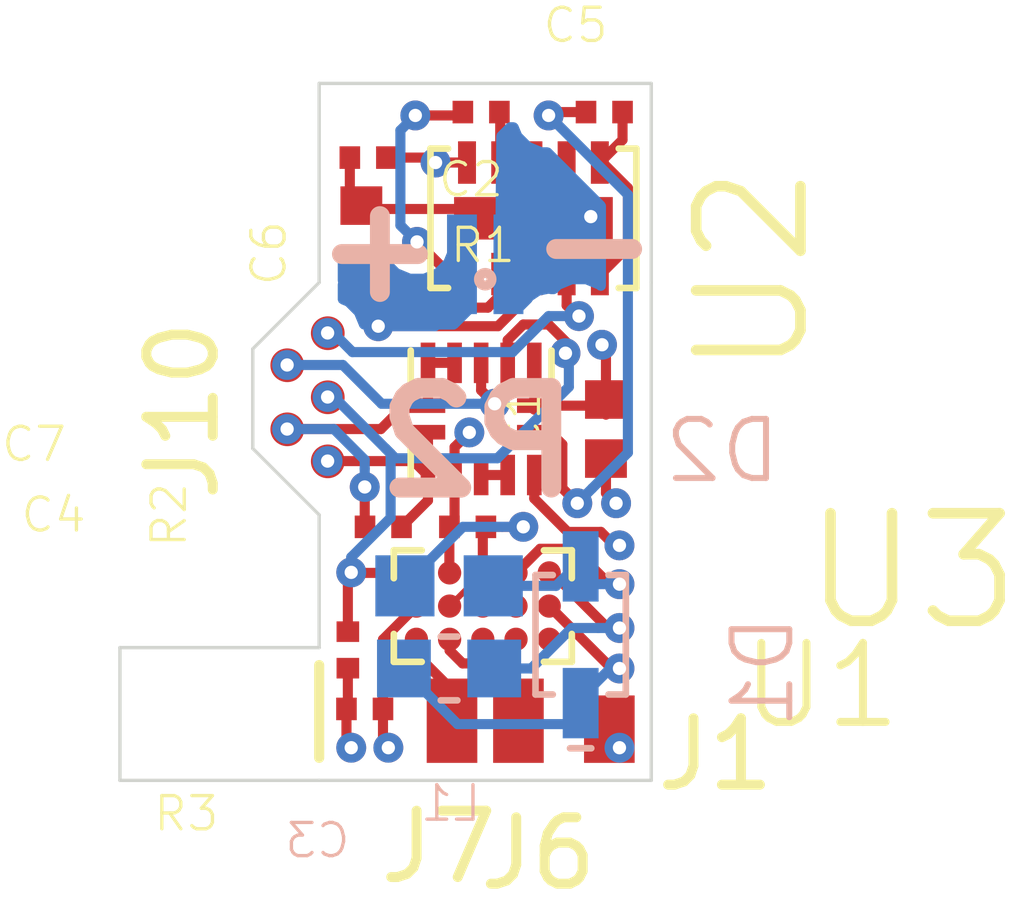
<source format=kicad_pcb>
(kicad_pcb (version 20171130) (host pcbnew "(5.0.1)-3")

  (general
    (thickness 0.8)
    (drawings 16)
    (tracks 211)
    (zones 0)
    (modules 20)
    (nets 22)
  )

  (page A4)
  (layers
    (0 F.Cu signal)
    (1 In1.Cu power)
    (2 In2.Cu signal)
    (31 B.Cu signal)
    (32 B.Adhes user)
    (33 F.Adhes user)
    (34 B.Paste user)
    (35 F.Paste user)
    (36 B.SilkS user)
    (37 F.SilkS user)
    (38 B.Mask user)
    (39 F.Mask user)
    (40 Dwgs.User user)
    (41 Cmts.User user)
    (42 Eco1.User user)
    (43 Eco2.User user)
    (44 Edge.Cuts user)
    (45 Margin user)
    (46 B.CrtYd user)
    (47 F.CrtYd user)
    (48 B.Fab user hide)
    (49 F.Fab user hide)
  )

  (setup
    (last_trace_width 0.0889)
    (user_trace_width 0.09)
    (user_trace_width 0.1016)
    (user_trace_width 0.152)
    (user_trace_width 0.2032)
    (user_trace_width 0.254)
    (trace_clearance 0.0889)
    (zone_clearance 0.254)
    (zone_45_only yes)
    (trace_min 0.0889)
    (segment_width 0.2)
    (edge_width 0.15)
    (via_size 0.45)
    (via_drill 0.2)
    (via_min_size 0.45)
    (via_min_drill 0.2)
    (user_via 0.45 0.2)
    (uvia_size 0.45)
    (uvia_drill 0.2)
    (uvias_allowed no)
    (uvia_min_size 0.2)
    (uvia_min_drill 0.1)
    (pcb_text_width 0.3)
    (pcb_text_size 1.5 1.5)
    (mod_edge_width 0.15)
    (mod_text_size 1 1)
    (mod_text_width 0.15)
    (pad_size 0.762 1.016)
    (pad_drill 0)
    (pad_to_mask_clearance 0.0254)
    (solder_mask_min_width 0.25)
    (aux_axis_origin 13.2842 13.2842)
    (grid_origin 13.2842 13.2842)
    (visible_elements 7FFFFFFF)
    (pcbplotparams
      (layerselection 0x010fc_ffffffff)
      (usegerberextensions false)
      (usegerberattributes false)
      (usegerberadvancedattributes false)
      (creategerberjobfile false)
      (excludeedgelayer true)
      (linewidth 0.100000)
      (plotframeref false)
      (viasonmask false)
      (mode 1)
      (useauxorigin false)
      (hpglpennumber 1)
      (hpglpenspeed 20)
      (hpglpendiameter 15.000000)
      (psnegative false)
      (psa4output false)
      (plotreference true)
      (plotvalue true)
      (plotinvisibletext false)
      (padsonsilk false)
      (subtractmaskfromsilk true)
      (outputformat 1)
      (mirror false)
      (drillshape 0)
      (scaleselection 1)
      (outputdirectory "Output/"))
  )

  (net 0 "")
  (net 1 "Net-(U2-Pad3)")
  (net 2 "Net-(U1-PadB3)")
  (net 3 "Net-(U1-PadB4)")
  (net 4 "Net-(U1-PadC3)")
  (net 5 "Net-(U1-PadC4)")
  (net 6 "Net-(U1-PadC5)")
  (net 7 "Net-(D1-PadA)")
  (net 8 "Net-(C3-Pad1)")
  (net 9 "Net-(R1-Pad1)")
  (net 10 /I_SET)
  (net 11 GND)
  (net 12 +3V3)
  (net 13 "Net-(C5-Pad1)")
  (net 14 /ENT)
  (net 15 "Net-(D2-PadA)")
  (net 16 "Net-(C6-Pad1)")
  (net 17 "Net-(C5-Pad2)")
  (net 18 /SCL)
  (net 19 /SDA)
  (net 20 /EWL1)
  (net 21 /EWL2)

  (net_class Default "This is the default net class."
    (clearance 0.0889)
    (trace_width 0.0889)
    (via_dia 0.45)
    (via_drill 0.2)
    (uvia_dia 0.45)
    (uvia_drill 0.2)
    (add_net +3V3)
    (add_net /ENT)
    (add_net /EWL1)
    (add_net /EWL2)
    (add_net /I_SET)
    (add_net /SCL)
    (add_net /SDA)
    (add_net GND)
    (add_net "Net-(C3-Pad1)")
    (add_net "Net-(C5-Pad1)")
    (add_net "Net-(C5-Pad2)")
    (add_net "Net-(C6-Pad1)")
    (add_net "Net-(D1-PadA)")
    (add_net "Net-(D2-PadA)")
    (add_net "Net-(R1-Pad1)")
    (add_net "Net-(U1-PadB3)")
    (add_net "Net-(U1-PadB4)")
    (add_net "Net-(U1-PadC3)")
    (add_net "Net-(U1-PadC4)")
    (add_net "Net-(U1-PadC5)")
    (add_net "Net-(U2-Pad3)")
  )

  (module .Connector:Conn_1x1_250x750_Pad (layer F.Cu) (tedit 5C6F1B27) (tstamp 5C6F41C8)
    (at 17.653 23.0124)
    (path /5C6FD752)
    (fp_text reference J1 (at 1.6002 0.381) (layer F.SilkS)
      (effects (font (size 1 1) (thickness 0.15)))
    )
    (fp_text value Conn_01x01 (at 0 -0.5) (layer F.Fab)
      (effects (font (size 1 1) (thickness 0.15)))
    )
    (pad 1 smd rect (at 0 0) (size 0.762 1.016) (layers F.Cu F.Paste F.Mask)
      (net 11 GND))
  )

  (module .Capacitor:C_0201_0603Metric_L (layer F.Cu) (tedit 5C18ACD5) (tstamp 5C6E69C0)
    (at 14.2494 19.9644 180)
    (descr "Capacitor, Chip; 0.60 mm L X 0.30 mm W X 0.33 mm H body")
    (path /5C6FB71E)
    (attr smd)
    (fp_text reference C7 (at 0 0 180) (layer F.Fab)
      (effects (font (size 1 1) (thickness 0.1)))
    )
    (fp_text value GRM033R61A104ME15D (at 0 0 180) (layer F.Fab)
      (effects (font (size 1.2 1.2) (thickness 0.12)))
    )
    (fp_text user %R (at 5.2578 1.2446 180) (layer F.SilkS)
      (effects (font (size 0.5 0.5) (thickness 0.05)))
    )
    (fp_line (start -0.15 -0.15) (end -0.15 0.15) (layer Dwgs.User) (width 0.025))
    (fp_line (start -0.15 0.15) (end -0.3 0.15) (layer Dwgs.User) (width 0.025))
    (fp_line (start -0.3 0.15) (end -0.3 -0.15) (layer Dwgs.User) (width 0.025))
    (fp_line (start -0.3 -0.15) (end -0.15 -0.15) (layer Dwgs.User) (width 0.025))
    (fp_line (start 0.15 0.15) (end 0.15 -0.15) (layer Dwgs.User) (width 0.025))
    (fp_line (start 0.15 -0.15) (end 0.3 -0.15) (layer Dwgs.User) (width 0.025))
    (fp_line (start 0.3 -0.15) (end 0.3 0.15) (layer Dwgs.User) (width 0.025))
    (fp_line (start 0.3 0.15) (end 0.15 0.15) (layer Dwgs.User) (width 0.025))
    (fp_line (start -0.3 0.15) (end -0.3 -0.15) (layer Dwgs.User) (width 0.025))
    (fp_line (start -0.3 -0.15) (end 0.3 -0.15) (layer Dwgs.User) (width 0.025))
    (fp_line (start 0.3 -0.15) (end 0.3 0.15) (layer Dwgs.User) (width 0.025))
    (fp_line (start 0.3 0.15) (end -0.3 0.15) (layer Dwgs.User) (width 0.025))
    (fp_line (start -0.32 0.17) (end -0.32 -0.17) (layer F.Fab) (width 0.12))
    (fp_line (start -0.32 -0.17) (end 0.32 -0.17) (layer F.Fab) (width 0.12))
    (fp_line (start 0.32 -0.17) (end 0.32 0.17) (layer F.Fab) (width 0.12))
    (fp_line (start 0.32 0.17) (end -0.32 0.17) (layer F.Fab) (width 0.12))
    (fp_line (start -0.53 0.27) (end -0.53 -0.27) (layer F.CrtYd) (width 0.05))
    (fp_line (start -0.53 -0.27) (end 0.53 -0.27) (layer F.CrtYd) (width 0.05))
    (fp_line (start 0.53 -0.27) (end 0.53 0.27) (layer F.CrtYd) (width 0.05))
    (fp_line (start 0.53 0.27) (end -0.53 0.27) (layer F.CrtYd) (width 0.05))
    (fp_circle (center 0 0) (end 0 0.1013) (layer F.CrtYd) (width 0.05))
    (fp_line (start 0.135 0) (end -0.135 0) (layer F.CrtYd) (width 0.05))
    (fp_line (start 0 -0.135) (end 0 0.135) (layer F.CrtYd) (width 0.05))
    (pad 1 smd rect (at -0.275 0 180) (size 0.31 0.34) (layers F.Cu F.Paste F.Mask)
      (net 12 +3V3))
    (pad 2 smd rect (at 0.275 0 180) (size 0.31 0.34) (layers F.Cu F.Paste F.Mask)
      (net 11 GND))
    (model ${KICAD_AHARONI_LAB}/Modules/Capacitor.pretty/C_0201_0603Metric_L.STEP
      (at (xyz 0 0 0))
      (scale (xyz 1 1 1))
      (rotate (xyz -90 0 0))
    )
  )

  (module .Resistor:R_0201_0603Metric_ERJ_L (layer F.Cu) (tedit 5C1959FC) (tstamp 5C6F2AEB)
    (at 13.716 21.8186 270)
    (descr "Resistor, Chip; 0.60 mm L X 0.30 mm W X 0.26 mm H body")
    (path /5C6EE157)
    (attr smd)
    (fp_text reference R2 (at 0 0 270) (layer F.Fab)
      (effects (font (size 1 1) (thickness 0.1)))
    )
    (fp_text value ERJ-1GEF1022C (at 0 0 270) (layer F.Fab)
      (effects (font (size 1.2 1.2) (thickness 0.12)))
    )
    (fp_text user %R (at -2.032 2.6924 270) (layer F.SilkS)
      (effects (font (size 0.5 0.5) (thickness 0.05)))
    )
    (fp_line (start -0.15 -0.15) (end -0.15 0.15) (layer Dwgs.User) (width 0.025))
    (fp_line (start -0.15 0.15) (end -0.3 0.15) (layer Dwgs.User) (width 0.025))
    (fp_line (start -0.3 0.15) (end -0.3 -0.15) (layer Dwgs.User) (width 0.025))
    (fp_line (start -0.3 -0.15) (end -0.15 -0.15) (layer Dwgs.User) (width 0.025))
    (fp_line (start 0.15 0.15) (end 0.15 -0.15) (layer Dwgs.User) (width 0.025))
    (fp_line (start 0.15 -0.15) (end 0.3 -0.15) (layer Dwgs.User) (width 0.025))
    (fp_line (start 0.3 -0.15) (end 0.3 0.15) (layer Dwgs.User) (width 0.025))
    (fp_line (start 0.3 0.15) (end 0.15 0.15) (layer Dwgs.User) (width 0.025))
    (fp_line (start -0.3 0.15) (end -0.3 -0.15) (layer Dwgs.User) (width 0.025))
    (fp_line (start -0.3 -0.15) (end 0.3 -0.15) (layer Dwgs.User) (width 0.025))
    (fp_line (start 0.3 -0.15) (end 0.3 0.15) (layer Dwgs.User) (width 0.025))
    (fp_line (start 0.3 0.15) (end -0.3 0.15) (layer Dwgs.User) (width 0.025))
    (fp_line (start -0.32 0.17) (end -0.32 -0.17) (layer F.Fab) (width 0.12))
    (fp_line (start -0.32 -0.17) (end 0.32 -0.17) (layer F.Fab) (width 0.12))
    (fp_line (start 0.32 -0.17) (end 0.32 0.17) (layer F.Fab) (width 0.12))
    (fp_line (start 0.32 0.17) (end -0.32 0.17) (layer F.Fab) (width 0.12))
    (fp_line (start -0.53 0.27) (end -0.53 -0.27) (layer F.CrtYd) (width 0.05))
    (fp_line (start -0.53 -0.27) (end 0.53 -0.27) (layer F.CrtYd) (width 0.05))
    (fp_line (start 0.53 -0.27) (end 0.53 0.27) (layer F.CrtYd) (width 0.05))
    (fp_line (start 0.53 0.27) (end -0.53 0.27) (layer F.CrtYd) (width 0.05))
    (fp_circle (center 0 0) (end 0 0.1013) (layer F.CrtYd) (width 0.05))
    (fp_line (start 0.135 0) (end -0.135 0) (layer F.CrtYd) (width 0.05))
    (fp_line (start 0 -0.135) (end 0 0.135) (layer F.CrtYd) (width 0.05))
    (pad 1 smd rect (at -0.275 0 270) (size 0.31 0.34) (layers F.Cu F.Paste F.Mask)
      (net 19 /SDA))
    (pad 2 smd rect (at 0.275 0 270) (size 0.31 0.34) (layers F.Cu F.Paste F.Mask)
      (net 12 +3V3))
    (model ${KICAD_AHARONI_LAB}/Modules/Resistor.pretty/R_0201_0603Metric_ERJ_L.STEP
      (at (xyz 0 0 0))
      (scale (xyz 1 1 1))
      (rotate (xyz -90 0 0))
    )
  )

  (module .Resistor:R_0201_0603Metric_ERJ_L (layer F.Cu) (tedit 5C1959FC) (tstamp 5C6F2A58)
    (at 13.97 22.7076 180)
    (descr "Resistor, Chip; 0.60 mm L X 0.30 mm W X 0.26 mm H body")
    (path /5C6EE01E)
    (attr smd)
    (fp_text reference R3 (at 0 0 180) (layer F.Fab)
      (effects (font (size 1 1) (thickness 0.1)))
    )
    (fp_text value ERJ-1GEF1022C (at 0 0 180) (layer F.Fab)
      (effects (font (size 1.2 1.2) (thickness 0.12)))
    )
    (fp_line (start 0 -0.135) (end 0 0.135) (layer F.CrtYd) (width 0.05))
    (fp_line (start 0.135 0) (end -0.135 0) (layer F.CrtYd) (width 0.05))
    (fp_circle (center 0 0) (end 0 0.1013) (layer F.CrtYd) (width 0.05))
    (fp_line (start 0.53 0.27) (end -0.53 0.27) (layer F.CrtYd) (width 0.05))
    (fp_line (start 0.53 -0.27) (end 0.53 0.27) (layer F.CrtYd) (width 0.05))
    (fp_line (start -0.53 -0.27) (end 0.53 -0.27) (layer F.CrtYd) (width 0.05))
    (fp_line (start -0.53 0.27) (end -0.53 -0.27) (layer F.CrtYd) (width 0.05))
    (fp_line (start 0.32 0.17) (end -0.32 0.17) (layer F.Fab) (width 0.12))
    (fp_line (start 0.32 -0.17) (end 0.32 0.17) (layer F.Fab) (width 0.12))
    (fp_line (start -0.32 -0.17) (end 0.32 -0.17) (layer F.Fab) (width 0.12))
    (fp_line (start -0.32 0.17) (end -0.32 -0.17) (layer F.Fab) (width 0.12))
    (fp_line (start 0.3 0.15) (end -0.3 0.15) (layer Dwgs.User) (width 0.025))
    (fp_line (start 0.3 -0.15) (end 0.3 0.15) (layer Dwgs.User) (width 0.025))
    (fp_line (start -0.3 -0.15) (end 0.3 -0.15) (layer Dwgs.User) (width 0.025))
    (fp_line (start -0.3 0.15) (end -0.3 -0.15) (layer Dwgs.User) (width 0.025))
    (fp_line (start 0.3 0.15) (end 0.15 0.15) (layer Dwgs.User) (width 0.025))
    (fp_line (start 0.3 -0.15) (end 0.3 0.15) (layer Dwgs.User) (width 0.025))
    (fp_line (start 0.15 -0.15) (end 0.3 -0.15) (layer Dwgs.User) (width 0.025))
    (fp_line (start 0.15 0.15) (end 0.15 -0.15) (layer Dwgs.User) (width 0.025))
    (fp_line (start -0.3 -0.15) (end -0.15 -0.15) (layer Dwgs.User) (width 0.025))
    (fp_line (start -0.3 0.15) (end -0.3 -0.15) (layer Dwgs.User) (width 0.025))
    (fp_line (start -0.15 0.15) (end -0.3 0.15) (layer Dwgs.User) (width 0.025))
    (fp_line (start -0.15 -0.15) (end -0.15 0.15) (layer Dwgs.User) (width 0.025))
    (fp_text user %R (at 2.6858 -1.5766 180) (layer F.SilkS)
      (effects (font (size 0.5 0.5) (thickness 0.05)))
    )
    (pad 2 smd rect (at 0.275 0 180) (size 0.31 0.34) (layers F.Cu F.Paste F.Mask)
      (net 12 +3V3))
    (pad 1 smd rect (at -0.275 0 180) (size 0.31 0.34) (layers F.Cu F.Paste F.Mask)
      (net 18 /SCL))
    (model ${KICAD_AHARONI_LAB}/Modules/Resistor.pretty/R_0201_0603Metric_ERJ_L.STEP
      (at (xyz 0 0 0))
      (scale (xyz 1 1 1))
      (rotate (xyz -90 0 0))
    )
  )

  (module .Connector:B2B_Flex_05_Dual_Row_38milx24mil_Pad_20mil (layer F.Cu) (tedit 5C2DBA66) (tstamp 5C6E3B9A)
    (at 13.413486 17.047496 270)
    (path /5C6E2114)
    (fp_text reference J10 (at 1.164304 2.186686 270) (layer F.SilkS)
      (effects (font (size 1 1) (thickness 0.15)))
    )
    (fp_text value Conn_01x05 (at 0.3556 3.048 270) (layer F.Fab)
      (effects (font (size 1 1) (thickness 0.15)))
    )
    (pad 1 smd circle (at 0 0 270) (size 0.508 0.508) (layers F.Cu F.Paste F.Mask)
      (net 14 /ENT) (zone_connect 0))
    (pad 2 smd circle (at 0.482599 0.6096 270) (size 0.508 0.508) (layers F.Cu F.Paste F.Mask)
      (net 18 /SCL) (zone_connect 0))
    (pad 3 smd circle (at 0.965199 0 270) (size 0.508 0.508) (layers F.Cu F.Paste F.Mask)
      (net 19 /SDA) (zone_connect 0))
    (pad 4 smd circle (at 1.447798 0.6096 270) (size 0.508 0.508) (layers F.Cu F.Paste F.Mask)
      (net 11 GND) (zone_connect 0))
    (pad 5 smd circle (at 1.930398 0 270) (size 0.508 0.508) (layers F.Cu F.Paste F.Mask)
      (net 12 +3V3) (zone_connect 0))
  )

  (module .Capacitor:C_0603_1608Metric_L (layer B.Cu) (tedit 5C5679DD) (tstamp 5C6E8189)
    (at 15.24 22.098)
    (descr "Capacitor, Chip; 1.60 mm L X 0.80 mm W X 0.95 mm H body")
    (path /5C6E0A84)
    (attr smd)
    (fp_text reference C3 (at 0 0) (layer B.Fab)
      (effects (font (size 1 1) (thickness 0.1)) (justify mirror))
    )
    (fp_text value "100nF 100V 0603" (at 0 0) (layer B.Fab)
      (effects (font (size 1.2 1.2) (thickness 0.12)) (justify mirror))
    )
    (fp_text user %R (at -1.9812 2.5908) (layer B.SilkS)
      (effects (font (size 0.5 0.5) (thickness 0.05)) (justify mirror))
    )
    (fp_line (start -0.425 0.4) (end -0.425 -0.4) (layer Dwgs.User) (width 0.025))
    (fp_line (start -0.425 -0.4) (end -0.8 -0.4) (layer Dwgs.User) (width 0.025))
    (fp_line (start -0.8 -0.4) (end -0.8 0.4) (layer Dwgs.User) (width 0.025))
    (fp_line (start -0.8 0.4) (end -0.425 0.4) (layer Dwgs.User) (width 0.025))
    (fp_line (start 0.425 -0.4) (end 0.425 0.4) (layer Dwgs.User) (width 0.025))
    (fp_line (start 0.425 0.4) (end 0.8 0.4) (layer Dwgs.User) (width 0.025))
    (fp_line (start 0.8 0.4) (end 0.8 -0.4) (layer Dwgs.User) (width 0.025))
    (fp_line (start 0.8 -0.4) (end 0.425 -0.4) (layer Dwgs.User) (width 0.025))
    (fp_line (start -0.8 -0.4) (end -0.8 0.4) (layer Dwgs.User) (width 0.025))
    (fp_line (start -0.8 0.4) (end 0.8 0.4) (layer Dwgs.User) (width 0.025))
    (fp_line (start 0.8 0.4) (end 0.8 -0.4) (layer Dwgs.User) (width 0.025))
    (fp_line (start 0.8 -0.4) (end -0.8 -0.4) (layer Dwgs.User) (width 0.025))
    (fp_line (start -0.88 -0.48) (end -0.88 0.48) (layer B.Fab) (width 0.12))
    (fp_line (start -0.88 0.48) (end 0.88 0.48) (layer B.Fab) (width 0.12))
    (fp_line (start 0.88 0.48) (end 0.88 -0.48) (layer B.Fab) (width 0.12))
    (fp_line (start 0.88 -0.48) (end -0.88 -0.48) (layer B.Fab) (width 0.12))
    (fp_line (start -0.125 0.48) (end 0.125 0.48) (layer B.SilkS) (width 0.1))
    (fp_line (start -0.125 -0.48) (end 0.125 -0.48) (layer B.SilkS) (width 0.1))
    (fp_line (start -1.19 -0.58) (end -1.19 0.58) (layer B.CrtYd) (width 0.05))
    (fp_line (start -1.19 0.58) (end 1.19 0.58) (layer B.CrtYd) (width 0.05))
    (fp_line (start 1.19 0.58) (end 1.19 -0.58) (layer B.CrtYd) (width 0.05))
    (fp_line (start 1.19 -0.58) (end -1.19 -0.58) (layer B.CrtYd) (width 0.05))
    (fp_circle (center 0 0) (end 0 -0.2175) (layer B.CrtYd) (width 0.05))
    (fp_line (start 0.29 0) (end -0.29 0) (layer B.CrtYd) (width 0.05))
    (fp_line (start 0 0.29) (end 0 -0.29) (layer B.CrtYd) (width 0.05))
    (pad 1 smd rect (at -0.680001 0) (size 0.81 0.87) (layers B.Cu B.Paste B.Mask)
      (net 8 "Net-(C3-Pad1)"))
    (pad 2 smd rect (at 0.680001 0) (size 0.81 0.87) (layers B.Cu B.Paste B.Mask)
      (net 11 GND))
    (model ${KICAD_AHARONI_LAB}/Modules/Capacitor.pretty/C_0603_1608Metric_L.STEP
      (at (xyz 0 0 0))
      (scale (xyz 1 1 1))
      (rotate (xyz -90 0 0))
    )
  )

  (module .Diode:SOD_323_250X125X110L30X32L (layer B.Cu) (tedit 5C18B119) (tstamp 5C6F2859)
    (at 17.2212 21.59 90)
    (descr "Diode, Small Outline Diode (SOD); 1.70 mm L X 1.25 mm W X 1.10 mm H body")
    (path /5C18B231)
    (attr smd)
    (fp_text reference D1 (at 0 0 90) (layer B.Fab)
      (effects (font (size 1 1) (thickness 0.1)) (justify mirror))
    )
    (fp_text value BAS316 (at 0 0 90) (layer B.Fab)
      (effects (font (size 1.2 1.2) (thickness 0.12)) (justify mirror))
    )
    (fp_text user %R (at -0.5588 2.7432 90) (layer B.SilkS)
      (effects (font (size 0.87 0.87) (thickness 0.09)) (justify mirror))
    )
    (fp_line (start -0.95 0.1625) (end -0.95 -0.1625) (layer Dwgs.User) (width 0.025))
    (fp_line (start -0.95 -0.1625) (end -1.25 -0.1625) (layer Dwgs.User) (width 0.025))
    (fp_line (start -1.25 -0.1625) (end -1.25 0.1625) (layer Dwgs.User) (width 0.025))
    (fp_line (start -1.25 0.1625) (end -0.95 0.1625) (layer Dwgs.User) (width 0.025))
    (fp_line (start 0.95 -0.1625) (end 0.95 0.1625) (layer Dwgs.User) (width 0.025))
    (fp_line (start 0.95 0.1625) (end 1.25 0.1625) (layer Dwgs.User) (width 0.025))
    (fp_line (start 1.25 0.1625) (end 1.25 -0.1625) (layer Dwgs.User) (width 0.025))
    (fp_line (start 1.25 -0.1625) (end 0.95 -0.1625) (layer Dwgs.User) (width 0.025))
    (fp_line (start -0.85 -0.625) (end -0.85 0.625) (layer Dwgs.User) (width 0.025))
    (fp_line (start -0.85 0.625) (end 0.85 0.625) (layer Dwgs.User) (width 0.025))
    (fp_line (start 0.85 0.625) (end 0.85 -0.625) (layer Dwgs.User) (width 0.025))
    (fp_line (start 0.85 -0.625) (end -0.85 -0.625) (layer Dwgs.User) (width 0.025))
    (fp_line (start -0.9 -0.68) (end -0.9 0.68) (layer B.Fab) (width 0.12))
    (fp_line (start -0.9 0.68) (end 0.9 0.68) (layer B.Fab) (width 0.12))
    (fp_line (start 0.9 0.68) (end 0.9 -0.68) (layer B.Fab) (width 0.12))
    (fp_line (start 0.9 -0.68) (end -0.9 -0.68) (layer B.Fab) (width 0.12))
    (fp_line (start -0.9 0.42) (end -0.9 0.68) (layer B.SilkS) (width 0.1))
    (fp_line (start 0.9 -0.42) (end 0.9 -0.68) (layer B.SilkS) (width 0.1))
    (fp_circle (center 0 0) (end 0 -0.25) (layer B.CrtYd) (width 0.05))
    (fp_line (start 0.35 0) (end -0.35 0) (layer B.CrtYd) (width 0.05))
    (fp_line (start 0 0.35) (end 0 -0.35) (layer B.CrtYd) (width 0.05))
    (fp_line (start 0.9 -0.68) (end -0.9 -0.68) (layer B.SilkS) (width 0.1))
    (fp_line (start -0.9 -0.68) (end -0.9 -0.42) (layer B.SilkS) (width 0.1))
    (fp_line (start -0.9 0.68) (end 0.9 0.68) (layer B.SilkS) (width 0.1))
    (fp_line (start 0.9 0.68) (end 0.9 0.42) (layer B.SilkS) (width 0.1))
    (fp_line (start -1.71 -0.16) (end -1.71 0.16) (layer B.SilkS) (width 0.1))
    (fp_line (start -1 -0.78) (end 1 -0.78) (layer B.CrtYd) (width 0.05))
    (fp_line (start 1 -0.78) (end 1 -0.37) (layer B.CrtYd) (width 0.05))
    (fp_line (start 1 -0.37) (end 1.66 -0.37) (layer B.CrtYd) (width 0.05))
    (fp_line (start 1.66 -0.37) (end 1.66 0.37) (layer B.CrtYd) (width 0.05))
    (fp_line (start 1.66 0.37) (end 1 0.37) (layer B.CrtYd) (width 0.05))
    (fp_line (start 1 0.37) (end 1 0.78) (layer B.CrtYd) (width 0.05))
    (fp_line (start 1 0.78) (end -1 0.78) (layer B.CrtYd) (width 0.05))
    (fp_line (start -1 0.78) (end -1 0.37) (layer B.CrtYd) (width 0.05))
    (fp_line (start -1 0.37) (end -1.66 0.37) (layer B.CrtYd) (width 0.05))
    (fp_line (start -1.66 0.37) (end -1.66 -0.37) (layer B.CrtYd) (width 0.05))
    (fp_line (start -1.66 -0.37) (end -1 -0.37) (layer B.CrtYd) (width 0.05))
    (fp_line (start -1 -0.37) (end -1 -0.78) (layer B.CrtYd) (width 0.05))
    (pad C smd rect (at -1.03 0 90) (size 1.06 0.54) (layers B.Cu B.Paste B.Mask)
      (net 8 "Net-(C3-Pad1)"))
    (pad A smd rect (at 1.03 0 90) (size 1.06 0.54) (layers B.Cu B.Paste B.Mask)
      (net 7 "Net-(D1-PadA)"))
    (model ${KICAD_AHARONI_LAB}/Modules/Diode.pretty/SOD_323_250X125X110L30X32L.STEP
      (at (xyz 0 0 0))
      (scale (xyz 1 1 1))
      (rotate (xyz -90 0 0))
    )
  )

  (module .LED:LED_LXZ1_PR01_L locked (layer B.Cu) (tedit 5C1940E7) (tstamp 5C1A5A3E)
    (at 15.7842 16.0092)
    (descr "LED, Chip; 1.30 mm L X 1.70 mm W X 0.76 mm H body")
    (path /5C198A03)
    (attr smd)
    (fp_text reference D2 (at 0 0) (layer B.Fab)
      (effects (font (size 1 1) (thickness 0.1)) (justify mirror))
    )
    (fp_text value LXZ1-PR01 (at 0 0) (layer B.Fab)
      (effects (font (size 1.2 1.2) (thickness 0.12)) (justify mirror))
    )
    (fp_text user %R (at 3.5706 2.8122) (layer B.SilkS)
      (effects (font (size 0.89 0.89) (thickness 0.09)) (justify mirror))
    )
    (fp_line (start -0.35 0.85) (end -0.35 -0.85) (layer Dwgs.User) (width 0.025))
    (fp_line (start -0.35 -0.85) (end -0.65 -0.85) (layer Dwgs.User) (width 0.025))
    (fp_line (start -0.65 -0.85) (end -0.65 0.85) (layer Dwgs.User) (width 0.025))
    (fp_line (start -0.65 0.85) (end -0.35 0.85) (layer Dwgs.User) (width 0.025))
    (fp_line (start 0.35 -0.85) (end 0.35 0.85) (layer Dwgs.User) (width 0.025))
    (fp_line (start 0.35 0.85) (end 0.65 0.85) (layer Dwgs.User) (width 0.025))
    (fp_line (start 0.65 0.85) (end 0.65 -0.85) (layer Dwgs.User) (width 0.025))
    (fp_line (start 0.65 -0.85) (end 0.35 -0.85) (layer Dwgs.User) (width 0.025))
    (fp_line (start -0.65 -0.85) (end -0.65 0.85) (layer Dwgs.User) (width 0.025))
    (fp_line (start -0.65 0.85) (end 0.65 0.85) (layer Dwgs.User) (width 0.025))
    (fp_line (start 0.65 0.85) (end 0.65 -0.85) (layer Dwgs.User) (width 0.025))
    (fp_line (start 0.65 -0.85) (end -0.65 -0.85) (layer Dwgs.User) (width 0.025))
    (fp_line (start -0.69 -0.89) (end -0.69 0.89) (layer B.Fab) (width 0.12))
    (fp_line (start -0.69 0.89) (end 0.69 0.89) (layer B.Fab) (width 0.12))
    (fp_line (start 0.69 0.89) (end 0.69 -0.89) (layer B.Fab) (width 0.12))
    (fp_line (start 0.69 -0.89) (end -0.69 -0.89) (layer B.Fab) (width 0.12))
    (fp_line (start -0.79 -0.99) (end -0.79 0.99) (layer B.CrtYd) (width 0.05))
    (fp_line (start -0.79 0.99) (end 0.79 0.99) (layer B.CrtYd) (width 0.05))
    (fp_line (start 0.79 0.99) (end 0.79 -0.99) (layer B.CrtYd) (width 0.05))
    (fp_line (start 0.79 -0.99) (end -0.79 -0.99) (layer B.CrtYd) (width 0.05))
    (fp_circle (center 0 0) (end 0 -0.25) (layer B.CrtYd) (width 0.05))
    (fp_line (start 0.35 0) (end -0.35 0) (layer B.CrtYd) (width 0.05))
    (fp_line (start 0 0.35) (end 0 -0.35) (layer B.CrtYd) (width 0.05))
    (fp_circle (center 0 0.225) (end 0.02 0.225) (layer B.SilkS) (width 0.15))
    (pad A smd rect (at -0.35 0) (size 0.45 1.5) (layers B.Cu B.Paste B.Mask)
      (net 15 "Net-(D2-PadA)"))
    (pad C smd rect (at 0.35 0) (size 0.45 1.5) (layers B.Cu B.Paste B.Mask)
      (net 11 GND))
    (model ${KICAD_AHARONI_LAB}/Modules/LED.pretty/LED_LXZ1_PR01_L.STEP
      (at (xyz 0 0 0))
      (scale (xyz 1 1 1))
      (rotate (xyz -90 0 0))
    )
  )

  (module .Capacitor:C_0201_0603Metric_L (layer F.Cu) (tedit 5C18ACD5) (tstamp 5C1A3709)
    (at 14.0208 14.4018 180)
    (descr "Capacitor, Chip; 0.60 mm L X 0.30 mm W X 0.33 mm H body")
    (path /5C195649)
    (attr smd)
    (fp_text reference C2 (at 0 0 180) (layer F.Fab)
      (effects (font (size 1 1) (thickness 0.1)))
    )
    (fp_text value GRM033R61A225ME47D (at 0 0 180) (layer F.Fab)
      (effects (font (size 1.2 1.2) (thickness 0.12)))
    )
    (fp_line (start 0 -0.135) (end 0 0.135) (layer F.CrtYd) (width 0.05))
    (fp_line (start 0.135 0) (end -0.135 0) (layer F.CrtYd) (width 0.05))
    (fp_circle (center 0 0) (end 0 0.1013) (layer F.CrtYd) (width 0.05))
    (fp_line (start 0.53 0.27) (end -0.53 0.27) (layer F.CrtYd) (width 0.05))
    (fp_line (start 0.53 -0.27) (end 0.53 0.27) (layer F.CrtYd) (width 0.05))
    (fp_line (start -0.53 -0.27) (end 0.53 -0.27) (layer F.CrtYd) (width 0.05))
    (fp_line (start -0.53 0.27) (end -0.53 -0.27) (layer F.CrtYd) (width 0.05))
    (fp_line (start 0.32 0.17) (end -0.32 0.17) (layer F.Fab) (width 0.12))
    (fp_line (start 0.32 -0.17) (end 0.32 0.17) (layer F.Fab) (width 0.12))
    (fp_line (start -0.32 -0.17) (end 0.32 -0.17) (layer F.Fab) (width 0.12))
    (fp_line (start -0.32 0.17) (end -0.32 -0.17) (layer F.Fab) (width 0.12))
    (fp_line (start 0.3 0.15) (end -0.3 0.15) (layer Dwgs.User) (width 0.025))
    (fp_line (start 0.3 -0.15) (end 0.3 0.15) (layer Dwgs.User) (width 0.025))
    (fp_line (start -0.3 -0.15) (end 0.3 -0.15) (layer Dwgs.User) (width 0.025))
    (fp_line (start -0.3 0.15) (end -0.3 -0.15) (layer Dwgs.User) (width 0.025))
    (fp_line (start 0.3 0.15) (end 0.15 0.15) (layer Dwgs.User) (width 0.025))
    (fp_line (start 0.3 -0.15) (end 0.3 0.15) (layer Dwgs.User) (width 0.025))
    (fp_line (start 0.15 -0.15) (end 0.3 -0.15) (layer Dwgs.User) (width 0.025))
    (fp_line (start 0.15 0.15) (end 0.15 -0.15) (layer Dwgs.User) (width 0.025))
    (fp_line (start -0.3 -0.15) (end -0.15 -0.15) (layer Dwgs.User) (width 0.025))
    (fp_line (start -0.3 0.15) (end -0.3 -0.15) (layer Dwgs.User) (width 0.025))
    (fp_line (start -0.15 0.15) (end -0.3 0.15) (layer Dwgs.User) (width 0.025))
    (fp_line (start -0.15 -0.15) (end -0.15 0.15) (layer Dwgs.User) (width 0.025))
    (fp_text user %R (at -1.5494 -0.3302 180) (layer F.SilkS)
      (effects (font (size 0.5 0.5) (thickness 0.05)))
    )
    (pad 2 smd rect (at 0.275 0 180) (size 0.31 0.34) (layers F.Cu F.Paste F.Mask)
      (net 11 GND))
    (pad 1 smd rect (at -0.275 0 180) (size 0.31 0.34) (layers F.Cu F.Paste F.Mask)
      (net 12 +3V3))
    (model ${KICAD_AHARONI_LAB}/Modules/Capacitor.pretty/C_0201_0603Metric_L.STEP
      (at (xyz 0 0 0))
      (scale (xyz 1 1 1))
      (rotate (xyz -90 0 0))
    )
  )

  (module .Capacitor:C_0201_0603Metric_L (layer F.Cu) (tedit 5C18ACD5) (tstamp 5C1A36CE)
    (at 15.5194 19.9644 180)
    (descr "Capacitor, Chip; 0.60 mm L X 0.30 mm W X 0.33 mm H body")
    (path /5C19445B)
    (attr smd)
    (fp_text reference C4 (at 0 0 180) (layer F.Fab)
      (effects (font (size 1 1) (thickness 0.1)))
    )
    (fp_text value GRM033R61A104ME15D (at 0 0 180) (layer F.Fab)
      (effects (font (size 1.2 1.2) (thickness 0.12)))
    )
    (fp_text user %R (at 6.2352 0.1802 180) (layer F.SilkS)
      (effects (font (size 0.5 0.5) (thickness 0.05)))
    )
    (fp_line (start -0.15 -0.15) (end -0.15 0.15) (layer Dwgs.User) (width 0.025))
    (fp_line (start -0.15 0.15) (end -0.3 0.15) (layer Dwgs.User) (width 0.025))
    (fp_line (start -0.3 0.15) (end -0.3 -0.15) (layer Dwgs.User) (width 0.025))
    (fp_line (start -0.3 -0.15) (end -0.15 -0.15) (layer Dwgs.User) (width 0.025))
    (fp_line (start 0.15 0.15) (end 0.15 -0.15) (layer Dwgs.User) (width 0.025))
    (fp_line (start 0.15 -0.15) (end 0.3 -0.15) (layer Dwgs.User) (width 0.025))
    (fp_line (start 0.3 -0.15) (end 0.3 0.15) (layer Dwgs.User) (width 0.025))
    (fp_line (start 0.3 0.15) (end 0.15 0.15) (layer Dwgs.User) (width 0.025))
    (fp_line (start -0.3 0.15) (end -0.3 -0.15) (layer Dwgs.User) (width 0.025))
    (fp_line (start -0.3 -0.15) (end 0.3 -0.15) (layer Dwgs.User) (width 0.025))
    (fp_line (start 0.3 -0.15) (end 0.3 0.15) (layer Dwgs.User) (width 0.025))
    (fp_line (start 0.3 0.15) (end -0.3 0.15) (layer Dwgs.User) (width 0.025))
    (fp_line (start -0.32 0.17) (end -0.32 -0.17) (layer F.Fab) (width 0.12))
    (fp_line (start -0.32 -0.17) (end 0.32 -0.17) (layer F.Fab) (width 0.12))
    (fp_line (start 0.32 -0.17) (end 0.32 0.17) (layer F.Fab) (width 0.12))
    (fp_line (start 0.32 0.17) (end -0.32 0.17) (layer F.Fab) (width 0.12))
    (fp_line (start -0.53 0.27) (end -0.53 -0.27) (layer F.CrtYd) (width 0.05))
    (fp_line (start -0.53 -0.27) (end 0.53 -0.27) (layer F.CrtYd) (width 0.05))
    (fp_line (start 0.53 -0.27) (end 0.53 0.27) (layer F.CrtYd) (width 0.05))
    (fp_line (start 0.53 0.27) (end -0.53 0.27) (layer F.CrtYd) (width 0.05))
    (fp_circle (center 0 0) (end 0 0.1013) (layer F.CrtYd) (width 0.05))
    (fp_line (start 0.135 0) (end -0.135 0) (layer F.CrtYd) (width 0.05))
    (fp_line (start 0 -0.135) (end 0 0.135) (layer F.CrtYd) (width 0.05))
    (pad 1 smd rect (at -0.275 0 180) (size 0.31 0.34) (layers F.Cu F.Paste F.Mask)
      (net 12 +3V3))
    (pad 2 smd rect (at 0.275 0 180) (size 0.31 0.34) (layers F.Cu F.Paste F.Mask)
      (net 11 GND))
    (model ${KICAD_AHARONI_LAB}/Modules/Capacitor.pretty/C_0201_0603Metric_L.STEP
      (at (xyz 0 0 0))
      (scale (xyz 1 1 1))
      (rotate (xyz -90 0 0))
    )
  )

  (module .Capacitor:C_0201_0603Metric_L (layer F.Cu) (tedit 5C18ACD5) (tstamp 5C1987F4)
    (at 15.7226 13.716 180)
    (descr "Capacitor, Chip; 0.60 mm L X 0.30 mm W X 0.33 mm H body")
    (path /5C1956D5)
    (attr smd)
    (fp_text reference C5 (at 0 0 180) (layer F.Fab)
      (effects (font (size 1 1) (thickness 0.1)))
    )
    (fp_text value GRM033R61A225ME47D (at 0 0 180) (layer F.Fab)
      (effects (font (size 1.2 1.2) (thickness 0.12)))
    )
    (fp_line (start 0 -0.135) (end 0 0.135) (layer F.CrtYd) (width 0.05))
    (fp_line (start 0.135 0) (end -0.135 0) (layer F.CrtYd) (width 0.05))
    (fp_circle (center 0 0) (end 0 0.1013) (layer F.CrtYd) (width 0.05))
    (fp_line (start 0.53 0.27) (end -0.53 0.27) (layer F.CrtYd) (width 0.05))
    (fp_line (start 0.53 -0.27) (end 0.53 0.27) (layer F.CrtYd) (width 0.05))
    (fp_line (start -0.53 -0.27) (end 0.53 -0.27) (layer F.CrtYd) (width 0.05))
    (fp_line (start -0.53 0.27) (end -0.53 -0.27) (layer F.CrtYd) (width 0.05))
    (fp_line (start 0.32 0.17) (end -0.32 0.17) (layer F.Fab) (width 0.12))
    (fp_line (start 0.32 -0.17) (end 0.32 0.17) (layer F.Fab) (width 0.12))
    (fp_line (start -0.32 -0.17) (end 0.32 -0.17) (layer F.Fab) (width 0.12))
    (fp_line (start -0.32 0.17) (end -0.32 -0.17) (layer F.Fab) (width 0.12))
    (fp_line (start 0.3 0.15) (end -0.3 0.15) (layer Dwgs.User) (width 0.025))
    (fp_line (start 0.3 -0.15) (end 0.3 0.15) (layer Dwgs.User) (width 0.025))
    (fp_line (start -0.3 -0.15) (end 0.3 -0.15) (layer Dwgs.User) (width 0.025))
    (fp_line (start -0.3 0.15) (end -0.3 -0.15) (layer Dwgs.User) (width 0.025))
    (fp_line (start 0.3 0.15) (end 0.15 0.15) (layer Dwgs.User) (width 0.025))
    (fp_line (start 0.3 -0.15) (end 0.3 0.15) (layer Dwgs.User) (width 0.025))
    (fp_line (start 0.15 -0.15) (end 0.3 -0.15) (layer Dwgs.User) (width 0.025))
    (fp_line (start 0.15 0.15) (end 0.15 -0.15) (layer Dwgs.User) (width 0.025))
    (fp_line (start -0.3 -0.15) (end -0.15 -0.15) (layer Dwgs.User) (width 0.025))
    (fp_line (start -0.3 0.15) (end -0.3 -0.15) (layer Dwgs.User) (width 0.025))
    (fp_line (start -0.15 0.15) (end -0.3 0.15) (layer Dwgs.User) (width 0.025))
    (fp_line (start -0.15 -0.15) (end -0.15 0.15) (layer Dwgs.User) (width 0.025))
    (fp_text user %R (at -1.4224 1.3081 180) (layer F.SilkS)
      (effects (font (size 0.5 0.5) (thickness 0.05)))
    )
    (pad 2 smd rect (at 0.275 0 180) (size 0.31 0.34) (layers F.Cu F.Paste F.Mask)
      (net 17 "Net-(C5-Pad2)"))
    (pad 1 smd rect (at -0.275 0 180) (size 0.31 0.34) (layers F.Cu F.Paste F.Mask)
      (net 13 "Net-(C5-Pad1)"))
    (model ${KICAD_AHARONI_LAB}/Modules/Capacitor.pretty/C_0201_0603Metric_L.STEP
      (at (xyz 0 0 0))
      (scale (xyz 1 1 1))
      (rotate (xyz -90 0 0))
    )
  )

  (module .Capacitor:C_0402_1005Metric_L (layer F.Cu) (tedit 5C18ACF7) (tstamp 5C19879D)
    (at 13.9192 15.5702 90)
    (descr "Capacitor, Chip; 1.00 mm L X 0.50 mm W X 0.65 mm H body")
    (path /5C1958AD)
    (attr smd)
    (fp_text reference C6 (at 0 0 90) (layer F.Fab)
      (effects (font (size 1 1) (thickness 0.1)))
    )
    (fp_text value GRM155R60J475ME87D (at 0 0 90) (layer F.Fab)
      (effects (font (size 1.2 1.2) (thickness 0.12)))
    )
    (fp_line (start 0 -0.215) (end 0 0.215) (layer F.CrtYd) (width 0.05))
    (fp_line (start 0.215 0) (end -0.215 0) (layer F.CrtYd) (width 0.05))
    (fp_circle (center 0 0) (end 0 0.1612) (layer F.CrtYd) (width 0.05))
    (fp_line (start 0.84 0.43) (end -0.84 0.43) (layer F.CrtYd) (width 0.05))
    (fp_line (start 0.84 -0.43) (end 0.84 0.43) (layer F.CrtYd) (width 0.05))
    (fp_line (start -0.84 -0.43) (end 0.84 -0.43) (layer F.CrtYd) (width 0.05))
    (fp_line (start -0.84 0.43) (end -0.84 -0.43) (layer F.CrtYd) (width 0.05))
    (fp_line (start 0.58 0.33) (end -0.58 0.33) (layer F.Fab) (width 0.12))
    (fp_line (start 0.58 -0.33) (end 0.58 0.33) (layer F.Fab) (width 0.12))
    (fp_line (start -0.58 -0.33) (end 0.58 -0.33) (layer F.Fab) (width 0.12))
    (fp_line (start -0.58 0.33) (end -0.58 -0.33) (layer F.Fab) (width 0.12))
    (fp_line (start 0.5 0.25) (end -0.5 0.25) (layer Dwgs.User) (width 0.025))
    (fp_line (start 0.5 -0.25) (end 0.5 0.25) (layer Dwgs.User) (width 0.025))
    (fp_line (start -0.5 -0.25) (end 0.5 -0.25) (layer Dwgs.User) (width 0.025))
    (fp_line (start -0.5 0.25) (end -0.5 -0.25) (layer Dwgs.User) (width 0.025))
    (fp_line (start 0.5 0.25) (end 0.25 0.25) (layer Dwgs.User) (width 0.025))
    (fp_line (start 0.5 -0.25) (end 0.5 0.25) (layer Dwgs.User) (width 0.025))
    (fp_line (start 0.25 -0.25) (end 0.5 -0.25) (layer Dwgs.User) (width 0.025))
    (fp_line (start 0.25 0.25) (end 0.25 -0.25) (layer Dwgs.User) (width 0.025))
    (fp_line (start -0.5 -0.25) (end -0.25 -0.25) (layer Dwgs.User) (width 0.025))
    (fp_line (start -0.5 0.25) (end -0.5 -0.25) (layer Dwgs.User) (width 0.025))
    (fp_line (start -0.25 0.25) (end -0.5 0.25) (layer Dwgs.User) (width 0.025))
    (fp_line (start -0.25 -0.25) (end -0.25 0.25) (layer Dwgs.User) (width 0.025))
    (fp_text user %R (at -0.271901 -1.393201 90) (layer F.SilkS)
      (effects (font (size 0.5 0.5) (thickness 0.05)))
    )
    (pad 2 smd rect (at 0.445 0 90) (size 0.58 0.63) (layers F.Cu F.Paste F.Mask)
      (net 11 GND))
    (pad 1 smd rect (at -0.445 0 90) (size 0.58 0.63) (layers F.Cu F.Paste F.Mask)
      (net 16 "Net-(C6-Pad1)"))
    (model ${KICAD_AHARONI_LAB}/Modules/Capacitor.pretty/C_0402_1005Metric_L.STEP
      (at (xyz 0 0 0))
      (scale (xyz 1 1 1))
      (rotate (xyz -90 0 0))
    )
  )

  (module .Capacitor:C_0402_1005Metric_L (layer F.Cu) (tedit 5C18ACF7) (tstamp 5C6EBBE0)
    (at 17.6022 18.4912 90)
    (descr "Capacitor, Chip; 1.00 mm L X 0.50 mm W X 0.65 mm H body")
    (path /5C194452)
    (attr smd)
    (fp_text reference C1 (at 0 0 90) (layer F.Fab)
      (effects (font (size 1 1) (thickness 0.1)))
    )
    (fp_text value GRM155R60J475ME87D (at 0 0 90) (layer F.Fab)
      (effects (font (size 1.2 1.2) (thickness 0.12)))
    )
    (fp_text user %R (at 0.127 -1.2446 90) (layer F.SilkS)
      (effects (font (size 0.5 0.5) (thickness 0.05)))
    )
    (fp_line (start -0.25 -0.25) (end -0.25 0.25) (layer Dwgs.User) (width 0.025))
    (fp_line (start -0.25 0.25) (end -0.5 0.25) (layer Dwgs.User) (width 0.025))
    (fp_line (start -0.5 0.25) (end -0.5 -0.25) (layer Dwgs.User) (width 0.025))
    (fp_line (start -0.5 -0.25) (end -0.25 -0.25) (layer Dwgs.User) (width 0.025))
    (fp_line (start 0.25 0.25) (end 0.25 -0.25) (layer Dwgs.User) (width 0.025))
    (fp_line (start 0.25 -0.25) (end 0.5 -0.25) (layer Dwgs.User) (width 0.025))
    (fp_line (start 0.5 -0.25) (end 0.5 0.25) (layer Dwgs.User) (width 0.025))
    (fp_line (start 0.5 0.25) (end 0.25 0.25) (layer Dwgs.User) (width 0.025))
    (fp_line (start -0.5 0.25) (end -0.5 -0.25) (layer Dwgs.User) (width 0.025))
    (fp_line (start -0.5 -0.25) (end 0.5 -0.25) (layer Dwgs.User) (width 0.025))
    (fp_line (start 0.5 -0.25) (end 0.5 0.25) (layer Dwgs.User) (width 0.025))
    (fp_line (start 0.5 0.25) (end -0.5 0.25) (layer Dwgs.User) (width 0.025))
    (fp_line (start -0.58 0.33) (end -0.58 -0.33) (layer F.Fab) (width 0.12))
    (fp_line (start -0.58 -0.33) (end 0.58 -0.33) (layer F.Fab) (width 0.12))
    (fp_line (start 0.58 -0.33) (end 0.58 0.33) (layer F.Fab) (width 0.12))
    (fp_line (start 0.58 0.33) (end -0.58 0.33) (layer F.Fab) (width 0.12))
    (fp_line (start -0.84 0.43) (end -0.84 -0.43) (layer F.CrtYd) (width 0.05))
    (fp_line (start -0.84 -0.43) (end 0.84 -0.43) (layer F.CrtYd) (width 0.05))
    (fp_line (start 0.84 -0.43) (end 0.84 0.43) (layer F.CrtYd) (width 0.05))
    (fp_line (start 0.84 0.43) (end -0.84 0.43) (layer F.CrtYd) (width 0.05))
    (fp_circle (center 0 0) (end 0 0.1612) (layer F.CrtYd) (width 0.05))
    (fp_line (start 0.215 0) (end -0.215 0) (layer F.CrtYd) (width 0.05))
    (fp_line (start 0 -0.215) (end 0 0.215) (layer F.CrtYd) (width 0.05))
    (pad 1 smd rect (at -0.445 0 90) (size 0.58 0.63) (layers F.Cu F.Paste F.Mask)
      (net 12 +3V3))
    (pad 2 smd rect (at 0.445 0 90) (size 0.58 0.63) (layers F.Cu F.Paste F.Mask)
      (net 11 GND))
    (model ${KICAD_AHARONI_LAB}/Modules/Capacitor.pretty/C_0402_1005Metric_L.STEP
      (at (xyz 0 0 0))
      (scale (xyz 1 1 1))
      (rotate (xyz -90 0 0))
    )
  )

  (module .Connector:Conn_1x1_250x750_Pad (layer F.Cu) (tedit 5C6F1475) (tstamp 5C6F27E3)
    (at 15.2842 22.8854)
    (path /5C1BE5C6)
    (fp_text reference J7 (at -0.2 1.9) (layer F.SilkS)
      (effects (font (size 1 1) (thickness 0.15)))
    )
    (fp_text value Conn_01x01 (at 0 -0.5) (layer F.Fab)
      (effects (font (size 1 1) (thickness 0.15)))
    )
    (pad 1 smd rect (at 0 0) (size 0.762 1.27) (layers F.Cu F.Paste F.Mask)
      (net 21 /EWL2))
  )

  (module .Connector:Conn_1x1_250x750_Pad (layer F.Cu) (tedit 5C6F1485) (tstamp 5C19CFC4)
    (at 16.2842 22.8854)
    (path /5C1BE586)
    (fp_text reference J6 (at 0.3 2) (layer F.SilkS)
      (effects (font (size 1 1) (thickness 0.15)))
    )
    (fp_text value Conn_01x01 (at 0 -0.5) (layer F.Fab)
      (effects (font (size 1 1) (thickness 0.15)))
    )
    (pad 1 smd rect (at 0 0) (size 0.762 1.27) (layers F.Cu F.Paste F.Mask)
      (net 20 /EWL1))
  )

  (module .Resistor:R_0201_0603Metric_ERJ_L (layer F.Cu) (tedit 5C1959FC) (tstamp 5C1995D8)
    (at 17.5768 13.716)
    (descr "Resistor, Chip; 0.60 mm L X 0.30 mm W X 0.26 mm H body")
    (path /5C1AA029)
    (attr smd)
    (fp_text reference R1 (at 0 0) (layer F.Fab)
      (effects (font (size 1 1) (thickness 0.1)))
    )
    (fp_text value ERJ-1GEF1022C (at 0 0) (layer F.Fab)
      (effects (font (size 1.2 1.2) (thickness 0.12)))
    )
    (fp_text user %R (at -1.8288 2.0066) (layer F.SilkS)
      (effects (font (size 0.5 0.5) (thickness 0.05)))
    )
    (fp_line (start -0.15 -0.15) (end -0.15 0.15) (layer Dwgs.User) (width 0.025))
    (fp_line (start -0.15 0.15) (end -0.3 0.15) (layer Dwgs.User) (width 0.025))
    (fp_line (start -0.3 0.15) (end -0.3 -0.15) (layer Dwgs.User) (width 0.025))
    (fp_line (start -0.3 -0.15) (end -0.15 -0.15) (layer Dwgs.User) (width 0.025))
    (fp_line (start 0.15 0.15) (end 0.15 -0.15) (layer Dwgs.User) (width 0.025))
    (fp_line (start 0.15 -0.15) (end 0.3 -0.15) (layer Dwgs.User) (width 0.025))
    (fp_line (start 0.3 -0.15) (end 0.3 0.15) (layer Dwgs.User) (width 0.025))
    (fp_line (start 0.3 0.15) (end 0.15 0.15) (layer Dwgs.User) (width 0.025))
    (fp_line (start -0.3 0.15) (end -0.3 -0.15) (layer Dwgs.User) (width 0.025))
    (fp_line (start -0.3 -0.15) (end 0.3 -0.15) (layer Dwgs.User) (width 0.025))
    (fp_line (start 0.3 -0.15) (end 0.3 0.15) (layer Dwgs.User) (width 0.025))
    (fp_line (start 0.3 0.15) (end -0.3 0.15) (layer Dwgs.User) (width 0.025))
    (fp_line (start -0.32 0.17) (end -0.32 -0.17) (layer F.Fab) (width 0.12))
    (fp_line (start -0.32 -0.17) (end 0.32 -0.17) (layer F.Fab) (width 0.12))
    (fp_line (start 0.32 -0.17) (end 0.32 0.17) (layer F.Fab) (width 0.12))
    (fp_line (start 0.32 0.17) (end -0.32 0.17) (layer F.Fab) (width 0.12))
    (fp_line (start -0.53 0.27) (end -0.53 -0.27) (layer F.CrtYd) (width 0.05))
    (fp_line (start -0.53 -0.27) (end 0.53 -0.27) (layer F.CrtYd) (width 0.05))
    (fp_line (start 0.53 -0.27) (end 0.53 0.27) (layer F.CrtYd) (width 0.05))
    (fp_line (start 0.53 0.27) (end -0.53 0.27) (layer F.CrtYd) (width 0.05))
    (fp_circle (center 0 0) (end 0 0.1013) (layer F.CrtYd) (width 0.05))
    (fp_line (start 0.135 0) (end -0.135 0) (layer F.CrtYd) (width 0.05))
    (fp_line (start 0 -0.135) (end 0 0.135) (layer F.CrtYd) (width 0.05))
    (pad 1 smd rect (at -0.275 0) (size 0.31 0.34) (layers F.Cu F.Paste F.Mask)
      (net 9 "Net-(R1-Pad1)"))
    (pad 2 smd rect (at 0.275 0) (size 0.31 0.34) (layers F.Cu F.Paste F.Mask)
      (net 10 /I_SET))
    (model ${KICAD_AHARONI_LAB}/Modules/Resistor.pretty/R_0201_0603Metric_ERJ_L.STEP
      (at (xyz 0 0 0))
      (scale (xyz 1 1 1))
      (rotate (xyz -90 0 0))
    )
  )

  (module .Inductor:L_0603_1608Metric_L (layer B.Cu) (tedit 5C18AC53) (tstamp 5C6EA3BF)
    (at 15.24 20.8534)
    (descr "Inductor, Chip; 1.60 mm L X 0.80 mm W X 1.00 mm H body")
    (path /5C18B403)
    (attr smd)
    (fp_text reference L1 (at 0 0) (layer B.Fab)
      (effects (font (size 1 1) (thickness 0.1)) (justify mirror))
    )
    (fp_text value LQM18PN3R3MGHD (at 0 0) (layer B.Fab)
      (effects (font (size 1.2 1.2) (thickness 0.12)) (justify mirror))
    )
    (fp_text user %R (at 0.0254 3.2766) (layer B.SilkS)
      (effects (font (size 0.52 0.52) (thickness 0.05)) (justify mirror))
    )
    (fp_line (start -0.4 0.4) (end -0.4 -0.4) (layer Dwgs.User) (width 0.025))
    (fp_line (start -0.4 -0.4) (end -0.8 -0.4) (layer Dwgs.User) (width 0.025))
    (fp_line (start -0.8 -0.4) (end -0.8 0.4) (layer Dwgs.User) (width 0.025))
    (fp_line (start -0.8 0.4) (end -0.4 0.4) (layer Dwgs.User) (width 0.025))
    (fp_line (start 0.4 -0.4) (end 0.4 0.4) (layer Dwgs.User) (width 0.025))
    (fp_line (start 0.4 0.4) (end 0.8 0.4) (layer Dwgs.User) (width 0.025))
    (fp_line (start 0.8 0.4) (end 0.8 -0.4) (layer Dwgs.User) (width 0.025))
    (fp_line (start 0.8 -0.4) (end 0.4 -0.4) (layer Dwgs.User) (width 0.025))
    (fp_line (start -0.8 -0.4) (end -0.8 0.4) (layer Dwgs.User) (width 0.025))
    (fp_line (start -0.8 0.4) (end 0.8 0.4) (layer Dwgs.User) (width 0.025))
    (fp_line (start 0.8 0.4) (end 0.8 -0.4) (layer Dwgs.User) (width 0.025))
    (fp_line (start 0.8 -0.4) (end -0.8 -0.4) (layer Dwgs.User) (width 0.025))
    (fp_line (start -0.9 -0.5) (end -0.9 0.5) (layer B.Fab) (width 0.12))
    (fp_line (start -0.9 0.5) (end 0.9 0.5) (layer B.Fab) (width 0.12))
    (fp_line (start 0.9 0.5) (end 0.9 -0.5) (layer B.Fab) (width 0.12))
    (fp_line (start 0.9 -0.5) (end -0.9 -0.5) (layer B.Fab) (width 0.12))
    (fp_line (start -1.21 -0.6) (end -1.21 0.6) (layer B.CrtYd) (width 0.05))
    (fp_line (start -1.21 0.6) (end 1.21 0.6) (layer B.CrtYd) (width 0.05))
    (fp_line (start 1.21 0.6) (end 1.21 -0.6) (layer B.CrtYd) (width 0.05))
    (fp_line (start 1.21 -0.6) (end -1.21 -0.6) (layer B.CrtYd) (width 0.05))
    (fp_circle (center 0 0) (end 0 -0.225) (layer B.CrtYd) (width 0.05))
    (fp_line (start 0.3 0) (end -0.3 0) (layer B.CrtYd) (width 0.05))
    (fp_line (start 0 0.3) (end 0 -0.3) (layer B.CrtYd) (width 0.05))
    (pad 1 smd rect (at -0.665 0) (size 0.89 0.92) (layers B.Cu B.Paste B.Mask)
      (net 12 +3V3))
    (pad 2 smd rect (at 0.665 0) (size 0.89 0.92) (layers B.Cu B.Paste B.Mask)
      (net 7 "Net-(D1-PadA)"))
    (model ${KICAD_AHARONI_LAB}/Modules/Inductor.pretty/L_0603_1608Metric_L.STEP
      (at (xyz 0 0 0))
      (scale (xyz 1 1 1))
      (rotate (xyz -90 0 0))
    )
  )

  (module .Package_BGA:BGA_15_NP50_3X5_155X255X69B31N (layer F.Cu) (tedit 5C18A3EA) (tstamp 5C6F309C)
    (at 15.748 21.1582)
    (descr "Ball Grid Array (BGA), 0.50 mm pitch, rect.; 15 pin, 1.55 mm L X 2.555 mm W X 0.69 mm H body")
    (path /5C189E9C)
    (attr smd)
    (fp_text reference U1 (at 0 0) (layer F.Fab)
      (effects (font (size 1 1) (thickness 0.1)))
    )
    (fp_text value MAX14574EWL+ (at 0 0) (layer F.Fab)
      (effects (font (size 1.2 1.2) (thickness 0.12)))
    )
    (fp_line (start 1.34 -0.84) (end 0.92 -0.84) (layer F.SilkS) (width 0.1))
    (fp_line (start 1.34 -0.42) (end 1.34 -0.84) (layer F.SilkS) (width 0.1))
    (fp_line (start 1.34 0.84) (end 0.92 0.84) (layer F.SilkS) (width 0.1))
    (fp_line (start 1.34 0.42) (end 1.34 0.84) (layer F.SilkS) (width 0.1))
    (fp_line (start -1.34 0.84) (end -0.92 0.84) (layer F.SilkS) (width 0.1))
    (fp_line (start -1.34 0.42) (end -1.34 0.84) (layer F.SilkS) (width 0.1))
    (fp_line (start -1.34 -0.84) (end -0.92 -0.84) (layer F.SilkS) (width 0.1))
    (fp_line (start -1.34 -0.42) (end -1.34 -0.84) (layer F.SilkS) (width 0.1))
    (fp_line (start 1.34 0.84) (end -1.34 0.84) (layer F.Fab) (width 0.12))
    (fp_line (start 1.34 -0.84) (end 1.34 0.84) (layer F.Fab) (width 0.12))
    (fp_line (start -1.34 -0.84) (end 1.34 -0.84) (layer F.Fab) (width 0.12))
    (fp_line (start -1.34 0.84) (end -1.34 -0.84) (layer F.Fab) (width 0.12))
    (fp_line (start 1.2775 0.775) (end -1.2775 0.775) (layer Dwgs.User) (width 0.025))
    (fp_line (start 1.2775 -0.775) (end 1.2775 0.775) (layer Dwgs.User) (width 0.025))
    (fp_line (start -1.2775 -0.775) (end 1.2775 -0.775) (layer Dwgs.User) (width 0.025))
    (fp_line (start -1.2775 0.775) (end -1.2775 -0.775) (layer Dwgs.User) (width 0.025))
    (fp_line (start 0 -0.35) (end 0 0.35) (layer F.CrtYd) (width 0.05))
    (fp_line (start 0.35 0) (end -0.35 0) (layer F.CrtYd) (width 0.05))
    (fp_circle (center 0 0) (end 0 0.25) (layer F.CrtYd) (width 0.05))
    (fp_line (start 1.6 1.1) (end -1.6 1.1) (layer F.CrtYd) (width 0.05))
    (fp_line (start 1.6 -1.1) (end 1.6 1.1) (layer F.CrtYd) (width 0.05))
    (fp_line (start -1.6 -1.1) (end 1.6 -1.1) (layer F.CrtYd) (width 0.05))
    (fp_line (start -1.6 1.1) (end -1.6 -1.1) (layer F.CrtYd) (width 0.05))
    (fp_circle (center 1 0.5) (end 1 0.655) (layer Dwgs.User) (width 0.025))
    (fp_circle (center 0.5 0.5) (end 0.5 0.655) (layer Dwgs.User) (width 0.025))
    (fp_circle (center 0 0.5) (end 0 0.655) (layer Dwgs.User) (width 0.025))
    (fp_circle (center -0.5 0.5) (end -0.5 0.655) (layer Dwgs.User) (width 0.025))
    (fp_circle (center -1 0.5) (end -1 0.655) (layer Dwgs.User) (width 0.025))
    (fp_circle (center 1 0) (end 1 0.155) (layer Dwgs.User) (width 0.025))
    (fp_circle (center 0.5 0) (end 0.5 0.155) (layer Dwgs.User) (width 0.025))
    (fp_circle (center 0 0) (end 0 0.155) (layer Dwgs.User) (width 0.025))
    (fp_circle (center -0.5 0) (end -0.5 0.155) (layer Dwgs.User) (width 0.025))
    (fp_circle (center -1 0) (end -1 0.155) (layer Dwgs.User) (width 0.025))
    (fp_circle (center 1 -0.5) (end 1 -0.345) (layer Dwgs.User) (width 0.025))
    (fp_circle (center 0.5 -0.5) (end 0.5 -0.345) (layer Dwgs.User) (width 0.025))
    (fp_circle (center 0 -0.5) (end 0 -0.345) (layer Dwgs.User) (width 0.025))
    (fp_circle (center -0.5 -0.5) (end -0.5 -0.345) (layer Dwgs.User) (width 0.025))
    (fp_circle (center -1 -0.5) (end -1 -0.345) (layer Dwgs.User) (width 0.025))
    (fp_text user %R (at 5.1 1.2) (layer F.SilkS)
      (effects (font (size 1.19 1.19) (thickness 0.12)))
    )
    (pad C5 smd circle (at 1 0.5) (size 0.35 0.35) (layers F.Cu F.Paste F.Mask)
      (net 6 "Net-(U1-PadC5)"))
    (pad C4 smd circle (at 0.5 0.5) (size 0.35 0.35) (layers F.Cu F.Paste F.Mask)
      (net 5 "Net-(U1-PadC4)"))
    (pad C3 smd circle (at 0 0.5) (size 0.35 0.35) (layers F.Cu F.Paste F.Mask)
      (net 4 "Net-(U1-PadC3)"))
    (pad C2 smd circle (at -0.5 0.5) (size 0.35 0.35) (layers F.Cu F.Paste F.Mask)
      (net 20 /EWL1))
    (pad C1 smd circle (at -1 0.5) (size 0.35 0.35) (layers F.Cu F.Paste F.Mask)
      (net 21 /EWL2))
    (pad B5 smd circle (at 1 0) (size 0.35 0.35) (layers F.Cu F.Paste F.Mask)
      (net 8 "Net-(C3-Pad1)"))
    (pad B4 smd circle (at 0.5 0) (size 0.35 0.35) (layers F.Cu F.Paste F.Mask)
      (net 3 "Net-(U1-PadB4)"))
    (pad B3 smd circle (at 0 0) (size 0.35 0.35) (layers F.Cu F.Paste F.Mask)
      (net 2 "Net-(U1-PadB3)"))
    (pad B2 smd circle (at -0.5 0) (size 0.35 0.35) (layers F.Cu F.Paste F.Mask)
      (net 12 +3V3))
    (pad B1 smd circle (at -1 0) (size 0.35 0.35) (layers F.Cu F.Paste F.Mask)
      (net 18 /SCL))
    (pad A5 smd circle (at 1 -0.5) (size 0.35 0.35) (layers F.Cu F.Paste F.Mask)
      (net 11 GND))
    (pad A4 smd circle (at 0.5 -0.5) (size 0.35 0.35) (layers F.Cu F.Paste F.Mask)
      (net 7 "Net-(D1-PadA)"))
    (pad A3 smd circle (at 0 -0.5) (size 0.35 0.35) (layers F.Cu F.Paste F.Mask)
      (net 12 +3V3))
    (pad A2 smd circle (at -0.5 -0.5) (size 0.35 0.35) (layers F.Cu F.Paste F.Mask)
      (net 11 GND))
    (pad A1 smd circle (at -1 -0.5) (size 0.35 0.35) (layers F.Cu F.Paste F.Mask)
      (net 19 /SDA))
    (model ${KICAD_AHARONI_LAB}/Modules/Package_BGA.pretty/BGA_15_NP50_3X5_155X255X69B31N.STEP
      (at (xyz 0 0 0))
      (scale (xyz 1 1 1))
      (rotate (xyz -90 0 0))
    )
  )

  (module .Package_QFN:QFN_14_P40_200X200X40L40X20L (layer F.Cu) (tedit 5C1756D8) (tstamp 5C19ED51)
    (at 15.7226 18.3388)
    (descr "Quad Flat No-Lead (QFN), 0.40 mm pitch; square, 5 pin X 2 pin, 2.00 mm L X 2.00 mm W X 0.40 mm H body")
    (path /5C189F4C)
    (attr smd)
    (fp_text reference U2 (at 0 0) (layer F.Fab)
      (effects (font (size 1 1) (thickness 0.1)))
    )
    (fp_text value TPL0102-100RUCR (at 0 0) (layer F.Fab)
      (effects (font (size 1.2 1.2) (thickness 0.12)))
    )
    (fp_line (start 1.01 1.13) (end 1.13 1.13) (layer F.CrtYd) (width 0.05))
    (fp_line (start 1.01 1.25) (end 1.01 1.13) (layer F.CrtYd) (width 0.05))
    (fp_line (start -1.01 1.25) (end 1.01 1.25) (layer F.CrtYd) (width 0.05))
    (fp_line (start -1.01 1.13) (end -1.01 1.25) (layer F.CrtYd) (width 0.05))
    (fp_line (start -1.13 1.13) (end -1.01 1.13) (layer F.CrtYd) (width 0.05))
    (fp_line (start -1.13 0.41) (end -1.13 1.13) (layer F.CrtYd) (width 0.05))
    (fp_line (start -1.25 0.41) (end -1.13 0.41) (layer F.CrtYd) (width 0.05))
    (fp_line (start -1.25 -0.41) (end -1.25 0.41) (layer F.CrtYd) (width 0.05))
    (fp_line (start -1.13 -0.41) (end -1.25 -0.41) (layer F.CrtYd) (width 0.05))
    (fp_line (start -1.13 -1.13) (end -1.13 -0.41) (layer F.CrtYd) (width 0.05))
    (fp_line (start -1.01 -1.13) (end -1.13 -1.13) (layer F.CrtYd) (width 0.05))
    (fp_line (start -1.01 -1.25) (end -1.01 -1.13) (layer F.CrtYd) (width 0.05))
    (fp_line (start 1.01 -1.25) (end -1.01 -1.25) (layer F.CrtYd) (width 0.05))
    (fp_line (start 1.01 -1.13) (end 1.01 -1.25) (layer F.CrtYd) (width 0.05))
    (fp_line (start 1.13 -1.13) (end 1.01 -1.13) (layer F.CrtYd) (width 0.05))
    (fp_line (start 1.13 -0.41) (end 1.13 -1.13) (layer F.CrtYd) (width 0.05))
    (fp_line (start 1.25 -0.41) (end 1.13 -0.41) (layer F.CrtYd) (width 0.05))
    (fp_line (start 1.25 0.41) (end 1.25 -0.41) (layer F.CrtYd) (width 0.05))
    (fp_line (start 1.13 0.41) (end 1.25 0.41) (layer F.CrtYd) (width 0.05))
    (fp_line (start 1.13 1.13) (end 1.13 0.41) (layer F.CrtYd) (width 0.05))
    (fp_line (start -1.06 -1.03) (end -1.06 -0.46) (layer F.SilkS) (width 0.1))
    (fp_line (start 1.06 -1.03) (end 1.06 -0.46) (layer F.SilkS) (width 0.1))
    (fp_line (start 1.06 1.03) (end 1.06 0.46) (layer F.SilkS) (width 0.1))
    (fp_line (start -1.06 1.03) (end -1.06 0.46) (layer F.SilkS) (width 0.1))
    (fp_line (start -0.35 0) (end 0.35 0) (layer F.CrtYd) (width 0.05))
    (fp_line (start 0 -0.35) (end 0 0.35) (layer F.CrtYd) (width 0.05))
    (fp_circle (center 0 0) (end 0 0.25) (layer F.CrtYd) (width 0.05))
    (fp_line (start 1.03 1.03) (end -1.03 1.03) (layer F.Fab) (width 0.12))
    (fp_line (start 1.03 -1.03) (end 1.03 1.03) (layer F.Fab) (width 0.12))
    (fp_line (start -1.03 -1.03) (end 1.03 -1.03) (layer F.Fab) (width 0.12))
    (fp_line (start -1.03 1.03) (end -1.03 -1.03) (layer F.Fab) (width 0.12))
    (fp_line (start 1 1) (end -1 1) (layer Dwgs.User) (width 0.025))
    (fp_line (start 1 -1) (end 1 1) (layer Dwgs.User) (width 0.025))
    (fp_line (start -1 -1) (end 1 -1) (layer Dwgs.User) (width 0.025))
    (fp_line (start -1 1) (end -1 -1) (layer Dwgs.User) (width 0.025))
    (fp_line (start -1 0.1) (end -0.6 0.1) (layer Dwgs.User) (width 0.025))
    (fp_line (start -1 0.3) (end -1 0.1) (layer Dwgs.User) (width 0.025))
    (fp_line (start -0.6 0.3) (end -1 0.3) (layer Dwgs.User) (width 0.025))
    (fp_line (start -0.6 0.1) (end -0.6 0.3) (layer Dwgs.User) (width 0.025))
    (fp_line (start -1 -0.3) (end -0.6 -0.3) (layer Dwgs.User) (width 0.025))
    (fp_line (start -1 -0.1) (end -1 -0.3) (layer Dwgs.User) (width 0.025))
    (fp_line (start -0.6 -0.1) (end -1 -0.1) (layer Dwgs.User) (width 0.025))
    (fp_line (start -0.6 -0.3) (end -0.6 -0.1) (layer Dwgs.User) (width 0.025))
    (fp_line (start -0.7 -1) (end -0.7 -0.6) (layer Dwgs.User) (width 0.025))
    (fp_line (start -0.9 -1) (end -0.7 -1) (layer Dwgs.User) (width 0.025))
    (fp_line (start -0.9 -0.6) (end -0.9 -1) (layer Dwgs.User) (width 0.025))
    (fp_line (start -0.7 -0.6) (end -0.9 -0.6) (layer Dwgs.User) (width 0.025))
    (fp_line (start -0.3 -1) (end -0.3 -0.6) (layer Dwgs.User) (width 0.025))
    (fp_line (start -0.5 -1) (end -0.3 -1) (layer Dwgs.User) (width 0.025))
    (fp_line (start -0.5 -0.6) (end -0.5 -1) (layer Dwgs.User) (width 0.025))
    (fp_line (start -0.3 -0.6) (end -0.5 -0.6) (layer Dwgs.User) (width 0.025))
    (fp_line (start 0.1 -1) (end 0.1 -0.6) (layer Dwgs.User) (width 0.025))
    (fp_line (start -0.1 -1) (end 0.1 -1) (layer Dwgs.User) (width 0.025))
    (fp_line (start -0.1 -0.6) (end -0.1 -1) (layer Dwgs.User) (width 0.025))
    (fp_line (start 0.1 -0.6) (end -0.1 -0.6) (layer Dwgs.User) (width 0.025))
    (fp_line (start 0.5 -1) (end 0.5 -0.6) (layer Dwgs.User) (width 0.025))
    (fp_line (start 0.3 -1) (end 0.5 -1) (layer Dwgs.User) (width 0.025))
    (fp_line (start 0.3 -0.6) (end 0.3 -1) (layer Dwgs.User) (width 0.025))
    (fp_line (start 0.5 -0.6) (end 0.3 -0.6) (layer Dwgs.User) (width 0.025))
    (fp_line (start 0.9 -1) (end 0.9 -0.6) (layer Dwgs.User) (width 0.025))
    (fp_line (start 0.7 -1) (end 0.9 -1) (layer Dwgs.User) (width 0.025))
    (fp_line (start 0.7 -0.6) (end 0.7 -1) (layer Dwgs.User) (width 0.025))
    (fp_line (start 0.9 -0.6) (end 0.7 -0.6) (layer Dwgs.User) (width 0.025))
    (fp_line (start 1 -0.1) (end 0.6 -0.1) (layer Dwgs.User) (width 0.025))
    (fp_line (start 1 -0.3) (end 1 -0.1) (layer Dwgs.User) (width 0.025))
    (fp_line (start 0.6 -0.3) (end 1 -0.3) (layer Dwgs.User) (width 0.025))
    (fp_line (start 0.6 -0.1) (end 0.6 -0.3) (layer Dwgs.User) (width 0.025))
    (fp_line (start 1 0.3) (end 0.6 0.3) (layer Dwgs.User) (width 0.025))
    (fp_line (start 1 0.1) (end 1 0.3) (layer Dwgs.User) (width 0.025))
    (fp_line (start 0.6 0.1) (end 1 0.1) (layer Dwgs.User) (width 0.025))
    (fp_line (start 0.6 0.3) (end 0.6 0.1) (layer Dwgs.User) (width 0.025))
    (fp_line (start 0.7 1) (end 0.7 0.6) (layer Dwgs.User) (width 0.025))
    (fp_line (start 0.9 1) (end 0.7 1) (layer Dwgs.User) (width 0.025))
    (fp_line (start 0.9 0.6) (end 0.9 1) (layer Dwgs.User) (width 0.025))
    (fp_line (start 0.7 0.6) (end 0.9 0.6) (layer Dwgs.User) (width 0.025))
    (fp_line (start 0.3 1) (end 0.3 0.6) (layer Dwgs.User) (width 0.025))
    (fp_line (start 0.5 1) (end 0.3 1) (layer Dwgs.User) (width 0.025))
    (fp_line (start 0.5 0.6) (end 0.5 1) (layer Dwgs.User) (width 0.025))
    (fp_line (start 0.3 0.6) (end 0.5 0.6) (layer Dwgs.User) (width 0.025))
    (fp_line (start -0.1 1) (end -0.1 0.6) (layer Dwgs.User) (width 0.025))
    (fp_line (start 0.1 1) (end -0.1 1) (layer Dwgs.User) (width 0.025))
    (fp_line (start 0.1 0.6) (end 0.1 1) (layer Dwgs.User) (width 0.025))
    (fp_line (start -0.1 0.6) (end 0.1 0.6) (layer Dwgs.User) (width 0.025))
    (fp_line (start -0.5 1) (end -0.5 0.6) (layer Dwgs.User) (width 0.025))
    (fp_line (start -0.3 1) (end -0.5 1) (layer Dwgs.User) (width 0.025))
    (fp_line (start -0.3 0.6) (end -0.3 1) (layer Dwgs.User) (width 0.025))
    (fp_line (start -0.5 0.6) (end -0.3 0.6) (layer Dwgs.User) (width 0.025))
    (fp_line (start -0.9 1) (end -0.9 0.6) (layer Dwgs.User) (width 0.025))
    (fp_line (start -0.7 1) (end -0.9 1) (layer Dwgs.User) (width 0.025))
    (fp_line (start -0.7 0.6) (end -0.7 1) (layer Dwgs.User) (width 0.025))
    (fp_line (start -0.9 0.6) (end -0.7 0.6) (layer Dwgs.User) (width 0.025))
    (fp_text user %R (at 4.0894 -2.2352 90) (layer F.SilkS)
      (effects (font (size 1.57 1.57) (thickness 0.16)))
    )
    (pad 14 smd rect (at -0.845 0.2) (size 0.61 0.22) (layers F.Cu F.Paste F.Mask)
      (net 12 +3V3))
    (pad 13 smd rect (at -0.845 -0.2) (size 0.61 0.22) (layers F.Cu F.Paste F.Mask)
      (net 11 GND))
    (pad 12 smd rect (at -0.8 -0.845 90) (size 0.61 0.22) (layers F.Cu F.Paste F.Mask)
      (net 11 GND))
    (pad 11 smd rect (at -0.4 -0.845 90) (size 0.61 0.22) (layers F.Cu F.Paste F.Mask)
      (net 11 GND))
    (pad 10 smd rect (at 0 -0.845 90) (size 0.61 0.22) (layers F.Cu F.Paste F.Mask)
      (net 18 /SCL))
    (pad 9 smd rect (at 0.4 -0.845 90) (size 0.61 0.22) (layers F.Cu F.Paste F.Mask)
      (net 19 /SDA))
    (pad 8 smd rect (at 0.8 -0.845 90) (size 0.61 0.22) (layers F.Cu F.Paste F.Mask)
      (net 11 GND))
    (pad 7 smd rect (at 0.845 -0.2) (size 0.61 0.22) (layers F.Cu F.Paste F.Mask)
      (net 11 GND))
    (pad 6 smd rect (at 0.845 0.2) (size 0.61 0.22) (layers F.Cu F.Paste F.Mask)
      (net 9 "Net-(R1-Pad1)"))
    (pad 5 smd rect (at 0.8 0.845 90) (size 0.61 0.22) (layers F.Cu F.Paste F.Mask)
      (net 11 GND))
    (pad 4 smd rect (at 0.4 0.845 90) (size 0.61 0.22) (layers F.Cu F.Paste F.Mask)
      (net 1 "Net-(U2-Pad3)"))
    (pad 3 smd rect (at 0 0.845 90) (size 0.61 0.22) (layers F.Cu F.Paste F.Mask)
      (net 1 "Net-(U2-Pad3)"))
    (pad 2 smd rect (at -0.4 0.845 90) (size 0.61 0.22) (layers F.Cu F.Paste F.Mask)
      (net 11 GND))
    (pad 1 smd rect (at -0.8 0.845 90) (size 0.61 0.22) (layers F.Cu F.Paste F.Mask)
      (net 12 +3V3))
    (model ${KICAD_AHARONI_LAB}/Modules/Package_QFN.pretty/QFN_14_P40_200X200X40L40X20L.STEP
      (at (xyz 0 0 0))
      (scale (xyz 1 1 1))
      (rotate (xyz -90 0 0))
    )
  )

  (module .Package_SON:SON_11_P50_300X200X80L40X25T239X64L (layer F.Cu) (tedit 5C19985C) (tstamp 5C6E9CEB)
    (at 16.51 15.3162)
    (descr "Small Outline No-Lead (SON with Tab), 0.50 mm pitch; 10 pin, 3.00 mm L X 2.00 mm W X 0.80 mm H body")
    (path /5C18A1DE)
    (attr smd)
    (fp_text reference U3 (at 0 0) (layer F.Fab)
      (effects (font (size 1 1) (thickness 0.1)))
    )
    (fp_text value LTC3218 (at 0 0) (layer F.Fab)
      (effects (font (size 1.2 1.2) (thickness 0.12)))
    )
    (fp_line (start 1.235 1.15) (end 1.65 1.15) (layer F.CrtYd) (width 0.05))
    (fp_line (start 1.235 1.26) (end 1.235 1.15) (layer F.CrtYd) (width 0.05))
    (fp_line (start -1.235 1.26) (end 1.235 1.26) (layer F.CrtYd) (width 0.05))
    (fp_line (start -1.235 1.15) (end -1.235 1.26) (layer F.CrtYd) (width 0.05))
    (fp_line (start -1.65 1.15) (end -1.235 1.15) (layer F.CrtYd) (width 0.05))
    (fp_line (start -1.65 -1.15) (end -1.65 1.15) (layer F.CrtYd) (width 0.05))
    (fp_line (start -1.235 -1.15) (end -1.65 -1.15) (layer F.CrtYd) (width 0.05))
    (fp_line (start -1.235 -1.26) (end -1.235 -1.15) (layer F.CrtYd) (width 0.05))
    (fp_line (start 1.235 -1.26) (end -1.235 -1.26) (layer F.CrtYd) (width 0.05))
    (fp_line (start 1.235 -1.15) (end 1.235 -1.26) (layer F.CrtYd) (width 0.05))
    (fp_line (start 1.65 -1.15) (end 1.235 -1.15) (layer F.CrtYd) (width 0.05))
    (fp_line (start 1.65 1.15) (end 1.65 -1.15) (layer F.CrtYd) (width 0.05))
    (fp_line (start -1.55 -1.05) (end -1.285 -1.05) (layer F.SilkS) (width 0.1))
    (fp_line (start -1.55 1.05) (end -1.55 -1.05) (layer F.SilkS) (width 0.1))
    (fp_line (start -1.285 1.05) (end -1.55 1.05) (layer F.SilkS) (width 0.1))
    (fp_line (start 1.55 -1.05) (end 1.285 -1.05) (layer F.SilkS) (width 0.1))
    (fp_line (start 1.55 1.05) (end 1.55 -1.05) (layer F.SilkS) (width 0.1))
    (fp_line (start 1.285 1.05) (end 1.55 1.05) (layer F.SilkS) (width 0.1))
    (fp_line (start -0.35 0) (end 0.35 0) (layer F.CrtYd) (width 0.05))
    (fp_line (start 0 -0.35) (end 0 0.35) (layer F.CrtYd) (width 0.05))
    (fp_circle (center 0 0) (end 0 0.25) (layer F.CrtYd) (width 0.05))
    (fp_line (start 1.55 1.05) (end -1.55 1.05) (layer F.Fab) (width 0.12))
    (fp_line (start 1.55 -1.05) (end 1.55 1.05) (layer F.Fab) (width 0.12))
    (fp_line (start -1.55 -1.05) (end 1.55 -1.05) (layer F.Fab) (width 0.12))
    (fp_line (start -1.55 1.05) (end -1.55 -1.05) (layer F.Fab) (width 0.12))
    (fp_line (start 1.5 1) (end -1.5 1) (layer Dwgs.User) (width 0.025))
    (fp_line (start 1.5 -1) (end 1.5 1) (layer Dwgs.User) (width 0.025))
    (fp_line (start -1.5 -1) (end 1.5 -1) (layer Dwgs.User) (width 0.025))
    (fp_line (start -1.5 1) (end -1.5 -1) (layer Dwgs.User) (width 0.025))
    (fp_line (start -1.195 0.07) (end -0.945 0.32) (layer Dwgs.User) (width 0.025))
    (fp_line (start -1.195 -0.27) (end -1.195 0.07) (layer Dwgs.User) (width 0.025))
    (fp_arc (start -1.145 -0.27) (end -1.195 -0.27) (angle 90) (layer Dwgs.User) (width 0.025))
    (fp_line (start 1.145 -0.32) (end -1.145 -0.32) (layer Dwgs.User) (width 0.025))
    (fp_arc (start 1.145 -0.27) (end 1.145 -0.32) (angle 90) (layer Dwgs.User) (width 0.025))
    (fp_line (start 1.195 0.27) (end 1.195 -0.27) (layer Dwgs.User) (width 0.025))
    (fp_arc (start 1.145 0.27) (end 1.195 0.27) (angle 90) (layer Dwgs.User) (width 0.025))
    (fp_line (start -0.945 0.32) (end 1.145 0.32) (layer Dwgs.User) (width 0.025))
    (fp_line (start -0.875 -1) (end -1.125 -1) (layer Dwgs.User) (width 0.025))
    (fp_line (start -0.875 -0.725) (end -0.875 -1) (layer Dwgs.User) (width 0.025))
    (fp_arc (start -1 -0.725) (end -0.875 -0.725) (angle 180) (layer Dwgs.User) (width 0.025))
    (fp_line (start -1.125 -1) (end -1.125 -0.725) (layer Dwgs.User) (width 0.025))
    (fp_line (start -0.375 -1) (end -0.625 -1) (layer Dwgs.User) (width 0.025))
    (fp_line (start -0.375 -0.725) (end -0.375 -1) (layer Dwgs.User) (width 0.025))
    (fp_arc (start -0.5 -0.725) (end -0.375 -0.725) (angle 180) (layer Dwgs.User) (width 0.025))
    (fp_line (start -0.625 -1) (end -0.625 -0.725) (layer Dwgs.User) (width 0.025))
    (fp_line (start 0.125 -1) (end -0.125 -1) (layer Dwgs.User) (width 0.025))
    (fp_line (start 0.125 -0.725) (end 0.125 -1) (layer Dwgs.User) (width 0.025))
    (fp_arc (start 0 -0.725) (end 0.125 -0.725) (angle 180) (layer Dwgs.User) (width 0.025))
    (fp_line (start -0.125 -1) (end -0.125 -0.725) (layer Dwgs.User) (width 0.025))
    (fp_line (start 0.625 -1) (end 0.375 -1) (layer Dwgs.User) (width 0.025))
    (fp_line (start 0.625 -0.725) (end 0.625 -1) (layer Dwgs.User) (width 0.025))
    (fp_arc (start 0.5 -0.725) (end 0.625 -0.725) (angle 180) (layer Dwgs.User) (width 0.025))
    (fp_line (start 0.375 -1) (end 0.375 -0.725) (layer Dwgs.User) (width 0.025))
    (fp_line (start 1.125 -1) (end 0.875 -1) (layer Dwgs.User) (width 0.025))
    (fp_line (start 1.125 -0.725) (end 1.125 -1) (layer Dwgs.User) (width 0.025))
    (fp_arc (start 1 -0.725) (end 1.125 -0.725) (angle 180) (layer Dwgs.User) (width 0.025))
    (fp_line (start 0.875 -1) (end 0.875 -0.725) (layer Dwgs.User) (width 0.025))
    (fp_line (start 0.875 1) (end 1.125 1) (layer Dwgs.User) (width 0.025))
    (fp_line (start 0.875 0.725) (end 0.875 1) (layer Dwgs.User) (width 0.025))
    (fp_arc (start 1 0.725) (end 0.875 0.725) (angle 180) (layer Dwgs.User) (width 0.025))
    (fp_line (start 1.125 1) (end 1.125 0.725) (layer Dwgs.User) (width 0.025))
    (fp_line (start 0.375 1) (end 0.625 1) (layer Dwgs.User) (width 0.025))
    (fp_line (start 0.375 0.725) (end 0.375 1) (layer Dwgs.User) (width 0.025))
    (fp_arc (start 0.5 0.725) (end 0.375 0.725) (angle 180) (layer Dwgs.User) (width 0.025))
    (fp_line (start 0.625 1) (end 0.625 0.725) (layer Dwgs.User) (width 0.025))
    (fp_line (start -0.125 1) (end 0.125 1) (layer Dwgs.User) (width 0.025))
    (fp_line (start -0.125 0.725) (end -0.125 1) (layer Dwgs.User) (width 0.025))
    (fp_arc (start 0 0.725) (end -0.125 0.725) (angle 180) (layer Dwgs.User) (width 0.025))
    (fp_line (start 0.125 1) (end 0.125 0.725) (layer Dwgs.User) (width 0.025))
    (fp_line (start -0.625 1) (end -0.375 1) (layer Dwgs.User) (width 0.025))
    (fp_line (start -0.625 0.725) (end -0.625 1) (layer Dwgs.User) (width 0.025))
    (fp_arc (start -0.5 0.725) (end -0.625 0.725) (angle 180) (layer Dwgs.User) (width 0.025))
    (fp_line (start -0.375 1) (end -0.375 0.725) (layer Dwgs.User) (width 0.025))
    (fp_line (start -1.125 1) (end -0.875 1) (layer Dwgs.User) (width 0.025))
    (fp_line (start -1.125 0.725) (end -1.125 1) (layer Dwgs.User) (width 0.025))
    (fp_arc (start -1 0.725) (end -1.125 0.725) (angle 180) (layer Dwgs.User) (width 0.025))
    (fp_line (start -0.875 1) (end -0.875 0.725) (layer Dwgs.User) (width 0.025))
    (fp_text user %R (at 5.706973 5.322352) (layer F.SilkS)
      (effects (font (size 1.62 1.62) (thickness 0.16)))
    )
    (pad 11 smd rect (at 0 0 90) (size 0.64 2.39) (layers F.Cu F.Paste F.Mask)
      (net 11 GND))
    (pad 10 smd rect (at -1 -0.84 90) (size 0.64 0.27) (layers F.Cu F.Paste F.Mask)
      (net 12 +3V3))
    (pad 9 smd rect (at -0.5 -0.84 90) (size 0.64 0.27) (layers F.Cu F.Paste F.Mask)
      (net 13 "Net-(C5-Pad1)"))
    (pad 8 smd rect (at 0 -0.84 90) (size 0.64 0.27) (layers F.Cu F.Paste F.Mask)
      (net 11 GND))
    (pad 7 smd rect (at 0.5 -0.84 90) (size 0.64 0.27) (layers F.Cu F.Paste F.Mask)
      (net 11 GND))
    (pad 6 smd rect (at 1 -0.84 90) (size 0.64 0.27) (layers F.Cu F.Paste F.Mask)
      (net 10 /I_SET))
    (pad 5 smd rect (at 1 0.84 90) (size 0.64 0.27) (layers F.Cu F.Paste F.Mask)
      (net 10 /I_SET))
    (pad 4 smd rect (at 0.5 0.84 90) (size 0.64 0.27) (layers F.Cu F.Paste F.Mask)
      (net 14 /ENT))
    (pad 3 smd rect (at 0 0.84 90) (size 0.64 0.27) (layers F.Cu F.Paste F.Mask)
      (net 15 "Net-(D2-PadA)"))
    (pad 2 smd rect (at -0.5 0.84 90) (size 0.64 0.27) (layers F.Cu F.Paste F.Mask)
      (net 16 "Net-(C6-Pad1)"))
    (pad 1 smd rect (at -1 0.84 90) (size 0.64 0.27) (layers F.Cu F.Paste F.Mask)
      (net 17 "Net-(C5-Pad2)"))
    (model ${KICAD_AHARONI_LAB}/Modules/Package_SON.pretty/SON_11_P50_300X200X80L40X25T239X64L.STEP
      (at (xyz 0 0 0))
      (scale (xyz 1 1 1))
      (rotate (xyz -90 0 0))
    )
  )

  (gr_line (start 13.2842 22.0472) (end 13.2842 23.4442) (layer F.SilkS) (width 0.1524))
  (gr_line (start 10.2842 23.7842) (end 13.2842 23.7842) (layer Edge.Cuts) (width 0.0508))
  (gr_line (start 10.2842 21.7842) (end 10.2842 23.7842) (layer Edge.Cuts) (width 0.0508) (tstamp 5C77B915))
  (gr_line (start 13.2842 21.7842) (end 10.2842 21.7842) (layer Edge.Cuts) (width 0.0508))
  (gr_text P2 (at 15.6718 18.6944) (layer B.SilkS)
    (effects (font (size 1.5 1.5) (thickness 0.3)) (justify mirror))
  )
  (gr_text - (at 17.4244 15.6718) (layer B.SilkS)
    (effects (font (size 1.5 1.5) (thickness 0.3)) (justify mirror))
  )
  (gr_text + (at 14.1986 15.748) (layer B.SilkS)
    (effects (font (size 1.5 1.5) (thickness 0.3)) (justify mirror))
  )
  (gr_line (start 13.2842 19.7842) (end 13.2842 21.7842) (layer Edge.Cuts) (width 0.0508))
  (gr_line (start 12.2842 18.7842) (end 13.2842 19.7842) (layer Edge.Cuts) (width 0.0508))
  (gr_line (start 13.2842 23.7842) (end 18.2842 23.7842) (layer Edge.Cuts) (width 0.0508))
  (gr_line (start 18.2842 13.2842) (end 13.2842 13.2842) (layer Edge.Cuts) (width 0.0508))
  (gr_line (start 13.2842 16.2842) (end 12.2842 17.2842) (layer Edge.Cuts) (width 0.0508))
  (gr_line (start 18.2842 16.2842) (end 18.2842 13.2842) (layer Edge.Cuts) (width 0.0508))
  (gr_line (start 18.2842 23.7842) (end 18.2842 16.2842) (layer Edge.Cuts) (width 0.0508) (tstamp 5C6E80E4))
  (gr_line (start 12.2842 17.2842) (end 12.2842 18.7842) (layer Edge.Cuts) (width 0.0508))
  (gr_line (start 13.2842 13.2842) (end 13.2842 16.2842) (layer Edge.Cuts) (width 0.0508) (tstamp 5C6E4B9A))

  (segment (start 16.1226 19.1838) (end 15.7226 19.1838) (width 0.152) (layer F.Cu) (net 1))
  (segment (start 17.1196 20.2946) (end 17.6784 20.8534) (width 0.152) (layer F.Cu) (net 7))
  (segment (start 16.248 20.6582) (end 16.6116 20.2946) (width 0.152) (layer F.Cu) (net 7))
  (segment (start 16.6116 20.2946) (end 17.1196 20.2946) (width 0.152) (layer F.Cu) (net 7))
  (segment (start 17.6784 20.8534) (end 17.6784 20.8534) (width 0.152) (layer F.Cu) (net 7) (tstamp 5C6F270C))
  (via (at 17.8054 20.828) (size 0.45) (drill 0.2) (layers F.Cu B.Cu) (net 7))
  (segment (start 17.3114 20.828) (end 17.0942 20.6108) (width 0.152) (layer B.Cu) (net 7))
  (segment (start 17.7292 20.828) (end 17.3114 20.828) (width 0.152) (layer B.Cu) (net 7))
  (segment (start 16.8516 20.8534) (end 17.0942 20.6108) (width 0.152) (layer B.Cu) (net 7))
  (segment (start 15.778 20.8534) (end 16.8516 20.8534) (width 0.152) (layer B.Cu) (net 7))
  (segment (start 16.748 21.1582) (end 17.7038 22.114) (width 0.152) (layer F.Cu) (net 8))
  (segment (start 17.7038 22.114) (end 17.7038 22.114) (width 0.152) (layer F.Cu) (net 8) (tstamp 5C6F274D))
  (via (at 17.8054 22.098) (size 0.45) (drill 0.2) (layers F.Cu B.Cu) (net 8))
  (segment (start 17.651 22.114) (end 17.0942 22.6708) (width 0.152) (layer B.Cu) (net 8))
  (segment (start 17.7038 22.114) (end 17.651 22.114) (width 0.152) (layer B.Cu) (net 8))
  (segment (start 17.2212 22.9308) (end 17.2212 22.6708) (width 0.152) (layer B.Cu) (net 8))
  (segment (start 17.2158 22.9362) (end 17.2212 22.9308) (width 0.152) (layer B.Cu) (net 8))
  (segment (start 15.368199 22.9362) (end 17.2158 22.9362) (width 0.152) (layer B.Cu) (net 8))
  (segment (start 14.559999 22.098) (end 14.559999 22.128) (width 0.152) (layer B.Cu) (net 8))
  (segment (start 14.559999 22.128) (end 15.368199 22.9362) (width 0.152) (layer B.Cu) (net 8))
  (via (at 16.7386 13.7668) (size 0.45) (drill 0.2) (layers F.Cu B.Cu) (net 9))
  (segment (start 17.3018 13.716) (end 16.7894 13.716) (width 0.152) (layer F.Cu) (net 9))
  (segment (start 16.7894 13.716) (end 16.7386 13.7668) (width 0.152) (layer F.Cu) (net 9))
  (via (at 17.170406 19.6088) (size 0.45) (drill 0.2) (layers F.Cu B.Cu) (net 9))
  (segment (start 16.5676 18.5388) (end 16.7626 18.5388) (width 0.152) (layer F.Cu) (net 9))
  (segment (start 16.7626 18.5388) (end 16.945407 18.721607) (width 0.152) (layer F.Cu) (net 9))
  (segment (start 17.9324 18.846806) (end 17.395405 19.383801) (width 0.152) (layer B.Cu) (net 9))
  (segment (start 17.395405 19.383801) (end 17.170406 19.6088) (width 0.152) (layer B.Cu) (net 9))
  (segment (start 17.9324 14.9606) (end 17.9324 18.846806) (width 0.152) (layer B.Cu) (net 9))
  (segment (start 16.7386 13.7668) (end 17.9324 14.9606) (width 0.152) (layer B.Cu) (net 9))
  (segment (start 16.945407 19.383801) (end 17.170406 19.6088) (width 0.152) (layer F.Cu) (net 9))
  (segment (start 16.945407 18.721607) (end 16.945407 19.383801) (width 0.152) (layer F.Cu) (net 9))
  (segment (start 17.448 16.08) (end 17.4338 16.08) (width 0.152) (layer F.Cu) (net 10))
  (segment (start 17.9324 15.748) (end 17.5242 16.1562) (width 0.152) (layer F.Cu) (net 10))
  (segment (start 17.9324 14.859) (end 17.9324 15.748) (width 0.152) (layer F.Cu) (net 10))
  (segment (start 17.4338 14.4) (end 17.4734 14.4) (width 0.152) (layer F.Cu) (net 10))
  (segment (start 17.5496 14.4762) (end 17.9324 14.859) (width 0.152) (layer F.Cu) (net 10))
  (segment (start 17.8518 14.1344) (end 17.8518 13.716) (width 0.152) (layer F.Cu) (net 10))
  (segment (start 17.51 14.4762) (end 17.8518 14.1344) (width 0.152) (layer F.Cu) (net 10))
  (via (at 17.8054 23.2918) (size 0.45) (drill 0.2) (layers F.Cu B.Cu) (net 11))
  (via (at 12.8016 18.4912) (size 0.45) (drill 0.2) (layers F.Cu B.Cu) (net 11))
  (segment (start 16.51 14.4762) (end 16.51 15.3162) (width 0.152) (layer F.Cu) (net 11))
  (segment (start 16.9338 15.2146) (end 17.3736 15.2908) (width 0.152) (layer F.Cu) (net 11))
  (segment (start 17.01 14.4762) (end 17.01 15.2908) (width 0.152) (layer F.Cu) (net 11))
  (segment (start 15.3226 17.4938) (end 14.9226 17.4938) (width 0.152) (layer F.Cu) (net 11))
  (segment (start 14.9226 18.0938) (end 14.8776 18.1388) (width 0.152) (layer F.Cu) (net 11))
  (segment (start 14.9226 17.4938) (end 14.9226 18.0938) (width 0.152) (layer F.Cu) (net 11))
  (segment (start 15.3226 19.8862) (end 15.2444 19.9644) (width 0.152) (layer F.Cu) (net 11))
  (segment (start 15.3226 19.1838) (end 15.3226 19.8862) (width 0.152) (layer F.Cu) (net 11))
  (segment (start 15.2444 20.6546) (end 15.248 20.6582) (width 0.152) (layer F.Cu) (net 11))
  (segment (start 15.2444 19.9644) (end 15.2444 20.6546) (width 0.152) (layer F.Cu) (net 11))
  (segment (start 16.5226 17.4938) (end 16.5226 18.199) (width 0.152) (layer F.Cu) (net 11))
  (segment (start 14.565778 18.1388) (end 14.8776 18.1388) (width 0.152) (layer F.Cu) (net 11))
  (segment (start 14.213378 18.4912) (end 14.565778 18.1388) (width 0.152) (layer F.Cu) (net 11))
  (segment (start 12.8016 18.4912) (end 14.213378 18.4912) (width 0.152) (layer F.Cu) (net 11))
  (via (at 15.5448 18.542) (size 0.45) (drill 0.2) (layers F.Cu B.Cu) (net 11))
  (segment (start 15.3226 19.1838) (end 15.3226 18.7642) (width 0.152) (layer F.Cu) (net 11))
  (segment (start 15.3226 18.7642) (end 15.5448 18.542) (width 0.152) (layer F.Cu) (net 11))
  (segment (start 17.4662 18.1388) (end 17.6022 18.2748) (width 0.152) (layer F.Cu) (net 11))
  (segment (start 16.5676 18.1388) (end 17.4662 18.1388) (width 0.152) (layer F.Cu) (net 11))
  (segment (start 16.2216 15.933) (end 16.198 15.933) (width 0.152) (layer B.Cu) (net 11))
  (segment (start 17.3736 15.2908) (end 17.2764 15.2146) (width 0.152) (layer F.Cu) (net 11) (tstamp 5C6EB966))
  (via (at 17.3736 15.2908) (size 0.45) (drill 0.2) (layers F.Cu B.Cu) (net 11))
  (segment (start 13.97 15.176) (end 13.9192 15.1252) (width 0.152) (layer F.Cu) (net 11))
  (segment (start 16.51 15.3162) (end 16.3698 15.176) (width 0.152) (layer F.Cu) (net 11))
  (segment (start 16.3698 15.176) (end 13.97 15.176) (width 0.152) (layer F.Cu) (net 11))
  (segment (start 13.7458 14.9518) (end 13.9192 15.1252) (width 0.152) (layer F.Cu) (net 11))
  (segment (start 13.7458 14.4018) (end 13.7458 14.9518) (width 0.152) (layer F.Cu) (net 11))
  (segment (start 16.6552 16.0092) (end 17.3736 15.2908) (width 0.152) (layer B.Cu) (net 11))
  (segment (start 16.1342 16.0092) (end 16.6552 16.0092) (width 0.152) (layer B.Cu) (net 11))
  (via (at 17.5425 17.2212) (size 0.45) (drill 0.2) (layers F.Cu B.Cu) (net 11))
  (segment (start 17.6022 18.0462) (end 17.6022 17.2809) (width 0.152) (layer F.Cu) (net 11))
  (segment (start 17.6022 17.2809) (end 17.5425 17.2212) (width 0.152) (layer F.Cu) (net 11))
  (segment (start 17.526 20.0406) (end 17.653 20.1676) (width 0.152) (layer F.Cu) (net 11))
  (segment (start 17.025152 20.0406) (end 17.526 20.0406) (width 0.152) (layer F.Cu) (net 11))
  (segment (start 16.5226 19.1838) (end 16.5226 19.538048) (width 0.152) (layer F.Cu) (net 11))
  (segment (start 16.5226 19.538048) (end 17.025152 20.0406) (width 0.152) (layer F.Cu) (net 11))
  (via (at 17.8054 20.2438) (size 0.45) (drill 0.2) (layers F.Cu B.Cu) (net 11))
  (segment (start 17.653 20.1676) (end 17.6784 20.1676) (width 0.152) (layer F.Cu) (net 11))
  (segment (start 17.6784 20.1676) (end 17.7546 20.2438) (width 0.152) (layer F.Cu) (net 11))
  (segment (start 17.6276 21.4884) (end 17.7292 21.4884) (width 0.152) (layer F.Cu) (net 11))
  (segment (start 16.748 20.6582) (end 16.7974 20.6582) (width 0.152) (layer F.Cu) (net 11))
  (segment (start 16.7974 20.6582) (end 17.6276 21.4884) (width 0.152) (layer F.Cu) (net 11))
  (segment (start 17.7292 21.4884) (end 17.7546 21.4884) (width 0.152) (layer F.Cu) (net 11) (tstamp 5C6F274B))
  (via (at 17.8054 21.4884) (size 0.45) (drill 0.2) (layers F.Cu B.Cu) (net 11))
  (segment (start 17.487202 21.4884) (end 17.8054 21.4884) (width 0.152) (layer B.Cu) (net 11))
  (segment (start 17.086601 21.4884) (end 17.487202 21.4884) (width 0.152) (layer B.Cu) (net 11))
  (segment (start 16.477001 22.098) (end 17.086601 21.4884) (width 0.152) (layer B.Cu) (net 11))
  (segment (start 15.920001 22.098) (end 16.477001 22.098) (width 0.152) (layer B.Cu) (net 11))
  (segment (start 13.97 18.955546) (end 13.97 19.087402) (width 0.152) (layer B.Cu) (net 11))
  (segment (start 13.505654 18.4912) (end 13.97 18.955546) (width 0.152) (layer B.Cu) (net 11))
  (segment (start 12.8016 18.4912) (end 13.505654 18.4912) (width 0.152) (layer B.Cu) (net 11))
  (via (at 13.970001 19.3637) (size 0.45) (drill 0.2) (layers F.Cu B.Cu) (net 11))
  (segment (start 13.97 19.087402) (end 13.97 19.363699) (width 0.152) (layer B.Cu) (net 11))
  (segment (start 13.97 19.363699) (end 13.970001 19.3637) (width 0.152) (layer B.Cu) (net 11))
  (segment (start 13.970001 19.960001) (end 13.9744 19.9644) (width 0.152) (layer F.Cu) (net 11))
  (segment (start 13.970001 19.3637) (end 13.970001 19.960001) (width 0.152) (layer F.Cu) (net 11))
  (via (at 13.4112 18.9738) (size 0.45) (drill 0.2) (layers F.Cu B.Cu) (net 12))
  (segment (start 14.9226 18.5838) (end 14.8776 18.5388) (width 0.152) (layer F.Cu) (net 12))
  (segment (start 14.9226 19.1838) (end 14.9226 18.5838) (width 0.152) (layer F.Cu) (net 12))
  (segment (start 15.748 20.0108) (end 15.7944 19.9644) (width 0.152) (layer F.Cu) (net 12))
  (segment (start 15.748 20.6582) (end 15.748 20.0108) (width 0.152) (layer F.Cu) (net 12))
  (via (at 17.7546 19.6088) (size 0.45) (drill 0.2) (layers F.Cu B.Cu) (net 12) (tstamp 5C6EBC21))
  (segment (start 17.6022 18.9362) (end 17.6022 19.4564) (width 0.152) (layer F.Cu) (net 12) (tstamp 5C6EBC1B))
  (segment (start 17.6022 19.4564) (end 17.7546 19.6088) (width 0.152) (layer F.Cu) (net 12) (tstamp 5C6EBC1E))
  (segment (start 14.5244 19.9494) (end 14.5244 19.9644) (width 0.152) (layer F.Cu) (net 12))
  (segment (start 13.413486 18.977894) (end 13.552894 18.977894) (width 0.152) (layer F.Cu) (net 12))
  (segment (start 13.4112 18.9738) (end 13.413486 18.976086) (width 0.152) (layer F.Cu) (net 12))
  (segment (start 13.413486 18.976086) (end 13.413486 18.977894) (width 0.152) (layer F.Cu) (net 12))
  (via (at 16.3576 19.9644) (size 0.45) (drill 0.2) (layers F.Cu B.Cu) (net 12))
  (segment (start 15.7944 19.9644) (end 16.3576 19.9644) (width 0.152) (layer F.Cu) (net 12))
  (segment (start 15.51 14.4762) (end 15.0368 14.4762) (width 0.152) (layer F.Cu) (net 12))
  (segment (start 14.2958 14.4018) (end 14.9624 14.4018) (width 0.152) (layer F.Cu) (net 12))
  (segment (start 14.9624 14.4018) (end 15.0368 14.4762) (width 0.152) (layer F.Cu) (net 12))
  (via (at 15.0368 14.4762) (size 0.45) (drill 0.2) (layers F.Cu B.Cu) (net 12))
  (segment (start 15.748 20.6582) (end 15.248 21.1582) (width 0.0889) (layer F.Cu) (net 12))
  (segment (start 14.9146 19.1838) (end 14.9226 19.1838) (width 0.152) (layer F.Cu) (net 12))
  (segment (start 14.7046 18.9738) (end 14.9146 19.1838) (width 0.152) (layer F.Cu) (net 12))
  (segment (start 13.4112 18.9738) (end 14.7046 18.9738) (width 0.152) (layer F.Cu) (net 12))
  (segment (start 14.9226 19.5662) (end 14.5244 19.9644) (width 0.152) (layer F.Cu) (net 12))
  (segment (start 14.9226 19.1838) (end 14.9226 19.5662) (width 0.152) (layer F.Cu) (net 12))
  (segment (start 13.716 22.6866) (end 13.695 22.7076) (width 0.152) (layer F.Cu) (net 12))
  (segment (start 13.716 22.0936) (end 13.716 22.6866) (width 0.152) (layer F.Cu) (net 12))
  (via (at 13.7668 23.2918) (size 0.45) (drill 0.2) (layers F.Cu B.Cu) (net 12))
  (segment (start 13.695 22.7076) (end 13.695 23.22) (width 0.152) (layer F.Cu) (net 12))
  (segment (start 13.695 23.22) (end 13.7668 23.2918) (width 0.152) (layer F.Cu) (net 12))
  (segment (start 16.039402 19.9644) (end 16.3576 19.9644) (width 0.152) (layer B.Cu) (net 12))
  (segment (start 15.449 19.9644) (end 16.039402 19.9644) (width 0.152) (layer B.Cu) (net 12))
  (segment (start 14.575 20.8384) (end 15.449 19.9644) (width 0.152) (layer B.Cu) (net 12))
  (segment (start 14.575 20.8534) (end 14.575 20.8384) (width 0.152) (layer B.Cu) (net 12))
  (segment (start 16.01 13.7284) (end 15.9976 13.716) (width 0.152) (layer F.Cu) (net 13))
  (segment (start 16.01 14.4762) (end 16.01 13.7284) (width 0.152) (layer F.Cu) (net 13))
  (via (at 13.4112 17.0434) (size 0.45) (drill 0.2) (layers F.Cu B.Cu) (net 14))
  (via (at 17.1958 16.7894) (size 0.45) (drill 0.2) (layers F.Cu B.Cu) (net 14))
  (segment (start 17.01 16.6282) (end 17.1712 16.7894) (width 0.152) (layer F.Cu) (net 14))
  (segment (start 17.1712 16.7894) (end 17.2212 16.7894) (width 0.152) (layer F.Cu) (net 14))
  (segment (start 17.01 16.1562) (end 17.01 16.6282) (width 0.152) (layer F.Cu) (net 14))
  (segment (start 13.497898 17.0434) (end 13.4112 17.0434) (width 0.152) (layer B.Cu) (net 14))
  (segment (start 13.786199 17.331701) (end 13.497898 17.0434) (width 0.152) (layer B.Cu) (net 14))
  (segment (start 16.196299 17.331701) (end 13.786199 17.331701) (width 0.152) (layer B.Cu) (net 14))
  (segment (start 17.2212 16.7894) (end 16.7386 16.7894) (width 0.152) (layer B.Cu) (net 14))
  (segment (start 16.7386 16.7894) (end 16.196299 17.331701) (width 0.152) (layer B.Cu) (net 14))
  (via (at 14.1732 16.9418) (size 0.45) (drill 0.2) (layers F.Cu B.Cu) (net 15))
  (segment (start 15.976222 16.9418) (end 14.1732 16.9418) (width 0.152) (layer F.Cu) (net 15))
  (segment (start 16.51 16.1562) (end 16.51 16.408022) (width 0.152) (layer F.Cu) (net 15))
  (segment (start 16.51 16.408022) (end 15.976222 16.9418) (width 0.152) (layer F.Cu) (net 15))
  (segment (start 15.4342 16.5342) (end 15.4342 16.0092) (width 0.152) (layer B.Cu) (net 15))
  (segment (start 15.0266 16.9418) (end 15.4342 16.5342) (width 0.152) (layer B.Cu) (net 15))
  (segment (start 14.1732 16.9418) (end 15.0266 16.9418) (width 0.152) (layer B.Cu) (net 15))
  (segment (start 13.9442 16.0152) (end 13.9192 16.0152) (width 0.152) (layer F.Cu) (net 16))
  (segment (start 14.5914 16.6624) (end 13.9442 16.0152) (width 0.152) (layer F.Cu) (net 16))
  (segment (start 15.8242 16.6624) (end 14.5914 16.6624) (width 0.152) (layer F.Cu) (net 16))
  (segment (start 16.01 16.4766) (end 15.8242 16.6624) (width 0.152) (layer F.Cu) (net 16))
  (segment (start 16.01 16.1562) (end 16.01 16.4766) (width 0.152) (layer F.Cu) (net 16))
  (segment (start 15.51 16.1562) (end 15.2418 16.1562) (width 0.152) (layer F.Cu) (net 17))
  (segment (start 15.2418 16.1562) (end 14.7574 15.6718) (width 0.152) (layer F.Cu) (net 17))
  (segment (start 15.3968 13.7668) (end 15.4476 13.716) (width 0.152) (layer F.Cu) (net 17))
  (segment (start 14.507001 13.991799) (end 14.507001 15.421401) (width 0.152) (layer B.Cu) (net 17))
  (segment (start 14.507001 15.421401) (end 14.532401 15.446801) (width 0.152) (layer B.Cu) (net 17))
  (via (at 14.7574 15.6718) (size 0.45) (drill 0.2) (layers F.Cu B.Cu) (net 17))
  (segment (start 14.7574 15.6718) (end 14.532401 15.446801) (width 0.152) (layer B.Cu) (net 17))
  (segment (start 14.732 13.7668) (end 15.3968 13.7668) (width 0.152) (layer F.Cu) (net 17))
  (segment (start 14.732 13.7668) (end 14.507001 13.991799) (width 0.152) (layer B.Cu) (net 17))
  (via (at 14.732 13.7668) (size 0.45) (drill 0.2) (layers F.Cu B.Cu) (net 17) (tstamp 5C6EBB0B))
  (via (at 12.8016 17.526) (size 0.45) (drill 0.2) (layers F.Cu B.Cu) (net 18))
  (via (at 15.9258 18.1102) (size 0.45) (drill 0.2) (layers F.Cu B.Cu) (net 18))
  (segment (start 15.7226 17.4938) (end 15.7226 17.907) (width 0.152) (layer F.Cu) (net 18))
  (segment (start 15.7226 17.907) (end 15.9258 18.1102) (width 0.152) (layer F.Cu) (net 18))
  (segment (start 15.607602 18.1102) (end 15.9258 18.1102) (width 0.152) (layer B.Cu) (net 18))
  (segment (start 14.224 18.1102) (end 15.607602 18.1102) (width 0.152) (layer B.Cu) (net 18))
  (segment (start 12.8016 17.526) (end 13.6398 17.526) (width 0.152) (layer B.Cu) (net 18))
  (segment (start 13.6398 17.526) (end 14.224 18.1102) (width 0.152) (layer B.Cu) (net 18))
  (segment (start 14.245 21.6612) (end 14.245 22.7076) (width 0.152) (layer F.Cu) (net 18))
  (segment (start 14.748 21.1582) (end 14.245 21.6612) (width 0.152) (layer F.Cu) (net 18))
  (via (at 14.3256 23.2918) (size 0.45) (drill 0.2) (layers F.Cu B.Cu) (net 18))
  (segment (start 14.245 22.7076) (end 14.245 23.2112) (width 0.152) (layer F.Cu) (net 18))
  (segment (start 14.245 23.2112) (end 14.3256 23.2918) (width 0.152) (layer F.Cu) (net 18))
  (segment (start 15.0622 22.5552) (end 14.3256 23.2918) (width 0.152) (layer In2.Cu) (net 18))
  (segment (start 15.0622 18.447546) (end 15.0622 22.5552) (width 0.152) (layer In2.Cu) (net 18))
  (segment (start 15.9258 18.1102) (end 15.399546 18.1102) (width 0.152) (layer In2.Cu) (net 18))
  (segment (start 15.399546 18.1102) (end 15.0622 18.447546) (width 0.152) (layer In2.Cu) (net 18))
  (via (at 13.4112 18.0086) (size 0.45) (drill 0.2) (layers F.Cu B.Cu) (net 19))
  (via (at 16.9926 17.3482) (size 0.45) (drill 0.2) (layers F.Cu B.Cu) (net 19))
  (segment (start 17.0434 17.2212) (end 17.0434 17.3482) (width 0.152) (layer F.Cu) (net 19))
  (segment (start 16.7386 16.9164) (end 17.0434 17.2212) (width 0.152) (layer F.Cu) (net 19))
  (segment (start 16.3576 16.9164) (end 16.7386 16.9164) (width 0.152) (layer F.Cu) (net 19))
  (segment (start 16.1226 17.4938) (end 16.1226 17.1514) (width 0.152) (layer F.Cu) (net 19))
  (segment (start 16.1226 17.1514) (end 16.3576 16.9164) (width 0.152) (layer F.Cu) (net 19))
  (segment (start 17.0434 17.8562) (end 17.0434 17.3482) (width 0.152) (layer B.Cu) (net 19))
  (segment (start 15.967699 18.931901) (end 17.0434 17.8562) (width 0.152) (layer B.Cu) (net 19))
  (segment (start 13.716 20.6582) (end 13.7668 20.6502) (width 0.152) (layer F.Cu) (net 19))
  (segment (start 14.748 20.6582) (end 13.716 20.6582) (width 0.152) (layer F.Cu) (net 19))
  (via (at 13.7668 20.6502) (size 0.45) (drill 0.2) (layers F.Cu B.Cu) (net 19))
  (segment (start 13.716 20.701) (end 13.7668 20.6502) (width 0.152) (layer F.Cu) (net 19))
  (segment (start 13.716 21.5436) (end 13.716 20.701) (width 0.152) (layer F.Cu) (net 19))
  (segment (start 13.7668 20.4216) (end 13.7668 20.6502) (width 0.152) (layer B.Cu) (net 19))
  (segment (start 14.359901 19.828499) (end 13.7668 20.4216) (width 0.152) (layer B.Cu) (net 19) (tstamp 5C77BA90))
  (segment (start 14.359901 18.859901) (end 14.359901 19.828499) (width 0.152) (layer B.Cu) (net 19))
  (segment (start 13.4112 18.0086) (end 13.5086 18.0086) (width 0.152) (layer B.Cu) (net 19))
  (segment (start 14.431901 18.931901) (end 14.2842 18.7842) (width 0.152) (layer B.Cu) (net 19))
  (segment (start 15.967699 18.931901) (end 14.431901 18.931901) (width 0.152) (layer B.Cu) (net 19))
  (segment (start 13.5086 18.0086) (end 14.2842 18.7842) (width 0.152) (layer B.Cu) (net 19))
  (segment (start 14.2842 18.7842) (end 14.359901 18.859901) (width 0.152) (layer B.Cu) (net 19))
  (segment (start 16.2842 22.3294) (end 16.2842 22.8854) (width 0.152) (layer F.Cu) (net 20))
  (segment (start 15.9766 22.0218) (end 16.2842 22.3294) (width 0.152) (layer F.Cu) (net 20))
  (segment (start 15.4432 22.0218) (end 15.9766 22.0218) (width 0.152) (layer F.Cu) (net 20))
  (segment (start 15.248 21.6582) (end 15.248 21.8266) (width 0.152) (layer F.Cu) (net 20))
  (segment (start 15.248 21.8266) (end 15.4432 22.0218) (width 0.152) (layer F.Cu) (net 20))
  (segment (start 14.748 21.8854) (end 14.748 21.6582) (width 0.152) (layer F.Cu) (net 21))
  (segment (start 15.2842 22.8854) (end 15.2842 22.4216) (width 0.152) (layer F.Cu) (net 21))
  (segment (start 15.2842 22.4216) (end 14.748 21.8854) (width 0.152) (layer F.Cu) (net 21))

  (zone (net 11) (net_name GND) (layer In1.Cu) (tstamp 5C77BE9B) (hatch full 0.508)
    (connect_pads yes (clearance 0.254))
    (min_thickness 0.1016)
    (fill yes (arc_segments 16) (thermal_gap 1.27) (thermal_bridge_width 0.2794) (smoothing chamfer))
    (polygon
      (pts
        (xy 18.2842 23.7842) (xy 13.5382 23.7842) (xy 13.5382 20.0406) (xy 12.2936 18.796) (xy 12.2936 18.7706)
        (xy 12.2842 18.78) (xy 12.2842 13.2842) (xy 18.2842 13.2842)
      )
    )
    (filled_polygon
      (pts
        (xy 14.2022 13.661416) (xy 14.2022 13.872184) (xy 14.282858 14.066907) (xy 14.431893 14.215942) (xy 14.550757 14.265178)
        (xy 14.507 14.370816) (xy 14.507 14.581584) (xy 14.587658 14.776307) (xy 14.736693 14.925342) (xy 14.931416 15.006)
        (xy 15.142184 15.006) (xy 15.336907 14.925342) (xy 15.485942 14.776307) (xy 15.5666 14.581584) (xy 15.5666 14.370816)
        (xy 15.485942 14.176093) (xy 15.336907 14.027058) (xy 15.218043 13.977822) (xy 15.2618 13.872184) (xy 15.2618 13.661416)
        (xy 15.242325 13.6144) (xy 16.228275 13.6144) (xy 16.2088 13.661416) (xy 16.2088 13.872184) (xy 16.289458 14.066907)
        (xy 16.438493 14.215942) (xy 16.633216 14.2966) (xy 16.843984 14.2966) (xy 17.038707 14.215942) (xy 17.187742 14.066907)
        (xy 17.2684 13.872184) (xy 17.2684 13.661416) (xy 17.248925 13.6144) (xy 17.954001 13.6144) (xy 17.954 16.316721)
        (xy 17.954001 16.316726) (xy 17.954001 19.117943) (xy 17.859984 19.079) (xy 17.649216 19.079) (xy 17.462503 19.15634)
        (xy 17.27579 19.079) (xy 17.065022 19.079) (xy 16.870299 19.159658) (xy 16.721264 19.308693) (xy 16.640606 19.503416)
        (xy 16.640606 19.508174) (xy 16.462984 19.4346) (xy 16.252216 19.4346) (xy 16.057493 19.515258) (xy 15.908458 19.664293)
        (xy 15.8278 19.859016) (xy 15.8278 20.069784) (xy 15.908458 20.264507) (xy 16.057493 20.413542) (xy 16.252216 20.4942)
        (xy 16.462984 20.4942) (xy 16.657707 20.413542) (xy 16.806742 20.264507) (xy 16.8874 20.069784) (xy 16.8874 20.065026)
        (xy 17.065022 20.1386) (xy 17.27579 20.1386) (xy 17.462503 20.06126) (xy 17.649216 20.1386) (xy 17.859984 20.1386)
        (xy 17.954 20.099657) (xy 17.954 20.316101) (xy 17.910784 20.2982) (xy 17.700016 20.2982) (xy 17.505293 20.378858)
        (xy 17.356258 20.527893) (xy 17.2756 20.722616) (xy 17.2756 20.933384) (xy 17.356258 21.128107) (xy 17.505293 21.277142)
        (xy 17.700016 21.3578) (xy 17.910784 21.3578) (xy 17.954 21.339899) (xy 17.954 21.586101) (xy 17.910784 21.5682)
        (xy 17.700016 21.5682) (xy 17.505293 21.648858) (xy 17.356258 21.797893) (xy 17.2756 21.992616) (xy 17.2756 22.203384)
        (xy 17.356258 22.398107) (xy 17.505293 22.547142) (xy 17.700016 22.6278) (xy 17.910784 22.6278) (xy 17.954 22.609899)
        (xy 17.954 23.454) (xy 14.831866 23.454) (xy 14.8554 23.397184) (xy 14.8554 23.186416) (xy 14.774742 22.991693)
        (xy 14.625707 22.842658) (xy 14.430984 22.762) (xy 14.220216 22.762) (xy 14.0462 22.834081) (xy 13.872184 22.762)
        (xy 13.661416 22.762) (xy 13.589 22.791996) (xy 13.589 21.92238) (xy 13.595242 21.913038) (xy 13.620869 21.7842)
        (xy 13.6144 21.751678) (xy 13.6144 21.160525) (xy 13.661416 21.18) (xy 13.872184 21.18) (xy 14.066907 21.099342)
        (xy 14.215942 20.950307) (xy 14.2966 20.755584) (xy 14.2966 20.544816) (xy 14.215942 20.350093) (xy 14.066907 20.201058)
        (xy 13.872184 20.1204) (xy 13.661416 20.1204) (xy 13.6144 20.139875) (xy 13.6144 19.816722) (xy 13.620869 19.7842)
        (xy 13.595242 19.655362) (xy 13.540683 19.57371) (xy 13.540682 19.573709) (xy 13.52226 19.546139) (xy 13.494691 19.527718)
        (xy 13.470573 19.5036) (xy 13.516584 19.5036) (xy 13.711307 19.422942) (xy 13.860342 19.273907) (xy 13.941 19.079184)
        (xy 13.941 18.868416) (xy 13.860342 18.673693) (xy 13.711307 18.524658) (xy 13.630533 18.4912) (xy 13.711307 18.457742)
        (xy 13.860342 18.308707) (xy 13.941 18.113984) (xy 13.941 18.004816) (xy 15.396 18.004816) (xy 15.396 18.215584)
        (xy 15.476658 18.410307) (xy 15.625693 18.559342) (xy 15.820416 18.64) (xy 16.031184 18.64) (xy 16.225907 18.559342)
        (xy 16.374942 18.410307) (xy 16.4556 18.215584) (xy 16.4556 18.004816) (xy 16.374942 17.810093) (xy 16.225907 17.661058)
        (xy 16.031184 17.5804) (xy 15.820416 17.5804) (xy 15.625693 17.661058) (xy 15.476658 17.810093) (xy 15.396 18.004816)
        (xy 13.941 18.004816) (xy 13.941 17.903216) (xy 13.860342 17.708493) (xy 13.711307 17.559458) (xy 13.630533 17.526)
        (xy 13.711307 17.492542) (xy 13.843 17.360849) (xy 13.873093 17.390942) (xy 14.067816 17.4716) (xy 14.278584 17.4716)
        (xy 14.473307 17.390942) (xy 14.621433 17.242816) (xy 16.4628 17.242816) (xy 16.4628 17.453584) (xy 16.543458 17.648307)
        (xy 16.692493 17.797342) (xy 16.887216 17.878) (xy 17.097984 17.878) (xy 17.292707 17.797342) (xy 17.441742 17.648307)
        (xy 17.5224 17.453584) (xy 17.5224 17.242816) (xy 17.513388 17.221061) (xy 17.644942 17.089507) (xy 17.7256 16.894784)
        (xy 17.7256 16.684016) (xy 17.644942 16.489293) (xy 17.495907 16.340258) (xy 17.301184 16.2596) (xy 17.090416 16.2596)
        (xy 16.895693 16.340258) (xy 16.746658 16.489293) (xy 16.666 16.684016) (xy 16.666 16.894784) (xy 16.675012 16.916539)
        (xy 16.543458 17.048093) (xy 16.4628 17.242816) (xy 14.621433 17.242816) (xy 14.622342 17.241907) (xy 14.703 17.047184)
        (xy 14.703 16.836416) (xy 14.622342 16.641693) (xy 14.473307 16.492658) (xy 14.278584 16.412) (xy 14.067816 16.412)
        (xy 13.873093 16.492658) (xy 13.7414 16.624351) (xy 13.711307 16.594258) (xy 13.525563 16.517319) (xy 13.595242 16.413038)
        (xy 13.6144 16.316722) (xy 13.6144 16.316721) (xy 13.620869 16.2842) (xy 13.6144 16.251678) (xy 13.6144 15.566416)
        (xy 14.2276 15.566416) (xy 14.2276 15.777184) (xy 14.308258 15.971907) (xy 14.457293 16.120942) (xy 14.652016 16.2016)
        (xy 14.862784 16.2016) (xy 15.057507 16.120942) (xy 15.206542 15.971907) (xy 15.2872 15.777184) (xy 15.2872 15.566416)
        (xy 15.206542 15.371693) (xy 15.057507 15.222658) (xy 14.862784 15.142) (xy 14.652016 15.142) (xy 14.457293 15.222658)
        (xy 14.308258 15.371693) (xy 14.2276 15.566416) (xy 13.6144 15.566416) (xy 13.6144 13.6144) (xy 14.221675 13.6144)
      )
    )
    (filled_polygon
      (pts
        (xy 12.696216 18.0558) (xy 12.8814 18.0558) (xy 12.8814 18.113984) (xy 12.962058 18.308707) (xy 13.111093 18.457742)
        (xy 13.191867 18.4912) (xy 13.111093 18.524658) (xy 12.962058 18.673693) (xy 12.8814 18.868416) (xy 12.8814 18.914427)
        (xy 12.6144 18.647427) (xy 12.6144 18.02191)
      )
    )
    (fill_segments
      (pts (xy 13.4354 13.4354) (xy 13.927515 13.4354))
      (pts (xy 14.469685 13.4354) (xy 15.092532 13.4354))
      (pts (xy 15.285868 13.4354) (xy 18.133 13.4354))
      (pts (xy 13.4354 13.58018) (xy 13.832618 13.58018))
      (pts (xy 14.564583 13.58018) (xy 14.874935 13.58018))
      (pts (xy 15.503465 13.58018) (xy 17.491135 13.58018))
      (pts (xy 18.068865 13.58018) (xy 18.133 13.58018))
      (pts (xy 13.4354 13.72496) (xy 13.8085 13.72496))
      (pts (xy 14.5887 13.72496) (xy 14.805332 13.72496))
      (pts (xy 15.573069 13.72496) (xy 17.406653 13.72496))
      (pts (xy 13.4354 13.86974) (xy 13.840039 13.86974))
      (pts (xy 14.55716 13.86974) (xy 14.7991 13.86974))
      (pts (xy 15.5793 13.86974) (xy 17.3899 13.86974))
      (pts (xy 13.4354 14.01452) (xy 13.945435 14.01452))
      (pts (xy 14.451765 14.01452) (xy 14.848525 14.01452))
      (pts (xy 15.529874 14.01452) (xy 17.428804 14.01452))
      (pts (xy 18.131195 14.01452) (xy 18.133 14.01452))
      (pts (xy 13.4354 14.1593) (xy 14.994755 14.1593))
      (pts (xy 15.383644 14.1593) (xy 17.544615 14.1593))
      (pts (xy 18.015385 14.1593) (xy 18.133 14.1593))
      (pts (xy 13.4354 14.30408) (xy 18.133 14.30408))
      (pts (xy 13.4354 14.44886) (xy 13.930055 14.44886))
      (pts (xy 14.416345 14.44886) (xy 18.133 14.44886))
      (pts (xy 13.4354 14.59364) (xy 13.818791 14.59364))
      (pts (xy 14.52761 14.59364) (xy 18.133 14.59364))
      (pts (xy 13.4354 14.73842) (xy 13.7831 14.73842))
      (pts (xy 14.5633 14.73842) (xy 18.133 14.73842))
      (pts (xy 13.4354 14.8832) (xy 13.803066 14.8832))
      (pts (xy 14.543333 14.8832) (xy 18.133 14.8832))
      (pts (xy 13.4354 15.02798) (xy 13.892095 15.02798))
      (pts (xy 14.454305 15.02798) (xy 18.133 15.02798))
      (pts (xy 13.4354 15.17276) (xy 18.133 15.17276))
      (pts (xy 13.4354 15.31754) (xy 18.133 15.31754))
      (pts (xy 13.4354 15.46232) (xy 18.133 15.46232))
      (pts (xy 13.4354 15.6071) (xy 18.133 15.6071))
      (pts (xy 13.4354 15.75188) (xy 16.894235 15.75188))
      (pts (xy 17.395765 15.75188) (xy 18.133 15.75188))
      (pts (xy 13.4354 15.89666) (xy 16.787434 15.89666))
      (pts (xy 17.502567 15.89666) (xy 18.133 15.89666))
      (pts (xy 13.4354 16.04144) (xy 16.7549 16.04144))
      (pts (xy 17.5351 16.04144) (xy 18.133 16.04144))
      (pts (xy 13.4354 16.18622) (xy 13.538895 16.18622))
      (pts (xy 13.994705 16.18622) (xy 14.581015 16.18622))
      (pts (xy 14.933786 16.18622) (xy 15.927215 16.18622))
      (pts (xy 16.279986 16.18622) (xy 16.612295 16.18622))
      (pts (xy 17.511976 16.18622) (xy 18.133 16.18622))
      (pts (xy 14.114898 16.331) (xy 14.419824 16.331))
      (pts (xy 15.094977 16.331) (xy 15.766024 16.331))
      (pts (xy 16.441177 16.331) (xy 16.492103 16.331))
      (pts (xy 17.418485 16.331) (xy 18.133 16.331))
      (pts (xy 14.1569 16.47578) (xy 14.3673 16.47578))
      (pts (xy 15.1475 16.47578) (xy 15.7135 16.47578))
      (pts (xy 17.2303 16.47578) (xy 18.133 16.47578))
      (pts (xy 14.143245 16.62056) (xy 14.370433 16.62056))
      (pts (xy 15.144366 16.62056) (xy 15.716633 16.62056))
      (pts (xy 17.216645 16.62056) (xy 18.133 16.62056))
      (pts (xy 14.199801 16.76534) (xy 14.435655 16.76534))
      (pts (xy 15.079145 16.76534) (xy 15.781855 16.76534))
      (pts (xy 16.425345 16.76534) (xy 16.543855 16.76534))
      (pts (xy 17.136545 16.76534) (xy 17.474 16.76534))
      (pts (xy 17.679601 16.76534) (xy 18.133 16.76534))
      (pts (xy 14.413805 16.91012) (xy 14.642673 16.91012))
      (pts (xy 14.872126 16.91012) (xy 15.988873 16.91012))
      (pts (xy 16.218326 16.91012) (xy 17.259995 16.91012))
      (pts (xy 17.893605 16.91012) (xy 18.133 16.91012))
      (pts (xy 14.481921 17.0549) (xy 17.19188 17.0549))
      (pts (xy 17.961721 17.0549) (xy 18.133 17.0549))
      (pts (xy 14.4871 17.19968) (xy 17.1867 17.19968))
      (pts (xy 17.9669 17.19968) (xy 18.133 17.19968))
      (pts (xy 14.436622 17.34446) (xy 17.237177 17.34446))
      (pts (xy 17.916422 17.34446) (xy 18.133 17.34446))
      (pts (xy 14.285312 17.48924) (xy 17.388487 17.48924))
      (pts (xy 17.765112 17.48924) (xy 18.133 17.48924))
      (pts (xy 14.132933 17.63402) (xy 15.164495 17.63402))
      (pts (xy 15.772705 17.63402) (xy 18.133 17.63402))
      (pts (xy 14.1823 17.7788) (xy 15.08894 17.7788))
      (pts (xy 15.848261 17.7788) (xy 18.133 17.7788))
      (pts (xy 14.17601 17.92358) (xy 15.0785 17.92358))
      (pts (xy 16.101315 17.92358) (xy 18.133 17.92358))
      (pts (xy 13.4354 18.06836) (xy 13.478075 18.06836))
      (pts (xy 14.106325 18.06836) (xy 15.123717 18.06836))
      (pts (xy 16.242185 18.06836) (xy 18.133 18.06836))
      (pts (xy 13.4354 18.21314) (xy 13.695869 18.21314))
      (pts (xy 13.88853 18.21314) (xy 15.249627 18.21314))
      (pts (xy 16.2905 18.21314) (xy 18.133 18.21314))
      (pts (xy 13.4354 18.35792) (xy 15.517641 18.35792))
      (pts (xy 16.283158 18.35792) (xy 18.133 18.35792))
      (pts (xy 13.4354 18.5027) (xy 15.588815 18.5027))
      (pts (xy 16.211985 18.5027) (xy 18.133 18.5027))
      (pts (xy 13.4354 18.64748) (xy 15.810201 18.64748))
      (pts (xy 15.990598 18.64748) (xy 18.133 18.64748))
      (pts (xy 13.4354 18.79226) (xy 13.549055 18.79226))
      (pts (xy 14.035345 18.79226) (xy 18.133 18.79226))
      (pts (xy 13.4354 18.93704) (xy 13.437791 18.93704))
      (pts (xy 14.14661 18.93704) (xy 18.133 18.93704))
      (pts (xy 14.1823 19.08182) (xy 16.942495 19.08182))
      (pts (xy 17.449105 19.08182) (xy 18.133 19.08182))
      (pts (xy 14.162333 19.2266) (xy 16.837182 19.2266))
      (pts (xy 17.554419 19.2266) (xy 18.133 19.2266))
      (pts (xy 13.4354 19.37138) (xy 13.511095 19.37138))
      (pts (xy 14.073305 19.37138) (xy 16.8057 19.37138))
      (pts (xy 17.5859 19.37138) (xy 18.133 19.37138))
      (pts (xy 13.4354 19.51616) (xy 16.558955 19.51616))
      (pts (xy 17.561724 19.51616) (xy 18.133 19.51616))
      (pts (xy 13.4354 19.66094) (xy 16.470009 19.66094))
      (pts (xy 17.466745 19.66094) (xy 18.133 19.66094))
      (pts (xy 13.4354 19.80572) (xy 15.079396 19.80572))
      (pts (xy 15.248205 19.80572) (xy 16.4501 19.80572))
      (pts (xy 17.2303 19.80572) (xy 18.133 19.80572))
      (pts (xy 13.4354 19.9505) (xy 14.854615 19.9505))
      (pts (xy 15.472985 19.9505) (xy 16.485848 19.9505))
      (pts (xy 17.194551 19.9505) (xy 18.133 19.9505))
      (pts (xy 13.4354 20.09528) (xy 13.541435 20.09528))
      (pts (xy 14.042965 20.09528) (xy 14.782036 20.09528))
      (pts (xy 15.545565 20.09528) (xy 16.597195 20.09528))
      (pts (xy 17.083205 20.09528) (xy 18.133 20.09528))
      (pts (xy 14.149767 20.24006) (xy 14.7737 20.24006))
      (pts (xy 15.5539 20.24006) (xy 18.133 20.24006))
      (pts (xy 14.1823 20.38484) (xy 14.821021 20.38484))
      (pts (xy 15.506578 20.38484) (xy 18.133 20.38484))
      (pts (xy 14.159176 20.52962) (xy 14.957091 20.52962))
      (pts (xy 15.370508 20.52962) (xy 18.133 20.52962))
      (pts (xy 14.065685 20.6744) (xy 18.133 20.6744))
      (pts (xy 14.122262 20.81918) (xy 18.133 20.81918))
      (pts (xy 14.1569 20.96396) (xy 18.133 20.96396))
      (pts (xy 14.135881 21.10874) (xy 18.133 21.10874))
      (pts (xy 13.4354 21.25352) (xy 13.488235 21.25352))
      (pts (xy 14.045365 21.25352) (xy 18.133 21.25352))
      (pts (xy 13.4354 21.3983) (xy 18.133 21.3983))
      (pts (xy 13.4354 21.54308) (xy 18.133 21.54308))
      (pts (xy 13.4354 21.68786) (xy 18.133 21.68786))
      (pts (xy 13.4354 21.83264) (xy 18.133 21.83264))
      (pts (xy 13.4354 21.97742) (xy 18.133 21.97742))
      (pts (xy 13.4354 22.1222) (xy 17.340489 22.1222))
      (pts (xy 17.711512 22.1222) (xy 18.133 22.1222))
      (pts (xy 13.4354 22.26698) (xy 17.186859 22.26698))
      (pts (xy 17.865142 22.26698) (xy 18.133 22.26698))
      (pts (xy 13.4354 22.41176) (xy 14.526955 22.41176))
      (pts (xy 15.038645 22.41176) (xy 17.1359 22.41176))
      (pts (xy 17.9161 22.41176) (xy 18.133 22.41176))
      (pts (xy 13.4354 22.55654) (xy 14.42313 22.55654))
      (pts (xy 15.142471 22.55654) (xy 17.140598 22.55654))
      (pts (xy 17.911401 22.55654) (xy 18.133 22.55654))
      (pts (xy 13.4354 22.70132) (xy 14.3927 22.70132))
      (pts (xy 15.1729 22.70132) (xy 17.208035 22.70132))
      (pts (xy 17.843965 22.70132) (xy 18.133 22.70132))
      (pts (xy 13.4354 22.8461) (xy 14.417927 22.8461))
      (pts (xy 15.147672 22.8461) (xy 17.420399 22.8461))
      (pts (xy 17.6316 22.8461) (xy 18.133 22.8461))
      (pts (xy 13.4354 22.99088) (xy 14.514395 22.99088))
      (pts (xy 15.051205 22.99088) (xy 18.133 22.99088))
      (pts (xy 18.133001 23.133) (xy 18.133001 23.133))
      (pts (xy 17.988221 13.4354) (xy 17.988221 13.507007))
      (pts (xy 17.988221 14.178994) (xy 17.988221 23.133))
      (pts (xy 17.843441 13.4354) (xy 17.843441 13.4529))
      (pts (xy 17.843441 14.2331) (xy 17.843441 16.859956))
      (pts (xy 17.843441 17.430044) (xy 17.843441 22.233356))
      (pts (xy 17.843441 22.701844) (xy 17.843441 23.133))
      (pts (xy 17.698661 13.4354) (xy 17.698661 13.45445))
      (pts (xy 17.698661 14.231549) (xy 17.698661 16.773236))
      (pts (xy 17.698661 17.516765) (xy 17.698661 22.116878))
      (pts (xy 17.698661 22.818323) (xy 17.698661 23.133))
      (pts (xy 17.553881 13.4354) (xy 17.553881 13.517434))
      (pts (xy 17.553881 14.168566) (xy 17.553881 16.7549))
      (pts (xy 17.553881 17.5351) (xy 17.553881 19.225304))
      (pts (xy 17.553881 19.535097) (xy 17.553881 22.0775))
      (pts (xy 17.553881 22.8577) (xy 17.553881 23.133))
      (pts (xy 17.409101 13.4354) (xy 17.409101 13.719048))
      (pts (xy 17.409101 13.966951) (xy 17.409101 15.765216))
      (pts (xy 17.409101 16.340384) (xy 17.409101 16.792221))
      (pts (xy 17.409101 17.497778) (xy 17.409101 19.046311))
      (pts (xy 17.409101 19.71409) (xy 17.409101 22.093779))
      (pts (xy 17.409101 22.84142) (xy 17.409101 23.133))
      (pts (xy 17.264321 13.4354) (xy 17.264321 15.679984))
      (pts (xy 17.264321 16.425618) (xy 17.264321 16.905794))
      (pts (xy 17.264321 17.384206) (xy 17.264321 18.9901))
      (pts (xy 17.264321 19.7703) (xy 17.264321 22.177594))
      (pts (xy 17.264321 22.757606) (xy 17.264321 23.133))
      (pts (xy 17.119541 13.4354) (xy 17.119541 15.6627))
      (pts (xy 17.119541 16.782344) (xy 17.119541 17.067404))
      (pts (xy 17.119541 17.067404) (xy 17.119541 18.9901))
      (pts (xy 17.119541 20.058944) (xy 17.119541 22.390004))
      (pts (xy 17.119541 22.390004) (xy 17.119541 23.133))
      (pts (xy 16.974761 13.4354) (xy 16.974761 15.701073))
      (pts (xy 16.974761 16.876505) (xy 16.974761 17.067404))
      (pts (xy 16.974761 17.067404) (xy 16.974761 19.049554))
      (pts (xy 16.974761 20.153105) (xy 16.974761 22.390004))
      (pts (xy 16.974761 22.390004) (xy 16.974761 23.133))
      (pts (xy 16.829981 13.4354) (xy 16.829981 15.816134))
      (pts (xy 16.829981 16.9001) (xy 16.829981 17.067404))
      (pts (xy 16.829981 17.067404) (xy 16.829981 19.243984))
      (pts (xy 16.829981 20.1767) (xy 16.829981 22.390004))
      (pts (xy 16.829981 22.390004) (xy 16.829981 23.133))
      (pts (xy 16.685201 13.4354) (xy 16.685201 16.151961))
      (pts (xy 16.685201 16.868038) (xy 16.685201 17.067404))
      (pts (xy 16.685201 17.067404) (xy 16.685201 19.428561))
      (pts (xy 16.685201 20.144638) (xy 16.685201 22.390004))
      (pts (xy 16.685201 22.390004) (xy 16.685201 23.133))
      (pts (xy 16.540421 13.4354) (xy 16.540421 16.258094))
      (pts (xy 16.540421 16.761906) (xy 16.540421 17.067404))
      (pts (xy 16.540421 17.067404) (xy 16.540421 19.534694))
      (pts (xy 16.540421 20.038506) (xy 16.540421 22.390004))
      (pts (xy 16.540421 22.390004) (xy 16.540421 23.133))
      (pts (xy 16.395641 13.4354) (xy 16.395641 16.275756))
      (pts (xy 16.395641 16.795044) (xy 16.395641 17.067404))
      (pts (xy 16.395641 17.067404) (xy 16.395641 19.709004))
      (pts (xy 16.395641 19.709004) (xy 16.395641 22.390004))
      (pts (xy 16.395641 22.390004) (xy 16.395641 23.133))
      (pts (xy 16.250861 13.4354) (xy 16.250861 16.174157))
      (pts (xy 16.250861 16.896644) (xy 16.250861 17.067404))
      (pts (xy 16.250861 17.067404) (xy 16.250861 18.089307))
      (pts (xy 16.250861 18.435894) (xy 16.250861 19.709004))
      (pts (xy 16.250861 19.709004) (xy 16.250861 22.390004))
      (pts (xy 16.250861 22.390004) (xy 16.250861 23.133))
      (pts (xy 16.106081 13.4354) (xy 16.106081 16.1453))
      (pts (xy 16.106081 16.9255) (xy 16.106081 17.067404))
      (pts (xy 16.106081 17.067404) (xy 16.106081 17.925555))
      (pts (xy 16.106081 18.599646) (xy 16.106081 19.709004))
      (pts (xy 16.106081 19.709004) (xy 16.106081 22.390004))
      (pts (xy 16.106081 22.390004) (xy 16.106081 23.133))
      (pts (xy 15.961301 13.4354) (xy 15.961301 16.1721))
      (pts (xy 15.961301 16.898699) (xy 15.961301 17.067404))
      (pts (xy 15.961301 17.067404) (xy 15.961301 17.8725))
      (pts (xy 15.961301 18.6527) (xy 15.961301 19.709004))
      (pts (xy 15.961301 19.709004) (xy 15.961301 22.390004))
      (pts (xy 15.961301 22.390004) (xy 15.961301 23.133))
      (pts (xy 15.816521 13.4354) (xy 15.816521 16.270794))
      (pts (xy 15.816521 16.800006) (xy 15.816521 17.067404))
      (pts (xy 15.816521 17.067404) (xy 15.816521 17.702175))
      (pts (xy 15.816521 18.650097) (xy 15.816521 19.709004))
      (pts (xy 15.816521 19.709004) (xy 15.816521 22.390004))
      (pts (xy 15.816521 22.390004) (xy 15.816521 23.133))
      (pts (xy 15.671741 13.4354) (xy 15.671741 16.457804))
      (pts (xy 15.671741 16.457804) (xy 15.671741 17.067404))
      (pts (xy 15.671741 17.067404) (xy 15.671741 17.543503))
      (pts (xy 15.671741 18.585626) (xy 15.671741 19.709004))
      (pts (xy 15.671741 19.709004) (xy 15.671741 22.390004))
      (pts (xy 15.671741 22.390004) (xy 15.671741 23.133))
      (pts (xy 15.526961 13.4354) (xy 15.526961 13.613647))
      (pts (xy 15.526961 14.021554) (xy 15.526961 16.457804))
      (pts (xy 15.526961 16.457804) (xy 15.526961 17.067404))
      (pts (xy 15.526961 17.067404) (xy 15.526961 17.4915))
      (pts (xy 15.526961 18.380419) (xy 15.526961 19.709004))
      (pts (xy 15.526961 19.709004) (xy 15.526961 20.050368))
      (pts (xy 15.526961 20.335633) (xy 15.526961 22.390004))
      (pts (xy 15.526961 22.390004) (xy 15.526961 23.133))
      (pts (xy 15.382181 13.4354) (xy 15.382181 13.475294))
      (pts (xy 15.382181 14.159907) (xy 15.382181 16.457804))
      (pts (xy 15.382181 16.457804) (xy 15.382181 17.067404))
      (pts (xy 15.382181 17.067404) (xy 15.382181 17.495154))
      (pts (xy 15.382181 18.268045) (xy 15.382181 19.709004))
      (pts (xy 15.382181 19.709004) (xy 15.382181 19.861215))
      (pts (xy 15.382181 20.524786) (xy 15.382181 22.390004))
      (pts (xy 15.382181 22.390004) (xy 15.382181 23.133))
      (pts (xy 15.237401 14.2077) (xy 15.237401 16.457804))
      (pts (xy 15.237401 16.457804) (xy 15.237401 17.067404))
      (pts (xy 15.237401 17.067404) (xy 15.237401 17.561114))
      (pts (xy 15.237401 18.202086) (xy 15.237401 19.709004))
      (pts (xy 15.237401 19.709004) (xy 15.237401 19.8029))
      (pts (xy 15.237401 20.5831) (xy 15.237401 22.390004))
      (pts (xy 15.237401 22.390004) (xy 15.237401 23.133))
      (pts (xy 15.092621 14.199836) (xy 15.092621 16.325315))
      (pts (xy 15.092621 16.745486) (xy 15.092621 17.067404))
      (pts (xy 15.092621 17.067404) (xy 15.092621 17.769912))
      (pts (xy 15.092621 17.993287) (xy 15.092621 19.709004))
      (pts (xy 15.092621 19.709004) (xy 15.092621 19.8029))
      (pts (xy 15.092621 20.5831) (xy 15.092621 22.390004))
      (pts (xy 15.092621 22.390004) (xy 15.092621 22.465736))
      (pts (xy 15.092621 22.949464) (xy 15.092621 23.133))
      (pts (xy 14.947841 13.4354) (xy 14.947841 13.507274))
      (pts (xy 14.947841 14.127926) (xy 14.947841 16.192042))
      (pts (xy 14.947841 16.878759) (xy 14.947841 17.067404))
      (pts (xy 14.947841 17.067404) (xy 14.947841 17.804004))
      (pts (xy 14.947841 17.804004) (xy 14.947841 19.709004))
      (pts (xy 14.947841 19.709004) (xy 14.947841 19.860211))
      (pts (xy 14.947841 20.525788) (xy 14.947841 22.353721))
      (pts (xy 14.947841 23.06148) (xy 14.947841 23.133))
      (pts (xy 14.803061 13.4354) (xy 14.803061 13.730441))
      (pts (xy 14.803061 13.904758) (xy 14.803061 16.1453))
      (pts (xy 14.803061 16.9255) (xy 14.803061 17.067404))
      (pts (xy 14.803061 17.067404) (xy 14.803061 17.804004))
      (pts (xy 14.803061 17.804004) (xy 14.803061 19.709004))
      (pts (xy 14.803061 19.709004) (xy 14.803061 20.04452))
      (pts (xy 14.803061 20.341479) (xy 14.803061 22.3175))
      (pts (xy 14.803061 23.0977) (xy 14.803061 23.133))
      (pts (xy 14.658281 13.4354) (xy 14.658281 16.154215))
      (pts (xy 14.658281 16.916584) (xy 14.658281 17.067404))
      (pts (xy 14.658281 17.067404) (xy 14.658281 17.804004))
      (pts (xy 14.658281 17.804004) (xy 14.658281 19.709004))
      (pts (xy 14.658281 19.709004) (xy 14.658281 20.115404))
      (pts (xy 14.658281 20.115404) (xy 14.658281 22.336936))
      (pts (xy 14.658281 23.078263) (xy 14.658281 23.133))
      (pts (xy 14.513501 13.4354) (xy 14.513501 13.479216))
      (pts (xy 14.513501 13.952784) (xy 14.513501 14.559579))
      (pts (xy 14.513501 14.955222) (xy 14.513501 16.227614))
      (pts (xy 14.513501 16.843186) (xy 14.513501 17.067404))
      (pts (xy 14.513501 17.067404) (xy 14.513501 17.804004))
      (pts (xy 14.513501 17.804004) (xy 14.513501 19.709004))
      (pts (xy 14.513501 19.709004) (xy 14.513501 20.115404))
      (pts (xy 14.513501 20.115404) (xy 14.513501 22.425214))
      (pts (xy 14.513501 22.989986) (xy 14.513501 23.133))
      (pts (xy 14.368721 14.067775) (xy 14.368721 14.416147))
      (pts (xy 14.368721 15.098654) (xy 14.368721 16.454373))
      (pts (xy 14.368721 16.616426) (xy 14.368721 16.865036))
      (pts (xy 14.368721 17.424964) (xy 14.368721 17.804004))
      (pts (xy 14.368721 17.804004) (xy 14.368721 19.709004))
      (pts (xy 14.368721 19.709004) (xy 14.368721 20.115404))
      (pts (xy 14.368721 20.115404) (xy 14.368721 22.630004))
      (pts (xy 14.368721 22.630004) (xy 14.368721 23.133))
      (pts (xy 14.223941 14.1061) (xy 14.223941 14.3673))
      (pts (xy 14.223941 15.1475) (xy 14.223941 16.457804))
      (pts (xy 14.223941 16.457804) (xy 14.223941 16.77534))
      (pts (xy 14.223941 17.514661) (xy 14.223941 17.804004))
      (pts (xy 14.223941 17.804004) (xy 14.223941 19.709004))
      (pts (xy 14.223941 19.709004) (xy 14.223941 20.115404))
      (pts (xy 14.223941 20.115404) (xy 14.223941 22.630004))
      (pts (xy 14.223941 22.630004) (xy 14.223941 23.133))
      (pts (xy 14.079161 14.088768) (xy 14.079161 14.37411))
      (pts (xy 14.079161 15.140689) (xy 14.079161 16.270676))
      (pts (xy 14.079161 16.749324) (xy 14.079161 16.7549))
      (pts (xy 14.079161 17.5351) (xy 14.079161 17.566076))
      (pts (xy 14.079161 18.095524) (xy 14.079161 18.836076))
      (pts (xy 14.079161 19.365524) (xy 14.079161 19.709004))
      (pts (xy 14.079161 19.709004) (xy 14.079161 20.115404))
      (pts (xy 14.079161 20.115404) (xy 14.079161 20.131476))
      (pts (xy 14.079161 20.660924) (xy 14.079161 20.741076))
      (pts (xy 14.079161 21.219724) (xy 14.079161 22.630004))
      (pts (xy 14.079161 22.630004) (xy 14.079161 23.133))
      (pts (xy 13.934381 14.003466) (xy 13.934381 14.444534))
      (pts (xy 13.934381 15.070266) (xy 13.934381 16.157173))
      (pts (xy 13.934381 18.194149) (xy 13.934381 18.737452))
      (pts (xy 13.934381 19.464149) (xy 13.934381 19.709004))
      (pts (xy 13.934381 19.709004) (xy 13.934381 20.032852))
      (pts (xy 13.934381 21.333228) (xy 13.934381 22.630004))
      (pts (xy 13.934381 22.630004) (xy 13.934381 23.133))
      (pts (xy 13.789601 13.4354) (xy 13.789601 14.664109))
      (pts (xy 13.789601 14.85069) (xy 13.789601 16.1199))
      (pts (xy 13.789601 18.2209) (xy 13.789601 18.7107))
      (pts (xy 13.789601 19.4909) (xy 13.789601 19.709004))
      (pts (xy 13.789601 19.709004) (xy 13.789601 20.0061))
      (pts (xy 13.789601 21.3705) (xy 13.789601 22.630004))
      (pts (xy 13.789601 22.630004) (xy 13.789601 23.133))
      (pts (xy 13.644821 13.4354) (xy 13.644821 14.679804))
      (pts (xy 13.644821 14.679804) (xy 13.644821 16.138284))
      (pts (xy 13.644821 18.191994) (xy 13.644821 18.739605))
      (pts (xy 13.644821 19.461994) (xy 13.644821 19.709004))
      (pts (xy 13.644821 19.709004) (xy 13.644821 20.035005))
      (pts (xy 13.644821 21.352115) (xy 13.644821 22.630004))
      (pts (xy 13.644821 22.630004) (xy 13.644821 23.133))
      (pts (xy 13.500041 13.4354) (xy 13.500041 14.679804))
      (pts (xy 13.500041 14.679804) (xy 13.500041 16.225074))
      (pts (xy 13.500041 18.090326) (xy 13.500041 18.841274))
      (pts (xy 13.500041 19.360326) (xy 13.500041 19.709004))
      (pts (xy 13.500041 19.709004) (xy 13.500041 20.136674))
      (pts (xy 13.500041 21.265326) (xy 13.500041 22.630004))
      (pts (xy 13.500041 22.630004) (xy 13.500041 23.133))
    )
  )
  (zone (net 12) (net_name +3V3) (layer In2.Cu) (tstamp 5C77BE98) (hatch full 0.508)
    (connect_pads yes (clearance 0.254))
    (min_thickness 0.1524)
    (fill yes (arc_segments 16) (thermal_gap 1.27) (thermal_bridge_width 0.2794) (smoothing chamfer))
    (polygon
      (pts
        (xy 18.2842 23.7842) (xy 12.2842 23.7842) (xy 12.2842 18.8026) (xy 12.2936 18.8214) (xy 12.2936 23.7744)
        (xy 13.5382 23.7744) (xy 13.5382 20.0406) (xy 12.2842 18.7866) (xy 12.2842 13.2842) (xy 18.2842 13.2842)
      )
    )
    (filled_polygon
      (pts
        (xy 14.1768 13.656364) (xy 14.1768 13.877236) (xy 14.261324 14.081296) (xy 14.417504 14.237476) (xy 14.621564 14.322)
        (xy 14.842436 14.322) (xy 15.046496 14.237476) (xy 15.202676 14.081296) (xy 15.2872 13.877236) (xy 15.2872 13.656364)
        (xy 15.280339 13.6398) (xy 16.190261 13.6398) (xy 16.1834 13.656364) (xy 16.1834 13.877236) (xy 16.267924 14.081296)
        (xy 16.424104 14.237476) (xy 16.628164 14.322) (xy 16.849036 14.322) (xy 17.053096 14.237476) (xy 17.209276 14.081296)
        (xy 17.2938 13.877236) (xy 17.2938 13.656364) (xy 17.286939 13.6398) (xy 17.928601 13.6398) (xy 17.9286 15.179882)
        (xy 17.844276 14.976304) (xy 17.688096 14.820124) (xy 17.484036 14.7356) (xy 17.263164 14.7356) (xy 17.059104 14.820124)
        (xy 16.902924 14.976304) (xy 16.8184 15.180364) (xy 16.8184 15.401236) (xy 16.902924 15.605296) (xy 17.059104 15.761476)
        (xy 17.263164 15.846) (xy 17.484036 15.846) (xy 17.688096 15.761476) (xy 17.844276 15.605296) (xy 17.9286 15.401718)
        (xy 17.9286 16.319219) (xy 17.928601 16.319224) (xy 17.928601 16.822129) (xy 17.856996 16.750524) (xy 17.751 16.706619)
        (xy 17.751 16.678964) (xy 17.666476 16.474904) (xy 17.510296 16.318724) (xy 17.306236 16.2342) (xy 17.085364 16.2342)
        (xy 16.881304 16.318724) (xy 16.725124 16.474904) (xy 16.6406 16.678964) (xy 16.6406 16.899836) (xy 16.64505 16.910578)
        (xy 16.521924 17.033704) (xy 16.4374 17.237764) (xy 16.4374 17.458636) (xy 16.521924 17.662696) (xy 16.678104 17.818876)
        (xy 16.882164 17.9034) (xy 17.103036 17.9034) (xy 17.307096 17.818876) (xy 17.373733 17.752239) (xy 17.432064 17.7764)
        (xy 17.652936 17.7764) (xy 17.856996 17.691876) (xy 17.928601 17.620271) (xy 17.928601 19.693887) (xy 17.915836 19.6886)
        (xy 17.725606 19.6886) (xy 17.725606 19.498364) (xy 17.641082 19.294304) (xy 17.484902 19.138124) (xy 17.280842 19.0536)
        (xy 17.05997 19.0536) (xy 16.85591 19.138124) (xy 16.69973 19.294304) (xy 16.615206 19.498364) (xy 16.615206 19.719236)
        (xy 16.69973 19.923296) (xy 16.85591 20.079476) (xy 17.05997 20.164) (xy 17.2502 20.164) (xy 17.2502 20.354236)
        (xy 17.325447 20.5359) (xy 17.2502 20.717564) (xy 17.2502 20.938436) (xy 17.334724 21.142496) (xy 17.350428 21.1582)
        (xy 17.334724 21.173904) (xy 17.2502 21.377964) (xy 17.2502 21.598836) (xy 17.330708 21.7932) (xy 17.2502 21.987564)
        (xy 17.2502 22.208436) (xy 17.334724 22.412496) (xy 17.490904 22.568676) (xy 17.694964 22.6532) (xy 17.915836 22.6532)
        (xy 17.9286 22.647913) (xy 17.9286 22.741887) (xy 17.915836 22.7366) (xy 17.694964 22.7366) (xy 17.490904 22.821124)
        (xy 17.334724 22.977304) (xy 17.2502 23.181364) (xy 17.2502 23.402236) (xy 17.26112 23.4286) (xy 14.86988 23.4286)
        (xy 14.8808 23.402236) (xy 14.8808 23.311053) (xy 15.32114 22.870713) (xy 15.355053 22.848053) (xy 15.444831 22.713691)
        (xy 15.4684 22.595202) (xy 15.4684 22.595199) (xy 15.476356 22.5552) (xy 15.4684 22.515201) (xy 15.4684 19.0972)
        (xy 15.655236 19.0972) (xy 15.859296 19.012676) (xy 16.015476 18.856496) (xy 16.1 18.652436) (xy 16.1 18.638988)
        (xy 16.240296 18.580876) (xy 16.396476 18.424696) (xy 16.481 18.220636) (xy 16.481 17.999764) (xy 16.396476 17.795704)
        (xy 16.240296 17.639524) (xy 16.036236 17.555) (xy 15.815364 17.555) (xy 15.611304 17.639524) (xy 15.546828 17.704)
        (xy 15.439542 17.704) (xy 15.399545 17.696044) (xy 15.359548 17.704) (xy 15.359544 17.704) (xy 15.241055 17.727569)
        (xy 15.241053 17.72757) (xy 15.241054 17.72757) (xy 15.140604 17.794688) (xy 15.140603 17.794689) (xy 15.106693 17.817347)
        (xy 15.084035 17.851257) (xy 14.80326 18.132033) (xy 14.769347 18.154693) (xy 14.679569 18.289056) (xy 14.656 18.407545)
        (xy 14.656 18.407548) (xy 14.648044 18.447546) (xy 14.656 18.487544) (xy 14.656001 22.386946) (xy 14.306347 22.7366)
        (xy 14.215164 22.7366) (xy 14.011104 22.821124) (xy 13.854924 22.977304) (xy 13.7704 23.181364) (xy 13.7704 23.402236)
        (xy 13.78132 23.4286) (xy 13.6144 23.4286) (xy 13.6144 21.930082) (xy 13.619167 21.922948) (xy 13.646766 21.7842)
        (xy 13.6398 21.74918) (xy 13.6398 21.198539) (xy 13.656364 21.2054) (xy 13.877236 21.2054) (xy 14.081296 21.120876)
        (xy 14.237476 20.964696) (xy 14.322 20.760636) (xy 14.322 20.539764) (xy 14.237476 20.335704) (xy 14.081296 20.179524)
        (xy 13.877236 20.095) (xy 13.656364 20.095) (xy 13.6398 20.101861) (xy 13.6398 19.81922) (xy 13.639891 19.818762)
        (xy 13.655505 19.834376) (xy 13.859565 19.9189) (xy 14.080437 19.9189) (xy 14.284497 19.834376) (xy 14.440677 19.678196)
        (xy 14.525201 19.474136) (xy 14.525201 19.253264) (xy 14.440677 19.049204) (xy 14.284497 18.893024) (xy 14.080437 18.8085)
        (xy 13.859565 18.8085) (xy 13.655505 18.893024) (xy 13.499325 19.049204) (xy 13.414801 19.253264) (xy 13.414801 19.411907)
        (xy 13.009092 19.006198) (xy 13.116096 18.961876) (xy 13.272276 18.805696) (xy 13.3568 18.601636) (xy 13.3568 18.5638)
        (xy 13.521636 18.5638) (xy 13.725696 18.479276) (xy 13.881876 18.323096) (xy 13.9664 18.119036) (xy 13.9664 17.898164)
        (xy 13.881876 17.694104) (xy 13.725696 17.537924) (xy 13.696909 17.526) (xy 13.725696 17.514076) (xy 13.843 17.396772)
        (xy 13.858704 17.412476) (xy 14.062764 17.497) (xy 14.283636 17.497) (xy 14.487696 17.412476) (xy 14.643876 17.256296)
        (xy 14.7284 17.052236) (xy 14.7284 16.831364) (xy 14.643876 16.627304) (xy 14.487696 16.471124) (xy 14.283636 16.3866)
        (xy 14.062764 16.3866) (xy 13.858704 16.471124) (xy 13.7414 16.588428) (xy 13.725696 16.572724) (xy 13.563877 16.505697)
        (xy 13.619167 16.422948) (xy 13.6398 16.31922) (xy 13.6398 16.319219) (xy 13.646766 16.2842) (xy 13.6398 16.24918)
        (xy 13.6398 15.561364) (xy 14.2022 15.561364) (xy 14.2022 15.782236) (xy 14.286724 15.986296) (xy 14.442904 16.142476)
        (xy 14.646964 16.227) (xy 14.867836 16.227) (xy 15.071896 16.142476) (xy 15.228076 15.986296) (xy 15.3126 15.782236)
        (xy 15.3126 15.561364) (xy 15.228076 15.357304) (xy 15.071896 15.201124) (xy 14.867836 15.1166) (xy 14.646964 15.1166)
        (xy 14.442904 15.201124) (xy 14.286724 15.357304) (xy 14.2022 15.561364) (xy 13.6398 15.561364) (xy 13.6398 13.6398)
        (xy 14.183661 13.6398)
      )
    )
    (fill_segments
      (pts (xy 13.428881 13.4354) (xy 13.920996 13.4354))
      (pts (xy 14.463166 13.4354) (xy 15.086013 13.4354))
      (pts (xy 15.279349 13.4354) (xy 18.126481 13.4354))
      (pts (xy 13.428881 13.58018) (xy 13.826099 13.58018))
      (pts (xy 14.558064 13.58018) (xy 14.868416 13.58018))
      (pts (xy 15.496946 13.58018) (xy 17.484616 13.58018))
      (pts (xy 18.062346 13.58018) (xy 18.126481 13.58018))
      (pts (xy 13.428881 13.72496) (xy 13.801981 13.72496))
      (pts (xy 14.582181 13.72496) (xy 14.798813 13.72496))
      (pts (xy 15.56655 13.72496) (xy 17.400134 13.72496))
      (pts (xy 13.428881 13.86974) (xy 13.83352 13.86974))
      (pts (xy 14.550641 13.86974) (xy 14.792581 13.86974))
      (pts (xy 15.572781 13.86974) (xy 17.383381 13.86974))
      (pts (xy 13.428881 14.01452) (xy 13.938916 14.01452))
      (pts (xy 14.445246 14.01452) (xy 14.842006 14.01452))
      (pts (xy 15.523355 14.01452) (xy 17.422285 14.01452))
      (pts (xy 18.124676 14.01452) (xy 18.126481 14.01452))
      (pts (xy 13.428881 14.1593) (xy 14.988236 14.1593))
      (pts (xy 15.377125 14.1593) (xy 17.538096 14.1593))
      (pts (xy 18.008866 14.1593) (xy 18.126481 14.1593))
      (pts (xy 13.428881 14.30408) (xy 18.126481 14.30408))
      (pts (xy 13.428881 14.44886) (xy 13.923536 14.44886))
      (pts (xy 14.409826 14.44886) (xy 18.126481 14.44886))
      (pts (xy 13.428881 14.59364) (xy 13.812272 14.59364))
      (pts (xy 14.521091 14.59364) (xy 18.126481 14.59364))
      (pts (xy 13.428881 14.73842) (xy 13.776581 14.73842))
      (pts (xy 14.556781 14.73842) (xy 18.126481 14.73842))
      (pts (xy 13.428881 14.8832) (xy 13.796547 14.8832))
      (pts (xy 14.536814 14.8832) (xy 18.126481 14.8832))
      (pts (xy 13.428881 15.02798) (xy 13.885576 15.02798))
      (pts (xy 14.447786 15.02798) (xy 18.126481 15.02798))
      (pts (xy 13.428881 15.17276) (xy 18.126481 15.17276))
      (pts (xy 13.428881 15.31754) (xy 18.126481 15.31754))
      (pts (xy 13.428881 15.46232) (xy 18.126481 15.46232))
      (pts (xy 13.428881 15.6071) (xy 18.126481 15.6071))
      (pts (xy 13.428881 15.75188) (xy 16.887716 15.75188))
      (pts (xy 17.389246 15.75188) (xy 18.126481 15.75188))
      (pts (xy 13.428881 15.89666) (xy 16.780915 15.89666))
      (pts (xy 17.496048 15.89666) (xy 18.126481 15.89666))
      (pts (xy 13.428881 16.04144) (xy 16.748381 16.04144))
      (pts (xy 17.528581 16.04144) (xy 18.126481 16.04144))
      (pts (xy 13.428881 16.18622) (xy 13.532376 16.18622))
      (pts (xy 13.988186 16.18622) (xy 14.574496 16.18622))
      (pts (xy 14.927267 16.18622) (xy 15.920696 16.18622))
      (pts (xy 16.273467 16.18622) (xy 16.605776 16.18622))
      (pts (xy 17.505457 16.18622) (xy 18.126481 16.18622))
      (pts (xy 14.108379 16.331) (xy 14.413305 16.331))
      (pts (xy 15.088458 16.331) (xy 15.759505 16.331))
      (pts (xy 16.434658 16.331) (xy 16.485584 16.331))
      (pts (xy 17.411966 16.331) (xy 18.126481 16.331))
      (pts (xy 14.150381 16.47578) (xy 14.360781 16.47578))
      (pts (xy 15.140981 16.47578) (xy 15.706981 16.47578))
      (pts (xy 17.223781 16.47578) (xy 18.126481 16.47578))
      (pts (xy 14.136726 16.62056) (xy 14.363914 16.62056))
      (pts (xy 15.137847 16.62056) (xy 15.710114 16.62056))
      (pts (xy 17.210126 16.62056) (xy 18.126481 16.62056))
      (pts (xy 14.193282 16.76534) (xy 14.429136 16.76534))
      (pts (xy 15.072626 16.76534) (xy 15.775336 16.76534))
      (pts (xy 16.418826 16.76534) (xy 16.537336 16.76534))
      (pts (xy 17.130026 16.76534) (xy 17.467481 16.76534))
      (pts (xy 17.673082 16.76534) (xy 18.126481 16.76534))
      (pts (xy 14.407286 16.91012) (xy 14.636154 16.91012))
      (pts (xy 14.865607 16.91012) (xy 15.982354 16.91012))
      (pts (xy 16.211807 16.91012) (xy 17.253476 16.91012))
      (pts (xy 17.887086 16.91012) (xy 18.126481 16.91012))
      (pts (xy 14.475402 17.0549) (xy 17.185361 17.0549))
      (pts (xy 17.955202 17.0549) (xy 18.126481 17.0549))
      (pts (xy 14.480581 17.19968) (xy 17.180181 17.19968))
      (pts (xy 17.960381 17.19968) (xy 18.126481 17.19968))
      (pts (xy 14.430103 17.34446) (xy 17.230658 17.34446))
      (pts (xy 17.909903 17.34446) (xy 18.126481 17.34446))
      (pts (xy 14.278793 17.48924) (xy 17.381968 17.48924))
      (pts (xy 17.758593 17.48924) (xy 18.126481 17.48924))
      (pts (xy 14.126414 17.63402) (xy 15.157976 17.63402))
      (pts (xy 15.766186 17.63402) (xy 18.126481 17.63402))
      (pts (xy 14.175781 17.7788) (xy 15.082421 17.7788))
      (pts (xy 15.841742 17.7788) (xy 18.126481 17.7788))
      (pts (xy 14.169491 17.92358) (xy 15.071981 17.92358))
      (pts (xy 16.094796 17.92358) (xy 18.126481 17.92358))
      (pts (xy 13.428881 18.06836) (xy 13.471556 18.06836))
      (pts (xy 14.099806 18.06836) (xy 15.117198 18.06836))
      (pts (xy 16.235666 18.06836) (xy 18.126481 18.06836))
      (pts (xy 13.428881 18.21314) (xy 13.68935 18.21314))
      (pts (xy 13.882011 18.21314) (xy 15.243108 18.21314))
      (pts (xy 16.283981 18.21314) (xy 18.126481 18.21314))
      (pts (xy 13.428881 18.35792) (xy 15.511122 18.35792))
      (pts (xy 16.276639 18.35792) (xy 18.126481 18.35792))
      (pts (xy 13.428881 18.5027) (xy 15.582296 18.5027))
      (pts (xy 16.205466 18.5027) (xy 18.126481 18.5027))
      (pts (xy 13.428881 18.64748) (xy 15.803682 18.64748))
      (pts (xy 15.984079 18.64748) (xy 18.126481 18.64748))
      (pts (xy 13.428881 18.79226) (xy 13.542536 18.79226))
      (pts (xy 14.028826 18.79226) (xy 18.126481 18.79226))
      (pts (xy 13.428881 18.93704) (xy 13.431272 18.93704))
      (pts (xy 14.140091 18.93704) (xy 18.126481 18.93704))
      (pts (xy 14.175781 19.08182) (xy 16.935976 19.08182))
      (pts (xy 17.442586 19.08182) (xy 18.126481 19.08182))
      (pts (xy 14.155814 19.2266) (xy 16.830663 19.2266))
      (pts (xy 17.5479 19.2266) (xy 18.126481 19.2266))
      (pts (xy 13.428881 19.37138) (xy 13.504576 19.37138))
      (pts (xy 14.066786 19.37138) (xy 16.799181 19.37138))
      (pts (xy 17.579381 19.37138) (xy 18.126481 19.37138))
      (pts (xy 13.428881 19.51616) (xy 16.552436 19.51616))
      (pts (xy 17.555205 19.51616) (xy 18.126481 19.51616))
      (pts (xy 13.428881 19.66094) (xy 16.46349 19.66094))
      (pts (xy 17.460226 19.66094) (xy 18.126481 19.66094))
      (pts (xy 13.428881 19.80572) (xy 15.072877 19.80572))
      (pts (xy 15.241686 19.80572) (xy 16.443581 19.80572))
      (pts (xy 17.223781 19.80572) (xy 18.126481 19.80572))
      (pts (xy 13.428881 19.9505) (xy 14.848096 19.9505))
      (pts (xy 15.466466 19.9505) (xy 16.479329 19.9505))
      (pts (xy 17.188032 19.9505) (xy 18.126481 19.9505))
      (pts (xy 13.428881 20.09528) (xy 13.534916 20.09528))
      (pts (xy 14.036446 20.09528) (xy 14.775517 20.09528))
      (pts (xy 15.539046 20.09528) (xy 16.590676 20.09528))
      (pts (xy 17.076686 20.09528) (xy 18.126481 20.09528))
      (pts (xy 14.143248 20.24006) (xy 14.767181 20.24006))
      (pts (xy 15.547381 20.24006) (xy 18.126481 20.24006))
      (pts (xy 14.175781 20.38484) (xy 14.814502 20.38484))
      (pts (xy 15.500059 20.38484) (xy 18.126481 20.38484))
      (pts (xy 14.152657 20.52962) (xy 14.950572 20.52962))
      (pts (xy 15.363989 20.52962) (xy 18.126481 20.52962))
      (pts (xy 14.059166 20.6744) (xy 18.126481 20.6744))
      (pts (xy 14.115743 20.81918) (xy 18.126481 20.81918))
      (pts (xy 14.150381 20.96396) (xy 18.126481 20.96396))
      (pts (xy 14.129362 21.10874) (xy 18.126481 21.10874))
      (pts (xy 13.428881 21.25352) (xy 13.481716 21.25352))
      (pts (xy 14.038846 21.25352) (xy 18.126481 21.25352))
      (pts (xy 13.428881 21.3983) (xy 18.126481 21.3983))
      (pts (xy 13.428881 21.54308) (xy 18.126481 21.54308))
      (pts (xy 13.428881 21.68786) (xy 18.126481 21.68786))
      (pts (xy 13.428881 21.83264) (xy 18.126481 21.83264))
      (pts (xy 13.428881 21.97742) (xy 18.126481 21.97742))
      (pts (xy 13.428881 22.1222) (xy 17.33397 22.1222))
      (pts (xy 17.704993 22.1222) (xy 18.126481 22.1222))
      (pts (xy 13.428881 22.26698) (xy 17.18034 22.26698))
      (pts (xy 17.858623 22.26698) (xy 18.126481 22.26698))
      (pts (xy 13.428881 22.41176) (xy 14.520436 22.41176))
      (pts (xy 15.032126 22.41176) (xy 17.129381 22.41176))
      (pts (xy 17.909581 22.41176) (xy 18.126481 22.41176))
      (pts (xy 13.428881 22.55654) (xy 14.416611 22.55654))
      (pts (xy 15.135952 22.55654) (xy 17.134079 22.55654))
      (pts (xy 17.904882 22.55654) (xy 18.126481 22.55654))
      (pts (xy 13.428881 22.70132) (xy 14.386181 22.70132))
      (pts (xy 15.166381 22.70132) (xy 17.201516 22.70132))
      (pts (xy 17.837446 22.70132) (xy 18.126481 22.70132))
      (pts (xy 13.428881 22.8461) (xy 14.411408 22.8461))
      (pts (xy 15.141153 22.8461) (xy 17.41388 22.8461))
      (pts (xy 17.625081 22.8461) (xy 18.126481 22.8461))
      (pts (xy 13.428881 22.99088) (xy 14.507876 22.99088))
      (pts (xy 15.044686 22.99088) (xy 18.126481 22.99088))
      (pts (xy 18.126482 23.133) (xy 18.126482 23.133))
      (pts (xy 17.981702 13.4354) (xy 17.981702 13.507007))
      (pts (xy 17.981702 14.178994) (xy 17.981702 23.133))
      (pts (xy 17.836922 13.4354) (xy 17.836922 13.4529))
      (pts (xy 17.836922 14.2331) (xy 17.836922 16.859956))
      (pts (xy 17.836922 17.430044) (xy 17.836922 22.233356))
      (pts (xy 17.836922 22.701844) (xy 17.836922 23.133))
      (pts (xy 17.692142 13.4354) (xy 17.692142 13.45445))
      (pts (xy 17.692142 14.231549) (xy 17.692142 16.773236))
      (pts (xy 17.692142 17.516765) (xy 17.692142 22.116878))
      (pts (xy 17.692142 22.818323) (xy 17.692142 23.133))
      (pts (xy 17.547362 13.4354) (xy 17.547362 13.517434))
      (pts (xy 17.547362 14.168566) (xy 17.547362 16.7549))
      (pts (xy 17.547362 17.5351) (xy 17.547362 19.225304))
      (pts (xy 17.547362 19.535097) (xy 17.547362 22.0775))
      (pts (xy 17.547362 22.8577) (xy 17.547362 23.133))
      (pts (xy 17.402582 13.4354) (xy 17.402582 13.719048))
      (pts (xy 17.402582 13.966951) (xy 17.402582 15.765216))
      (pts (xy 17.402582 16.340384) (xy 17.402582 16.792221))
      (pts (xy 17.402582 17.497778) (xy 17.402582 19.046311))
      (pts (xy 17.402582 19.71409) (xy 17.402582 22.093779))
      (pts (xy 17.402582 22.84142) (xy 17.402582 23.133))
      (pts (xy 17.257802 13.4354) (xy 17.257802 15.679984))
      (pts (xy 17.257802 16.425618) (xy 17.257802 16.905794))
      (pts (xy 17.257802 17.384206) (xy 17.257802 18.9901))
      (pts (xy 17.257802 19.7703) (xy 17.257802 22.177594))
      (pts (xy 17.257802 22.757606) (xy 17.257802 23.133))
      (pts (xy 17.113022 13.4354) (xy 17.113022 15.6627))
      (pts (xy 17.113022 16.782344) (xy 17.113022 17.067404))
      (pts (xy 17.113022 17.067404) (xy 17.113022 18.9901))
      (pts (xy 17.113022 20.058944) (xy 17.113022 22.390004))
      (pts (xy 17.113022 22.390004) (xy 17.113022 23.133))
      (pts (xy 16.968242 13.4354) (xy 16.968242 15.701073))
      (pts (xy 16.968242 16.876505) (xy 16.968242 17.067404))
      (pts (xy 16.968242 17.067404) (xy 16.968242 19.049554))
      (pts (xy 16.968242 20.153105) (xy 16.968242 22.390004))
      (pts (xy 16.968242 22.390004) (xy 16.968242 23.133))
      (pts (xy 16.823462 13.4354) (xy 16.823462 15.816134))
      (pts (xy 16.823462 16.9001) (xy 16.823462 17.067404))
      (pts (xy 16.823462 17.067404) (xy 16.823462 19.243984))
      (pts (xy 16.823462 20.1767) (xy 16.823462 22.390004))
      (pts (xy 16.823462 22.390004) (xy 16.823462 23.133))
      (pts (xy 16.678682 13.4354) (xy 16.678682 16.151961))
      (pts (xy 16.678682 16.868038) (xy 16.678682 17.067404))
      (pts (xy 16.678682 17.067404) (xy 16.678682 19.428561))
      (pts (xy 16.678682 20.144638) (xy 16.678682 22.390004))
      (pts (xy 16.678682 22.390004) (xy 16.678682 23.133))
      (pts (xy 16.533902 13.4354) (xy 16.533902 16.258094))
      (pts (xy 16.533902 16.761906) (xy 16.533902 17.067404))
      (pts (xy 16.533902 17.067404) (xy 16.533902 19.534694))
      (pts (xy 16.533902 20.038506) (xy 16.533902 22.390004))
      (pts (xy 16.533902 22.390004) (xy 16.533902 23.133))
      (pts (xy 16.389122 13.4354) (xy 16.389122 16.275756))
      (pts (xy 16.389122 16.795044) (xy 16.389122 17.067404))
      (pts (xy 16.389122 17.067404) (xy 16.389122 19.709004))
      (pts (xy 16.389122 19.709004) (xy 16.389122 22.390004))
      (pts (xy 16.389122 22.390004) (xy 16.389122 23.133))
      (pts (xy 16.244342 13.4354) (xy 16.244342 16.174157))
      (pts (xy 16.244342 16.896644) (xy 16.244342 17.067404))
      (pts (xy 16.244342 17.067404) (xy 16.244342 18.089307))
      (pts (xy 16.244342 18.435894) (xy 16.244342 19.709004))
      (pts (xy 16.244342 19.709004) (xy 16.244342 22.390004))
      (pts (xy 16.244342 22.390004) (xy 16.244342 23.133))
      (pts (xy 16.099562 13.4354) (xy 16.099562 16.1453))
      (pts (xy 16.099562 16.9255) (xy 16.099562 17.067404))
      (pts (xy 16.099562 17.067404) (xy 16.099562 17.925555))
      (pts (xy 16.099562 18.599646) (xy 16.099562 19.709004))
      (pts (xy 16.099562 19.709004) (xy 16.099562 22.390004))
      (pts (xy 16.099562 22.390004) (xy 16.099562 23.133))
      (pts (xy 15.954782 13.4354) (xy 15.954782 16.1721))
      (pts (xy 15.954782 16.898699) (xy 15.954782 17.067404))
      (pts (xy 15.954782 17.067404) (xy 15.954782 17.8725))
      (pts (xy 15.954782 18.6527) (xy 15.954782 19.709004))
      (pts (xy 15.954782 19.709004) (xy 15.954782 22.390004))
      (pts (xy 15.954782 22.390004) (xy 15.954782 23.133))
      (pts (xy 15.810002 13.4354) (xy 15.810002 16.270794))
      (pts (xy 15.810002 16.800006) (xy 15.810002 17.067404))
      (pts (xy 15.810002 17.067404) (xy 15.810002 17.702175))
      (pts (xy 15.810002 18.650097) (xy 15.810002 19.709004))
      (pts (xy 15.810002 19.709004) (xy 15.810002 22.390004))
      (pts (xy 15.810002 22.390004) (xy 15.810002 23.133))
      (pts (xy 15.665222 13.4354) (xy 15.665222 16.457804))
      (pts (xy 15.665222 16.457804) (xy 15.665222 17.067404))
      (pts (xy 15.665222 17.067404) (xy 15.665222 17.543503))
      (pts (xy 15.665222 18.585626) (xy 15.665222 19.709004))
      (pts (xy 15.665222 19.709004) (xy 15.665222 22.390004))
      (pts (xy 15.665222 22.390004) (xy 15.665222 23.133))
      (pts (xy 15.520442 13.4354) (xy 15.520442 13.613647))
      (pts (xy 15.520442 14.021554) (xy 15.520442 16.457804))
      (pts (xy 15.520442 16.457804) (xy 15.520442 17.067404))
      (pts (xy 15.520442 17.067404) (xy 15.520442 17.4915))
      (pts (xy 15.520442 18.380419) (xy 15.520442 19.709004))
      (pts (xy 15.520442 19.709004) (xy 15.520442 20.050368))
      (pts (xy 15.520442 20.335633) (xy 15.520442 22.390004))
      (pts (xy 15.520442 22.390004) (xy 15.520442 23.133))
      (pts (xy 15.375662 13.4354) (xy 15.375662 13.475294))
      (pts (xy 15.375662 14.159907) (xy 15.375662 16.457804))
      (pts (xy 15.375662 16.457804) (xy 15.375662 17.067404))
      (pts (xy 15.375662 17.067404) (xy 15.375662 17.495154))
      (pts (xy 15.375662 18.268045) (xy 15.375662 19.709004))
      (pts (xy 15.375662 19.709004) (xy 15.375662 19.861215))
      (pts (xy 15.375662 20.524786) (xy 15.375662 22.390004))
      (pts (xy 15.375662 22.390004) (xy 15.375662 23.133))
      (pts (xy 15.230882 14.2077) (xy 15.230882 16.457804))
      (pts (xy 15.230882 16.457804) (xy 15.230882 17.067404))
      (pts (xy 15.230882 17.067404) (xy 15.230882 17.561114))
      (pts (xy 15.230882 18.202086) (xy 15.230882 19.709004))
      (pts (xy 15.230882 19.709004) (xy 15.230882 19.8029))
      (pts (xy 15.230882 20.5831) (xy 15.230882 22.390004))
      (pts (xy 15.230882 22.390004) (xy 15.230882 23.133))
      (pts (xy 15.086102 14.199836) (xy 15.086102 16.325315))
      (pts (xy 15.086102 16.745486) (xy 15.086102 17.067404))
      (pts (xy 15.086102 17.067404) (xy 15.086102 17.769912))
      (pts (xy 15.086102 17.993287) (xy 15.086102 19.709004))
      (pts (xy 15.086102 19.709004) (xy 15.086102 19.8029))
      (pts (xy 15.086102 20.5831) (xy 15.086102 22.390004))
      (pts (xy 15.086102 22.390004) (xy 15.086102 22.465736))
      (pts (xy 15.086102 22.949464) (xy 15.086102 23.133))
      (pts (xy 14.941322 13.4354) (xy 14.941322 13.507274))
      (pts (xy 14.941322 14.127926) (xy 14.941322 16.192042))
      (pts (xy 14.941322 16.878759) (xy 14.941322 17.067404))
      (pts (xy 14.941322 17.067404) (xy 14.941322 17.804004))
      (pts (xy 14.941322 17.804004) (xy 14.941322 19.709004))
      (pts (xy 14.941322 19.709004) (xy 14.941322 19.860211))
      (pts (xy 14.941322 20.525788) (xy 14.941322 22.353721))
      (pts (xy 14.941322 23.06148) (xy 14.941322 23.133))
      (pts (xy 14.796542 13.4354) (xy 14.796542 13.730441))
      (pts (xy 14.796542 13.904758) (xy 14.796542 16.1453))
      (pts (xy 14.796542 16.9255) (xy 14.796542 17.067404))
      (pts (xy 14.796542 17.067404) (xy 14.796542 17.804004))
      (pts (xy 14.796542 17.804004) (xy 14.796542 19.709004))
      (pts (xy 14.796542 19.709004) (xy 14.796542 20.04452))
      (pts (xy 14.796542 20.341479) (xy 14.796542 22.3175))
      (pts (xy 14.796542 23.0977) (xy 14.796542 23.133))
      (pts (xy 14.651762 13.4354) (xy 14.651762 16.154215))
      (pts (xy 14.651762 16.916584) (xy 14.651762 17.067404))
      (pts (xy 14.651762 17.067404) (xy 14.651762 17.804004))
      (pts (xy 14.651762 17.804004) (xy 14.651762 19.709004))
      (pts (xy 14.651762 19.709004) (xy 14.651762 20.115404))
      (pts (xy 14.651762 20.115404) (xy 14.651762 22.336936))
      (pts (xy 14.651762 23.078263) (xy 14.651762 23.133))
      (pts (xy 14.506982 13.4354) (xy 14.506982 13.479216))
      (pts (xy 14.506982 13.952784) (xy 14.506982 14.559579))
      (pts (xy 14.506982 14.955222) (xy 14.506982 16.227614))
      (pts (xy 14.506982 16.843186) (xy 14.506982 17.067404))
      (pts (xy 14.506982 17.067404) (xy 14.506982 17.804004))
      (pts (xy 14.506982 17.804004) (xy 14.506982 19.709004))
      (pts (xy 14.506982 19.709004) (xy 14.506982 20.115404))
      (pts (xy 14.506982 20.115404) (xy 14.506982 22.425214))
      (pts (xy 14.506982 22.989986) (xy 14.506982 23.133))
      (pts (xy 14.362202 14.067775) (xy 14.362202 14.416147))
      (pts (xy 14.362202 15.098654) (xy 14.362202 16.454373))
      (pts (xy 14.362202 16.616426) (xy 14.362202 16.865036))
      (pts (xy 14.362202 17.424964) (xy 14.362202 17.804004))
      (pts (xy 14.362202 17.804004) (xy 14.362202 19.709004))
      (pts (xy 14.362202 19.709004) (xy 14.362202 20.115404))
      (pts (xy 14.362202 20.115404) (xy 14.362202 22.630004))
      (pts (xy 14.362202 22.630004) (xy 14.362202 23.133))
      (pts (xy 14.217422 14.1061) (xy 14.217422 14.3673))
      (pts (xy 14.217422 15.1475) (xy 14.217422 16.457804))
      (pts (xy 14.217422 16.457804) (xy 14.217422 16.77534))
      (pts (xy 14.217422 17.514661) (xy 14.217422 17.804004))
      (pts (xy 14.217422 17.804004) (xy 14.217422 19.709004))
      (pts (xy 14.217422 19.709004) (xy 14.217422 20.115404))
      (pts (xy 14.217422 20.115404) (xy 14.217422 22.630004))
      (pts (xy 14.217422 22.630004) (xy 14.217422 23.133))
      (pts (xy 14.072642 14.088768) (xy 14.072642 14.37411))
      (pts (xy 14.072642 15.140689) (xy 14.072642 16.270676))
      (pts (xy 14.072642 16.749324) (xy 14.072642 16.7549))
      (pts (xy 14.072642 17.5351) (xy 14.072642 17.566076))
      (pts (xy 14.072642 18.095524) (xy 14.072642 18.836076))
      (pts (xy 14.072642 19.365524) (xy 14.072642 19.709004))
      (pts (xy 14.072642 19.709004) (xy 14.072642 20.115404))
      (pts (xy 14.072642 20.115404) (xy 14.072642 20.131476))
      (pts (xy 14.072642 20.660924) (xy 14.072642 20.741076))
      (pts (xy 14.072642 21.219724) (xy 14.072642 22.630004))
      (pts (xy 14.072642 22.630004) (xy 14.072642 23.133))
      (pts (xy 13.927862 14.003466) (xy 13.927862 14.444534))
      (pts (xy 13.927862 15.070266) (xy 13.927862 16.157173))
      (pts (xy 13.927862 18.194149) (xy 13.927862 18.737452))
      (pts (xy 13.927862 19.464149) (xy 13.927862 19.709004))
      (pts (xy 13.927862 19.709004) (xy 13.927862 20.032852))
      (pts (xy 13.927862 21.333228) (xy 13.927862 22.630004))
      (pts (xy 13.927862 22.630004) (xy 13.927862 23.133))
      (pts (xy 13.783082 13.4354) (xy 13.783082 14.664109))
      (pts (xy 13.783082 14.85069) (xy 13.783082 16.1199))
      (pts (xy 13.783082 18.2209) (xy 13.783082 18.7107))
      (pts (xy 13.783082 19.4909) (xy 13.783082 19.709004))
      (pts (xy 13.783082 19.709004) (xy 13.783082 20.0061))
      (pts (xy 13.783082 21.3705) (xy 13.783082 22.630004))
      (pts (xy 13.783082 22.630004) (xy 13.783082 23.133))
      (pts (xy 13.638302 13.4354) (xy 13.638302 14.679804))
      (pts (xy 13.638302 14.679804) (xy 13.638302 16.138284))
      (pts (xy 13.638302 18.191994) (xy 13.638302 18.739605))
      (pts (xy 13.638302 19.461994) (xy 13.638302 19.709004))
      (pts (xy 13.638302 19.709004) (xy 13.638302 20.035005))
      (pts (xy 13.638302 21.352115) (xy 13.638302 22.630004))
      (pts (xy 13.638302 22.630004) (xy 13.638302 23.133))
      (pts (xy 13.493522 13.4354) (xy 13.493522 14.679804))
      (pts (xy 13.493522 14.679804) (xy 13.493522 16.225074))
      (pts (xy 13.493522 18.090326) (xy 13.493522 18.841274))
      (pts (xy 13.493522 19.360326) (xy 13.493522 19.709004))
      (pts (xy 13.493522 19.709004) (xy 13.493522 20.136674))
      (pts (xy 13.493522 21.265326) (xy 13.493522 22.630004))
      (pts (xy 13.493522 22.630004) (xy 13.493522 23.133))
    )
  )
  (zone (net 11) (net_name GND) (layer B.Cu) (tstamp 0) (hatch full 0.508)
    (connect_pads yes (clearance 0.254))
    (min_thickness 0.1524)
    (fill yes (arc_segments 16) (thermal_gap 1.27) (thermal_bridge_width 0.2794) (smoothing chamfer))
    (polygon
      (pts
        (xy 15.9258 16.7386) (xy 17.6784 16.7386) (xy 17.8054 16.6116) (xy 17.8054 15.0368) (xy 16.637 13.8684)
        (xy 16.129 13.8684) (xy 15.9512 14.0462)
      )
    )
    (filled_polygon
      (pts
        (xy 16.267924 14.081296) (xy 16.424104 14.237476) (xy 16.628164 14.322) (xy 16.719347 14.322) (xy 17.5262 15.128854)
        (xy 17.5262 16.334628) (xy 17.510296 16.318724) (xy 17.306236 16.2342) (xy 17.085364 16.2342) (xy 16.881304 16.318724)
        (xy 16.816828 16.3832) (xy 16.778596 16.3832) (xy 16.738599 16.375244) (xy 16.698602 16.3832) (xy 16.698598 16.3832)
        (xy 16.580109 16.406769) (xy 16.531101 16.439515) (xy 16.479658 16.473888) (xy 16.479657 16.473889) (xy 16.445747 16.496547)
        (xy 16.423089 16.530457) (xy 16.291146 16.6624) (xy 16.002723 16.6624) (xy 16.027103 14.078061) (xy 16.160564 13.9446)
        (xy 16.211303 13.9446)
      )
    )
  )
  (zone (net 15) (net_name "Net-(D2-PadA)") (layer B.Cu) (tstamp 0) (hatch full 0.508)
    (connect_pads yes (clearance 0.254))
    (min_thickness 0.1524)
    (fill yes (arc_segments 16) (thermal_gap 1.27) (thermal_bridge_width 0.2794) (smoothing chamfer))
    (polygon
      (pts
        (xy 15.621 15.7226) (xy 13.7414 15.7226) (xy 13.5636 15.9004) (xy 13.5636 16.7894) (xy 13.7668 16.9926)
        (xy 15.3416 16.9926) (xy 15.5702 16.764) (xy 15.621 16.7132) (xy 15.621 16.5354)
      )
    )
    (filled_polygon
      (pts
        (xy 14.286724 15.986296) (xy 14.442904 16.142476) (xy 14.646964 16.227) (xy 14.867836 16.227) (xy 15.071896 16.142476)
        (xy 15.228076 15.986296) (xy 15.305739 15.7988) (xy 15.5448 15.7988) (xy 15.5448 16.681636) (xy 15.310036 16.9164)
        (xy 13.959539 16.9164) (xy 13.881876 16.728904) (xy 13.725696 16.572724) (xy 13.6398 16.537145) (xy 13.6398 16.319219)
        (xy 13.646766 16.2842) (xy 13.6398 16.24918) (xy 13.6398 15.931964) (xy 13.772964 15.7988) (xy 14.209061 15.7988)
      )
    )
  )
)

</source>
